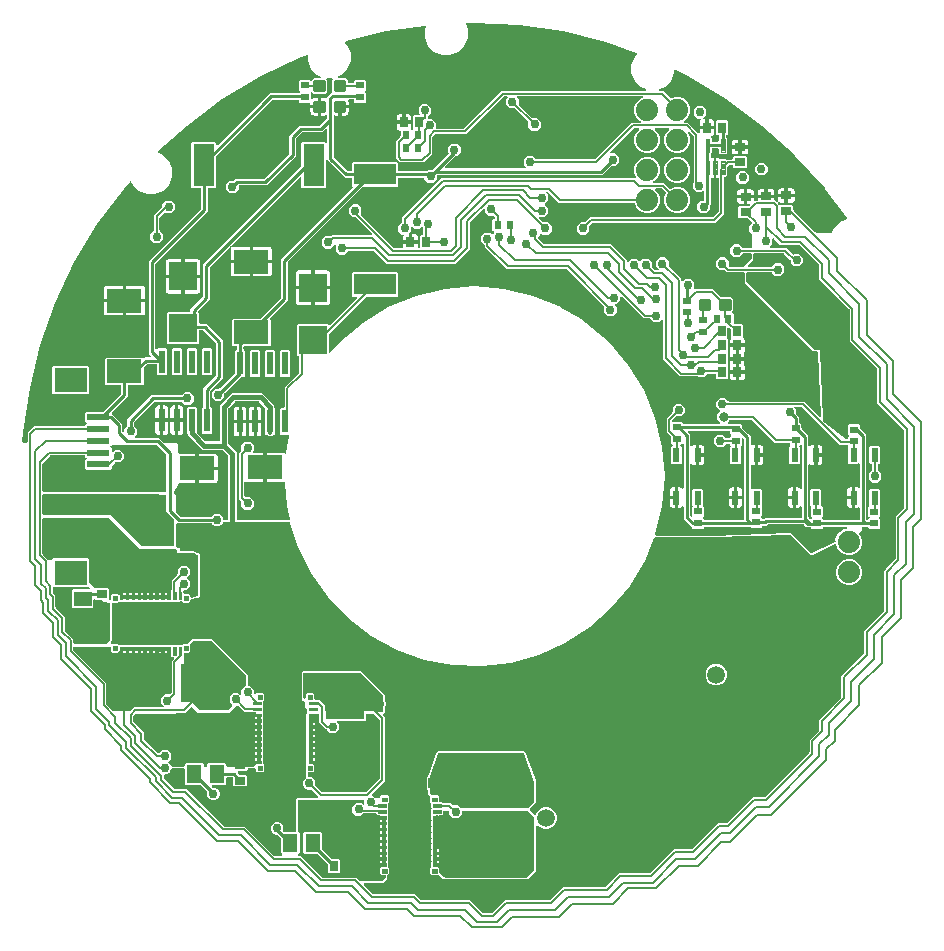
<source format=gbr>
G04 EAGLE Gerber X2 export*
%TF.Part,Single*%
%TF.FileFunction,Copper,L1,Top,Mixed*%
%TF.FilePolarity,Positive*%
%TF.GenerationSoftware,Autodesk,EAGLE,8.6.0*%
%TF.CreationDate,2018-04-20T16:04:25Z*%
G75*
%MOMM*%
%FSLAX34Y34*%
%LPD*%
%AMOC8*
5,1,8,0,0,1.08239X$1,22.5*%
G01*
%ADD10R,0.558800X1.981200*%
%ADD11R,3.000000X2.000000*%
%ADD12R,0.700000X0.900000*%
%ADD13R,0.900000X0.700000*%
%ADD14R,2.400000X2.400000*%
%ADD15C,0.300000*%
%ADD16R,0.600000X1.200000*%
%ADD17R,0.700000X0.600000*%
%ADD18R,3.200000X1.800000*%
%ADD19R,0.600000X0.700000*%
%ADD20R,1.300000X1.500000*%
%ADD21R,1.500000X1.300000*%
%ADD22R,1.800000X3.200000*%
%ADD23R,3.600000X1.800000*%
%ADD24R,1.800000X3.600000*%
%ADD25R,0.375219X3.900500*%
%ADD26R,0.323450X3.906519*%
%ADD27C,0.165000*%
%ADD28C,0.037500*%
%ADD29C,0.056250*%
%ADD30R,3.900500X0.375219*%
%ADD31R,3.906519X0.323450*%
%ADD32C,1.508000*%
%ADD33R,1.900000X0.600000*%
%ADD34R,2.800000X2.100000*%
%ADD35C,0.100000*%
%ADD36C,1.879600*%
%ADD37C,0.152400*%
%ADD38C,0.304800*%
%ADD39C,0.756400*%
%ADD40C,0.406400*%
%ADD41C,0.254000*%
%ADD42C,0.806400*%

G36*
X849276Y354510D02*
X849276Y354510D01*
X866342Y371575D01*
X866342Y371576D01*
X866490Y371724D01*
X866543Y371798D01*
X866603Y371868D01*
X866615Y371898D01*
X866634Y371924D01*
X866661Y372011D01*
X866695Y372096D01*
X866699Y372137D01*
X866706Y372159D01*
X866705Y372191D01*
X866713Y372263D01*
X866713Y390947D01*
X883490Y407724D01*
X883543Y407798D01*
X883603Y407868D01*
X883615Y407898D01*
X883634Y407924D01*
X883661Y408011D01*
X883695Y408096D01*
X883699Y408137D01*
X883706Y408159D01*
X883705Y408191D01*
X883713Y408263D01*
X883713Y441947D01*
X885276Y443510D01*
X893490Y451724D01*
X893543Y451798D01*
X893603Y451868D01*
X893615Y451898D01*
X893634Y451924D01*
X893661Y452011D01*
X893695Y452096D01*
X893699Y452137D01*
X893706Y452159D01*
X893705Y452191D01*
X893713Y452263D01*
X893713Y487947D01*
X895276Y489510D01*
X900490Y494724D01*
X900543Y494798D01*
X900603Y494868D01*
X900615Y494898D01*
X900634Y494924D01*
X900661Y495011D01*
X900695Y495096D01*
X900699Y495137D01*
X900706Y495159D01*
X900705Y495191D01*
X900713Y495262D01*
X900713Y560737D01*
X900699Y560828D01*
X900691Y560918D01*
X900679Y560948D01*
X900674Y560980D01*
X900631Y561061D01*
X900595Y561145D01*
X900569Y561177D01*
X900558Y561198D01*
X900535Y561220D01*
X900490Y561276D01*
X877713Y584053D01*
X877713Y612737D01*
X877699Y612828D01*
X877691Y612918D01*
X877679Y612948D01*
X877674Y612980D01*
X877631Y613061D01*
X877595Y613145D01*
X877569Y613177D01*
X877558Y613198D01*
X877535Y613220D01*
X877490Y613276D01*
X854713Y636053D01*
X854713Y662737D01*
X854699Y662828D01*
X854691Y662918D01*
X854679Y662948D01*
X854674Y662980D01*
X854631Y663061D01*
X854595Y663145D01*
X854569Y663177D01*
X854558Y663198D01*
X854535Y663220D01*
X854490Y663276D01*
X828713Y689053D01*
X828713Y700737D01*
X828699Y700828D01*
X828691Y700918D01*
X828679Y700948D01*
X828674Y700980D01*
X828631Y701061D01*
X828595Y701145D01*
X828569Y701177D01*
X828558Y701198D01*
X828535Y701220D01*
X828490Y701276D01*
X812276Y717490D01*
X812202Y717543D01*
X812132Y717603D01*
X812102Y717615D01*
X812076Y717634D01*
X811989Y717661D01*
X811904Y717695D01*
X811863Y717699D01*
X811841Y717706D01*
X811809Y717705D01*
X811737Y717713D01*
X796053Y717713D01*
X790606Y723160D01*
X790548Y723202D01*
X790496Y723251D01*
X790449Y723273D01*
X790407Y723303D01*
X790338Y723324D01*
X790273Y723355D01*
X790221Y723360D01*
X790171Y723376D01*
X790100Y723374D01*
X790029Y723382D01*
X789978Y723371D01*
X789926Y723369D01*
X789858Y723345D01*
X789788Y723330D01*
X789743Y723303D01*
X789695Y723285D01*
X789639Y723240D01*
X789577Y723203D01*
X789543Y723164D01*
X789503Y723131D01*
X789464Y723071D01*
X789417Y723016D01*
X789398Y722968D01*
X789370Y722924D01*
X789352Y722855D01*
X789325Y722788D01*
X789317Y722717D01*
X789309Y722686D01*
X789311Y722662D01*
X789307Y722622D01*
X789307Y718802D01*
X787091Y716586D01*
X787049Y716528D01*
X787000Y716476D01*
X786978Y716429D01*
X786948Y716387D01*
X786926Y716318D01*
X786896Y716253D01*
X786891Y716201D01*
X786875Y716151D01*
X786877Y716080D01*
X786869Y716009D01*
X786880Y715958D01*
X786882Y715906D01*
X786906Y715838D01*
X786921Y715768D01*
X786948Y715723D01*
X786966Y715675D01*
X787011Y715619D01*
X787048Y715557D01*
X787087Y715523D01*
X787120Y715483D01*
X787180Y715444D01*
X787235Y715397D01*
X787283Y715378D01*
X787327Y715350D01*
X787396Y715332D01*
X787463Y715305D01*
X787534Y715297D01*
X787565Y715289D01*
X787588Y715291D01*
X787629Y715287D01*
X800947Y715287D01*
X806326Y709908D01*
X806342Y709896D01*
X806355Y709880D01*
X806442Y709824D01*
X806526Y709764D01*
X806545Y709758D01*
X806562Y709747D01*
X806662Y709722D01*
X806761Y709692D01*
X806781Y709692D01*
X806800Y709687D01*
X806903Y709695D01*
X807007Y709698D01*
X807026Y709705D01*
X807046Y709707D01*
X807141Y709747D01*
X807238Y709783D01*
X807254Y709795D01*
X807272Y709803D01*
X807403Y709908D01*
X807802Y710307D01*
X812198Y710307D01*
X815307Y707198D01*
X815307Y702802D01*
X812198Y699693D01*
X807802Y699693D01*
X804693Y702802D01*
X804693Y704757D01*
X804691Y704771D01*
X804692Y704782D01*
X804680Y704838D01*
X804679Y704848D01*
X804671Y704938D01*
X804659Y704968D01*
X804654Y705000D01*
X804611Y705081D01*
X804575Y705165D01*
X804549Y705197D01*
X804538Y705218D01*
X804515Y705240D01*
X804470Y705296D01*
X799276Y710490D01*
X799202Y710543D01*
X799132Y710603D01*
X799102Y710615D01*
X799076Y710634D01*
X798989Y710661D01*
X798904Y710695D01*
X798863Y710699D01*
X798841Y710706D01*
X798809Y710705D01*
X798737Y710713D01*
X774000Y710713D01*
X773980Y710710D01*
X773961Y710712D01*
X773859Y710690D01*
X773757Y710674D01*
X773740Y710664D01*
X773720Y710660D01*
X773631Y710607D01*
X773540Y710558D01*
X773526Y710544D01*
X773509Y710534D01*
X773442Y710455D01*
X773371Y710380D01*
X773362Y710362D01*
X773349Y710347D01*
X773310Y710251D01*
X773267Y710157D01*
X773265Y710137D01*
X773257Y710119D01*
X773239Y709952D01*
X773239Y705315D01*
X768510Y700586D01*
X768468Y700528D01*
X768418Y700476D01*
X768396Y700429D01*
X768366Y700387D01*
X768345Y700318D01*
X768315Y700253D01*
X768309Y700201D01*
X768294Y700151D01*
X768296Y700080D01*
X768288Y700009D01*
X768299Y699958D01*
X768300Y699906D01*
X768325Y699838D01*
X768340Y699768D01*
X768367Y699724D01*
X768385Y699675D01*
X768429Y699619D01*
X768466Y699557D01*
X768506Y699523D01*
X768538Y699483D01*
X768599Y699444D01*
X768653Y699397D01*
X768701Y699378D01*
X768745Y699350D01*
X768815Y699332D01*
X768881Y699305D01*
X768953Y699297D01*
X768984Y699289D01*
X769007Y699291D01*
X769048Y699287D01*
X788467Y699287D01*
X788557Y699301D01*
X788648Y699309D01*
X788677Y699321D01*
X788709Y699326D01*
X788790Y699369D01*
X788874Y699405D01*
X788906Y699431D01*
X788927Y699442D01*
X788949Y699465D01*
X789005Y699510D01*
X791802Y702307D01*
X796198Y702307D01*
X799307Y699198D01*
X799307Y694802D01*
X796198Y691693D01*
X791802Y691693D01*
X789005Y694490D01*
X788931Y694543D01*
X788861Y694603D01*
X788831Y694615D01*
X788805Y694634D01*
X788718Y694661D01*
X788633Y694695D01*
X788592Y694699D01*
X788570Y694706D01*
X788538Y694705D01*
X788467Y694713D01*
X768000Y694713D01*
X767980Y694710D01*
X767961Y694712D01*
X767859Y694690D01*
X767757Y694674D01*
X767740Y694664D01*
X767720Y694660D01*
X767631Y694607D01*
X767540Y694558D01*
X767526Y694544D01*
X767509Y694534D01*
X767442Y694455D01*
X767371Y694380D01*
X767362Y694362D01*
X767349Y694347D01*
X767310Y694251D01*
X767267Y694157D01*
X767265Y694137D01*
X767257Y694119D01*
X767239Y693952D01*
X767239Y687000D01*
X767254Y686910D01*
X767261Y686819D01*
X767273Y686789D01*
X767279Y686757D01*
X767321Y686677D01*
X767357Y686593D01*
X767383Y686561D01*
X767394Y686540D01*
X767417Y686518D01*
X767462Y686462D01*
X824462Y629462D01*
X824536Y629409D01*
X824605Y629349D01*
X824635Y629337D01*
X824661Y629318D01*
X824748Y629291D01*
X824833Y629257D01*
X824874Y629253D01*
X824897Y629246D01*
X824929Y629247D01*
X825000Y629239D01*
X829275Y629239D01*
X832224Y569289D01*
X832239Y569218D01*
X832245Y569146D01*
X832265Y569099D01*
X832275Y569049D01*
X832312Y568986D01*
X832341Y568919D01*
X832384Y568865D01*
X832401Y568837D01*
X832419Y568821D01*
X832446Y568788D01*
X833925Y567309D01*
X833950Y567291D01*
X833993Y567249D01*
X851506Y553450D01*
X851547Y553427D01*
X851583Y553397D01*
X851654Y553368D01*
X851722Y553331D01*
X851768Y553323D01*
X851811Y553305D01*
X851944Y553290D01*
X851964Y553287D01*
X851969Y553288D01*
X851978Y553287D01*
X852264Y553287D01*
X852284Y553290D01*
X852303Y553288D01*
X852405Y553310D01*
X852507Y553326D01*
X852524Y553336D01*
X852544Y553340D01*
X852633Y553393D01*
X852724Y553442D01*
X852738Y553456D01*
X852755Y553466D01*
X852822Y553545D01*
X852894Y553620D01*
X852902Y553638D01*
X852915Y553653D01*
X852954Y553749D01*
X852997Y553843D01*
X852999Y553863D01*
X853007Y553881D01*
X853025Y554048D01*
X853025Y555102D01*
X853855Y555932D01*
X853867Y555948D01*
X853883Y555960D01*
X853939Y556048D01*
X853999Y556131D01*
X854005Y556150D01*
X854016Y556167D01*
X854041Y556268D01*
X854071Y556367D01*
X854071Y556386D01*
X854076Y556406D01*
X854068Y556509D01*
X854065Y556612D01*
X854058Y556631D01*
X854057Y556651D01*
X854016Y556746D01*
X853981Y556843D01*
X853968Y556859D01*
X853960Y556877D01*
X853855Y557008D01*
X853025Y557838D01*
X853025Y565102D01*
X853918Y565995D01*
X862182Y565995D01*
X863075Y565102D01*
X863075Y563193D01*
X863089Y563103D01*
X863097Y563012D01*
X863109Y562982D01*
X863114Y562950D01*
X863157Y562870D01*
X863193Y562786D01*
X863219Y562754D01*
X863230Y562733D01*
X863253Y562711D01*
X863298Y562655D01*
X868795Y557158D01*
X868795Y485726D01*
X868798Y485706D01*
X868796Y485687D01*
X868818Y485585D01*
X868834Y485483D01*
X868844Y485466D01*
X868848Y485446D01*
X868901Y485357D01*
X868950Y485266D01*
X868964Y485252D01*
X868974Y485235D01*
X869053Y485168D01*
X869128Y485096D01*
X869146Y485088D01*
X869161Y485075D01*
X869257Y485036D01*
X869351Y484993D01*
X869371Y484991D01*
X869389Y484983D01*
X869556Y484965D01*
X869864Y484965D01*
X869884Y484968D01*
X869903Y484966D01*
X870005Y484988D01*
X870107Y485004D01*
X870124Y485014D01*
X870144Y485018D01*
X870233Y485071D01*
X870324Y485120D01*
X870338Y485134D01*
X870355Y485144D01*
X870422Y485223D01*
X870494Y485298D01*
X870502Y485316D01*
X870515Y485331D01*
X870554Y485427D01*
X870597Y485521D01*
X870599Y485541D01*
X870607Y485559D01*
X870625Y485726D01*
X870625Y485802D01*
X871455Y486632D01*
X871467Y486648D01*
X871483Y486660D01*
X871539Y486748D01*
X871599Y486831D01*
X871605Y486850D01*
X871616Y486867D01*
X871641Y486968D01*
X871671Y487067D01*
X871671Y487086D01*
X871676Y487106D01*
X871668Y487209D01*
X871665Y487312D01*
X871658Y487331D01*
X871657Y487351D01*
X871616Y487446D01*
X871581Y487543D01*
X871568Y487559D01*
X871560Y487577D01*
X871455Y487708D01*
X870625Y488538D01*
X870625Y495802D01*
X871295Y496472D01*
X871307Y496488D01*
X871323Y496500D01*
X871379Y496588D01*
X871439Y496671D01*
X871445Y496690D01*
X871456Y496707D01*
X871481Y496808D01*
X871511Y496907D01*
X871511Y496926D01*
X871516Y496946D01*
X871508Y497049D01*
X871505Y497152D01*
X871498Y497171D01*
X871497Y497191D01*
X871475Y497241D01*
X871475Y510632D01*
X872368Y511525D01*
X879632Y511525D01*
X880525Y510632D01*
X880525Y497368D01*
X880355Y497198D01*
X880343Y497182D01*
X880327Y497170D01*
X880271Y497083D01*
X880211Y496999D01*
X880205Y496980D01*
X880194Y496963D01*
X880169Y496862D01*
X880139Y496763D01*
X880139Y496744D01*
X880134Y496724D01*
X880142Y496621D01*
X880145Y496518D01*
X880152Y496499D01*
X880153Y496479D01*
X880194Y496384D01*
X880229Y496287D01*
X880242Y496271D01*
X880250Y496253D01*
X880355Y496122D01*
X880675Y495802D01*
X880675Y488538D01*
X879845Y487708D01*
X879833Y487692D01*
X879817Y487680D01*
X879761Y487592D01*
X879701Y487509D01*
X879695Y487490D01*
X879684Y487473D01*
X879659Y487372D01*
X879629Y487273D01*
X879629Y487254D01*
X879624Y487234D01*
X879632Y487131D01*
X879635Y487028D01*
X879642Y487009D01*
X879643Y486989D01*
X879684Y486894D01*
X879719Y486797D01*
X879732Y486781D01*
X879740Y486763D01*
X879845Y486632D01*
X880675Y485802D01*
X880675Y478538D01*
X879782Y477645D01*
X871518Y477645D01*
X870625Y478538D01*
X870625Y478614D01*
X870622Y478634D01*
X870624Y478653D01*
X870602Y478755D01*
X870586Y478857D01*
X870576Y478874D01*
X870572Y478894D01*
X870519Y478983D01*
X870470Y479074D01*
X870456Y479088D01*
X870446Y479105D01*
X870367Y479172D01*
X870292Y479244D01*
X870274Y479252D01*
X870259Y479265D01*
X870163Y479304D01*
X870069Y479347D01*
X870049Y479349D01*
X870031Y479357D01*
X869864Y479375D01*
X866000Y479375D01*
X865980Y479372D01*
X865961Y479374D01*
X865859Y479352D01*
X865757Y479336D01*
X865740Y479326D01*
X865720Y479322D01*
X865631Y479269D01*
X865540Y479220D01*
X865526Y479206D01*
X865509Y479196D01*
X865442Y479117D01*
X865371Y479042D01*
X865362Y479024D01*
X865349Y479009D01*
X865310Y478913D01*
X865267Y478819D01*
X865265Y478799D01*
X865257Y478781D01*
X865239Y478614D01*
X865239Y475480D01*
X862907Y474365D01*
X862886Y474350D01*
X862862Y474341D01*
X862786Y474280D01*
X862705Y474224D01*
X862690Y474204D01*
X862670Y474188D01*
X862617Y474105D01*
X862559Y474027D01*
X862551Y474002D01*
X862537Y473981D01*
X862513Y473886D01*
X862483Y473793D01*
X862483Y473767D01*
X862477Y473742D01*
X862485Y473645D01*
X862486Y473547D01*
X862494Y473522D01*
X862496Y473497D01*
X862534Y473407D01*
X862567Y473314D01*
X862583Y473294D01*
X862593Y473271D01*
X862697Y473140D01*
X863530Y472307D01*
X865193Y468293D01*
X865193Y463947D01*
X863530Y459933D01*
X860457Y456860D01*
X856443Y455197D01*
X852097Y455197D01*
X848083Y456860D01*
X845010Y459933D01*
X843308Y464042D01*
X843308Y464045D01*
X843305Y464050D01*
X843289Y464087D01*
X843273Y464114D01*
X843255Y464166D01*
X843219Y464211D01*
X843192Y464262D01*
X843164Y464289D01*
X843160Y464296D01*
X843142Y464311D01*
X843104Y464360D01*
X843056Y464392D01*
X843014Y464432D01*
X842973Y464450D01*
X842970Y464453D01*
X842956Y464459D01*
X842954Y464459D01*
X842899Y464496D01*
X842843Y464511D01*
X842791Y464535D01*
X842743Y464541D01*
X842741Y464541D01*
X842733Y464542D01*
X842725Y464542D01*
X842661Y464560D01*
X842604Y464556D01*
X842547Y464562D01*
X842497Y464552D01*
X842495Y464552D01*
X842486Y464549D01*
X842482Y464548D01*
X842416Y464544D01*
X842339Y464517D01*
X842306Y464510D01*
X842289Y464500D01*
X842258Y464489D01*
X821996Y454799D01*
X804898Y471898D01*
X804804Y471970D01*
X804715Y472049D01*
X804679Y472067D01*
X804646Y472092D01*
X804538Y472139D01*
X804432Y472193D01*
X804392Y472202D01*
X804354Y472219D01*
X804237Y472237D01*
X804122Y472263D01*
X804061Y472265D01*
X804040Y472269D01*
X804020Y472267D01*
X803961Y472269D01*
X738980Y470269D01*
X689996Y470269D01*
X689960Y470265D01*
X689925Y470267D01*
X689803Y470245D01*
X689680Y470229D01*
X689647Y470216D01*
X689612Y470210D01*
X689499Y470158D01*
X689384Y470112D01*
X689356Y470092D01*
X689323Y470077D01*
X689227Y469998D01*
X689127Y469926D01*
X689104Y469898D01*
X689077Y469876D01*
X689003Y469776D01*
X688924Y469681D01*
X688909Y469648D01*
X688888Y469620D01*
X688818Y469474D01*
X681210Y450597D01*
X668620Y429420D01*
X652946Y410414D01*
X634553Y394022D01*
X613874Y380631D01*
X591393Y370553D01*
X567638Y364024D01*
X543164Y361199D01*
X518545Y362143D01*
X494359Y366833D01*
X471173Y375161D01*
X449530Y386930D01*
X429936Y401865D01*
X412853Y419617D01*
X398679Y439767D01*
X387747Y461846D01*
X381248Y482383D01*
X381213Y482459D01*
X381187Y482539D01*
X381146Y482603D01*
X381115Y482672D01*
X381062Y482737D01*
X381017Y482808D01*
X380962Y482860D01*
X380914Y482918D01*
X380846Y482968D01*
X380785Y483026D01*
X380719Y483063D01*
X380658Y483107D01*
X380580Y483139D01*
X380506Y483180D01*
X380433Y483198D01*
X380363Y483227D01*
X380280Y483238D01*
X380198Y483259D01*
X380057Y483268D01*
X380048Y483269D01*
X380045Y483269D01*
X380038Y483269D01*
X324875Y483269D01*
X324846Y483266D01*
X324816Y483268D01*
X324689Y483246D01*
X324560Y483229D01*
X324532Y483219D01*
X324503Y483213D01*
X324385Y483160D01*
X324264Y483112D01*
X324240Y483095D01*
X324213Y483083D01*
X324112Y483002D01*
X324007Y482926D01*
X323988Y482903D01*
X323965Y482884D01*
X323886Y482780D01*
X323804Y482681D01*
X323791Y482654D01*
X323773Y482630D01*
X323702Y482486D01*
X323499Y481994D01*
X322006Y480501D01*
X320056Y479693D01*
X317944Y479693D01*
X315994Y480501D01*
X314662Y481834D01*
X314583Y481894D01*
X314511Y481962D01*
X314458Y481991D01*
X314410Y482028D01*
X314319Y482068D01*
X314233Y482116D01*
X314174Y482131D01*
X314118Y482155D01*
X314021Y482170D01*
X313925Y482195D01*
X313825Y482201D01*
X313804Y482205D01*
X313792Y482203D01*
X313764Y482205D01*
X285556Y482205D01*
X285438Y482190D01*
X285319Y482183D01*
X285281Y482170D01*
X285240Y482165D01*
X285130Y482122D01*
X285017Y482085D01*
X284982Y482063D01*
X284945Y482048D01*
X284849Y481979D01*
X284748Y481915D01*
X284720Y481885D01*
X284687Y481862D01*
X284611Y481770D01*
X284530Y481683D01*
X284510Y481648D01*
X284485Y481617D01*
X284434Y481509D01*
X284376Y481405D01*
X284366Y481365D01*
X284349Y481329D01*
X284327Y481212D01*
X284297Y481097D01*
X284293Y481037D01*
X284289Y481017D01*
X284291Y480996D01*
X284287Y480936D01*
X284287Y462782D01*
X284300Y462679D01*
X284304Y462575D01*
X284320Y462522D01*
X284327Y462466D01*
X284365Y462370D01*
X284395Y462270D01*
X284423Y462222D01*
X284444Y462171D01*
X284505Y462087D01*
X284558Y461997D01*
X284598Y461958D01*
X284630Y461913D01*
X284711Y461847D01*
X284785Y461774D01*
X284833Y461746D01*
X284875Y461710D01*
X284969Y461666D01*
X285059Y461614D01*
X285113Y461599D01*
X285163Y461575D01*
X285265Y461555D01*
X285365Y461527D01*
X285454Y461519D01*
X285475Y461515D01*
X285490Y461516D01*
X285526Y461513D01*
X294535Y461298D01*
X294638Y461309D01*
X294742Y461310D01*
X294830Y461329D01*
X294852Y461331D01*
X294865Y461336D01*
X294899Y461343D01*
X295312Y461455D01*
X295354Y461432D01*
X295423Y461403D01*
X295487Y461365D01*
X295569Y461342D01*
X295648Y461310D01*
X295721Y461299D01*
X295793Y461279D01*
X295953Y461265D01*
X296001Y461264D01*
X296297Y460954D01*
X296377Y460888D01*
X296451Y460816D01*
X296526Y460767D01*
X296543Y460753D01*
X296556Y460747D01*
X296585Y460728D01*
X302315Y457454D01*
X302397Y457420D01*
X302476Y457376D01*
X302544Y457359D01*
X302608Y457332D01*
X302697Y457319D01*
X302784Y457297D01*
X302909Y457289D01*
X302923Y457287D01*
X302930Y457288D01*
X302944Y457287D01*
X302947Y457287D01*
X303280Y456954D01*
X303350Y456899D01*
X303414Y456838D01*
X303521Y456767D01*
X303532Y456759D01*
X303537Y456756D01*
X303548Y456749D01*
X303957Y456515D01*
X303958Y456513D01*
X303992Y456430D01*
X304017Y456344D01*
X304052Y456284D01*
X304079Y456219D01*
X304133Y456147D01*
X304178Y456070D01*
X304261Y455976D01*
X304270Y455964D01*
X304275Y455960D01*
X304285Y455949D01*
X304287Y455947D01*
X304287Y455476D01*
X304298Y455389D01*
X304299Y455300D01*
X304325Y455174D01*
X304327Y455161D01*
X304329Y455155D01*
X304331Y455142D01*
X304455Y454688D01*
X304454Y454685D01*
X304420Y454603D01*
X304376Y454524D01*
X304359Y454457D01*
X304332Y454392D01*
X304319Y454303D01*
X304297Y454216D01*
X304289Y454092D01*
X304287Y454077D01*
X304288Y454070D01*
X304287Y454056D01*
X304287Y421330D01*
X304291Y421294D01*
X304289Y421256D01*
X304308Y421097D01*
X304428Y420461D01*
X304376Y420369D01*
X304372Y420350D01*
X304363Y420334D01*
X304332Y420196D01*
X304298Y420064D01*
X303851Y419617D01*
X303828Y419587D01*
X303800Y419563D01*
X303701Y419436D01*
X303336Y418903D01*
X303234Y418873D01*
X303218Y418864D01*
X303200Y418858D01*
X303081Y418783D01*
X302963Y418713D01*
X302331Y418713D01*
X302294Y418709D01*
X302256Y418711D01*
X302097Y418692D01*
X297417Y417814D01*
X297416Y417814D01*
X297414Y417814D01*
X297268Y417766D01*
X297114Y417717D01*
X297113Y417716D01*
X297112Y417716D01*
X296980Y417632D01*
X296845Y417547D01*
X296844Y417546D01*
X296843Y417545D01*
X296732Y417427D01*
X296627Y417316D01*
X296626Y417315D01*
X296625Y417314D01*
X296549Y417176D01*
X296473Y417038D01*
X296472Y417037D01*
X296471Y417035D01*
X296433Y416887D01*
X296392Y416730D01*
X296392Y416729D01*
X296392Y416727D01*
X296382Y416567D01*
X296382Y416141D01*
X295324Y415083D01*
X290640Y415083D01*
X290012Y415711D01*
X289934Y415772D01*
X289862Y415840D01*
X289808Y415869D01*
X289761Y415906D01*
X289670Y415946D01*
X289583Y415994D01*
X289524Y416009D01*
X289469Y416033D01*
X289371Y416048D01*
X289275Y416073D01*
X289175Y416079D01*
X289155Y416083D01*
X289142Y416081D01*
X289114Y416083D01*
X288304Y416083D01*
X288267Y416079D01*
X288230Y416081D01*
X288070Y416062D01*
X287503Y415955D01*
X287369Y415912D01*
X287234Y415873D01*
X287218Y415864D01*
X287200Y415858D01*
X287081Y415783D01*
X286963Y415713D01*
X286330Y415713D01*
X286294Y415709D01*
X286256Y415711D01*
X286097Y415692D01*
X285461Y415572D01*
X285369Y415624D01*
X285350Y415628D01*
X285334Y415637D01*
X285196Y415668D01*
X285061Y415703D01*
X285035Y415705D01*
X285024Y415707D01*
X285004Y415707D01*
X284900Y415713D01*
X236220Y415713D01*
X236121Y415701D01*
X236022Y415698D01*
X235964Y415681D01*
X235904Y415673D01*
X235812Y415637D01*
X235717Y415609D01*
X235665Y415579D01*
X235608Y415556D01*
X235528Y415498D01*
X235443Y415448D01*
X235368Y415382D01*
X235351Y415370D01*
X235343Y415360D01*
X235322Y415341D01*
X235064Y415083D01*
X231589Y415083D01*
X231436Y415064D01*
X231285Y415046D01*
X231280Y415044D01*
X231274Y415043D01*
X231131Y414987D01*
X230989Y414932D01*
X230984Y414929D01*
X230978Y414926D01*
X230854Y414837D01*
X230729Y414748D01*
X230726Y414743D01*
X230721Y414740D01*
X230623Y414621D01*
X230524Y414505D01*
X230522Y414499D01*
X230518Y414495D01*
X230453Y414357D01*
X230386Y414218D01*
X230384Y414210D01*
X230382Y414207D01*
X230380Y414197D01*
X230345Y414063D01*
X230311Y413897D01*
X230308Y413852D01*
X230297Y413809D01*
X230287Y413648D01*
X230287Y383053D01*
X229533Y382299D01*
X229449Y382190D01*
X229360Y382083D01*
X229351Y382064D01*
X229338Y382048D01*
X229283Y381921D01*
X229224Y381795D01*
X229220Y381775D01*
X229212Y381756D01*
X229190Y381618D01*
X229164Y381482D01*
X229165Y381462D01*
X229162Y381442D01*
X229175Y381303D01*
X229184Y381165D01*
X229190Y381146D01*
X229192Y381126D01*
X229239Y380994D01*
X229282Y380863D01*
X229293Y380845D01*
X229300Y380826D01*
X229378Y380711D01*
X229452Y380594D01*
X229467Y380580D01*
X229478Y380563D01*
X229582Y380471D01*
X229684Y380376D01*
X229702Y380366D01*
X229717Y380353D01*
X229840Y380290D01*
X229962Y380222D01*
X229982Y380217D01*
X230000Y380208D01*
X230136Y380178D01*
X230270Y380143D01*
X230298Y380141D01*
X230310Y380138D01*
X230331Y380139D01*
X230431Y380133D01*
X235064Y380133D01*
X235538Y379659D01*
X235616Y379598D01*
X235688Y379530D01*
X235741Y379501D01*
X235789Y379464D01*
X235880Y379424D01*
X235967Y379376D01*
X236026Y379361D01*
X236081Y379337D01*
X236179Y379322D01*
X236275Y379297D01*
X236375Y379291D01*
X236395Y379287D01*
X236408Y379289D01*
X236436Y379287D01*
X289268Y379287D01*
X289367Y379299D01*
X289466Y379302D01*
X289524Y379319D01*
X289584Y379327D01*
X289676Y379363D01*
X289771Y379391D01*
X289823Y379421D01*
X289880Y379444D01*
X289960Y379502D01*
X290045Y379552D01*
X290120Y379618D01*
X290137Y379630D01*
X290145Y379640D01*
X290166Y379659D01*
X290640Y380133D01*
X293373Y380133D01*
X293471Y380145D01*
X293570Y380148D01*
X293628Y380165D01*
X293689Y380173D01*
X293781Y380209D01*
X293876Y380237D01*
X293928Y380267D01*
X293984Y380290D01*
X294064Y380348D01*
X294150Y380398D01*
X294225Y380464D01*
X294242Y380476D01*
X294249Y380486D01*
X294271Y380504D01*
X298053Y384287D01*
X314947Y384287D01*
X345287Y353947D01*
X345287Y345473D01*
X345290Y345444D01*
X345288Y345415D01*
X345310Y345287D01*
X345327Y345158D01*
X345337Y345130D01*
X345342Y345101D01*
X345396Y344983D01*
X345444Y344862D01*
X345461Y344838D01*
X345473Y344811D01*
X345554Y344710D01*
X345630Y344605D01*
X345653Y344586D01*
X345672Y344563D01*
X345775Y344485D01*
X345875Y344402D01*
X345902Y344389D01*
X345926Y344372D01*
X346070Y344301D01*
X348006Y343499D01*
X349499Y342006D01*
X350307Y340056D01*
X350307Y339114D01*
X350324Y338976D01*
X350337Y338837D01*
X350344Y338818D01*
X350347Y338798D01*
X350398Y338668D01*
X350445Y338538D01*
X350456Y338521D01*
X350464Y338502D01*
X350545Y338390D01*
X350623Y338275D01*
X350639Y338261D01*
X350650Y338245D01*
X350758Y338156D01*
X350862Y338064D01*
X350880Y338055D01*
X350895Y338042D01*
X351021Y337983D01*
X351145Y337920D01*
X351165Y337915D01*
X351183Y337907D01*
X351320Y337881D01*
X351455Y337850D01*
X351476Y337851D01*
X351495Y337847D01*
X351634Y337855D01*
X351773Y337860D01*
X351793Y337865D01*
X351813Y337867D01*
X351945Y337909D01*
X352079Y337948D01*
X352096Y337958D01*
X352115Y337965D01*
X352233Y338039D01*
X352353Y338110D01*
X352374Y338128D01*
X352384Y338135D01*
X352398Y338150D01*
X352473Y338216D01*
X352863Y338606D01*
X358097Y338606D01*
X359155Y337548D01*
X359155Y332864D01*
X358526Y332236D01*
X358466Y332158D01*
X358398Y332086D01*
X358369Y332033D01*
X358332Y331985D01*
X358292Y331894D01*
X358244Y331807D01*
X358229Y331748D01*
X358205Y331693D01*
X358190Y331595D01*
X358165Y331499D01*
X358159Y331399D01*
X358155Y331379D01*
X358157Y331366D01*
X358155Y331338D01*
X358155Y330605D01*
X358167Y330507D01*
X358170Y330408D01*
X358187Y330350D01*
X358195Y330289D01*
X358231Y330197D01*
X358259Y330102D01*
X358287Y330054D01*
X358287Y281940D01*
X358244Y281864D01*
X358229Y281805D01*
X358205Y281749D01*
X358190Y281651D01*
X358165Y281556D01*
X358159Y281456D01*
X358155Y281435D01*
X358157Y281423D01*
X358155Y281395D01*
X358155Y278814D01*
X358167Y278715D01*
X358170Y278616D01*
X358187Y278558D01*
X358195Y278498D01*
X358231Y278406D01*
X358259Y278311D01*
X358289Y278259D01*
X358312Y278202D01*
X358370Y278122D01*
X358420Y278037D01*
X358486Y277962D01*
X358498Y277945D01*
X358508Y277937D01*
X358526Y277916D01*
X359155Y277288D01*
X359155Y272604D01*
X358097Y271546D01*
X352863Y271546D01*
X351805Y272604D01*
X351805Y273444D01*
X351790Y273562D01*
X351783Y273681D01*
X351770Y273719D01*
X351765Y273760D01*
X351722Y273870D01*
X351685Y273983D01*
X351663Y274018D01*
X351648Y274055D01*
X351579Y274151D01*
X351515Y274252D01*
X351485Y274280D01*
X351462Y274313D01*
X351370Y274389D01*
X351283Y274470D01*
X351248Y274490D01*
X351217Y274515D01*
X351109Y274566D01*
X351005Y274624D01*
X350965Y274634D01*
X350929Y274651D01*
X350812Y274673D01*
X350697Y274703D01*
X350637Y274707D01*
X350617Y274711D01*
X350596Y274709D01*
X350536Y274713D01*
X346094Y274713D01*
X345976Y274698D01*
X345857Y274691D01*
X345819Y274678D01*
X345778Y274673D01*
X345668Y274630D01*
X345555Y274593D01*
X345520Y274571D01*
X345483Y274556D01*
X345387Y274487D01*
X345286Y274423D01*
X345258Y274393D01*
X345225Y274370D01*
X345149Y274278D01*
X345068Y274191D01*
X345048Y274156D01*
X345023Y274125D01*
X344972Y274017D01*
X344914Y273913D01*
X344904Y273873D01*
X344887Y273837D01*
X344865Y273720D01*
X344835Y273605D01*
X344831Y273545D01*
X344827Y273525D01*
X344829Y273504D01*
X344825Y273444D01*
X344825Y273268D01*
X343932Y272375D01*
X337841Y272375D01*
X337703Y272358D01*
X337565Y272345D01*
X337546Y272338D01*
X337526Y272335D01*
X337396Y272284D01*
X337266Y272237D01*
X337249Y272226D01*
X337230Y272218D01*
X337118Y272137D01*
X337002Y272059D01*
X336989Y272043D01*
X336973Y272032D01*
X336884Y271925D01*
X336792Y271820D01*
X336783Y271802D01*
X336770Y271787D01*
X336711Y271661D01*
X336647Y271537D01*
X336643Y271517D01*
X336634Y271499D01*
X336608Y271363D01*
X336578Y271227D01*
X336578Y271206D01*
X336575Y271187D01*
X336583Y271048D01*
X336587Y270909D01*
X336593Y270889D01*
X336594Y270869D01*
X336637Y270737D01*
X336676Y270603D01*
X336686Y270586D01*
X336692Y270567D01*
X336767Y270449D01*
X336837Y270329D01*
X336856Y270308D01*
X336863Y270298D01*
X336877Y270284D01*
X336944Y270208D01*
X337356Y269796D01*
X337434Y269736D01*
X337506Y269668D01*
X337559Y269639D01*
X337607Y269602D01*
X337698Y269562D01*
X337785Y269514D01*
X337843Y269499D01*
X337899Y269475D01*
X337997Y269460D01*
X338093Y269435D01*
X338193Y269429D01*
X338213Y269425D01*
X338225Y269427D01*
X338253Y269425D01*
X343932Y269425D01*
X344825Y268532D01*
X344825Y260268D01*
X343932Y259375D01*
X333668Y259375D01*
X332775Y260268D01*
X332775Y265890D01*
X332760Y266008D01*
X332753Y266127D01*
X332740Y266165D01*
X332735Y266206D01*
X332692Y266316D01*
X332655Y266429D01*
X332633Y266464D01*
X332618Y266501D01*
X332549Y266597D01*
X332485Y266698D01*
X332455Y266726D01*
X332432Y266759D01*
X332340Y266835D01*
X332253Y266916D01*
X332218Y266936D01*
X332187Y266961D01*
X332079Y267012D01*
X331975Y267070D01*
X331935Y267080D01*
X331899Y267097D01*
X331782Y267119D01*
X331667Y267149D01*
X331607Y267153D01*
X331587Y267157D01*
X331566Y267155D01*
X331506Y267159D01*
X327984Y267159D01*
X327866Y267144D01*
X327747Y267137D01*
X327709Y267124D01*
X327668Y267119D01*
X327558Y267076D01*
X327445Y267039D01*
X327410Y267017D01*
X327373Y267002D01*
X327277Y266933D01*
X327176Y266869D01*
X327148Y266839D01*
X327115Y266816D01*
X327039Y266724D01*
X326958Y266637D01*
X326938Y266602D01*
X326913Y266571D01*
X326862Y266463D01*
X326804Y266359D01*
X326794Y266319D01*
X326777Y266283D01*
X326755Y266166D01*
X326725Y266051D01*
X326721Y265991D01*
X326717Y265971D01*
X326719Y265950D01*
X326715Y265890D01*
X326715Y261822D01*
X325822Y260929D01*
X315731Y260929D01*
X315593Y260912D01*
X315455Y260899D01*
X315436Y260892D01*
X315416Y260889D01*
X315286Y260838D01*
X315155Y260791D01*
X315139Y260780D01*
X315120Y260772D01*
X315008Y260691D01*
X314892Y260612D01*
X314879Y260597D01*
X314863Y260586D01*
X314774Y260478D01*
X314682Y260374D01*
X314673Y260356D01*
X314660Y260341D01*
X314601Y260215D01*
X314537Y260091D01*
X314533Y260071D01*
X314524Y260053D01*
X314498Y259917D01*
X314468Y259780D01*
X314468Y259760D01*
X314465Y259741D01*
X314473Y259602D01*
X314478Y259463D01*
X314483Y259443D01*
X314484Y259423D01*
X314527Y259291D01*
X314566Y259157D01*
X314576Y259140D01*
X314582Y259121D01*
X314657Y259003D01*
X314728Y258883D01*
X314746Y258862D01*
X314753Y258852D01*
X314767Y258838D01*
X314834Y258762D01*
X314918Y258678D01*
X314996Y258618D01*
X315068Y258550D01*
X315121Y258521D01*
X315169Y258483D01*
X315260Y258444D01*
X315347Y258396D01*
X315405Y258381D01*
X315461Y258357D01*
X315559Y258342D01*
X315655Y258317D01*
X315755Y258311D01*
X315775Y258307D01*
X315787Y258309D01*
X315815Y258307D01*
X317056Y258307D01*
X319006Y257499D01*
X320499Y256006D01*
X321307Y254056D01*
X321307Y251944D01*
X320499Y249994D01*
X319006Y248501D01*
X317056Y247693D01*
X314944Y247693D01*
X312994Y248501D01*
X311501Y249994D01*
X310693Y251944D01*
X310693Y254115D01*
X310695Y254120D01*
X310729Y254245D01*
X310729Y254275D01*
X310736Y254304D01*
X310732Y254434D01*
X310734Y254563D01*
X310727Y254592D01*
X310726Y254622D01*
X310690Y254746D01*
X310660Y254873D01*
X310646Y254899D01*
X310638Y254927D01*
X310572Y255039D01*
X310511Y255154D01*
X310491Y255176D01*
X310476Y255201D01*
X310370Y255322D01*
X305134Y260558D01*
X305056Y260618D01*
X304984Y260686D01*
X304931Y260715D01*
X304883Y260752D01*
X304792Y260792D01*
X304705Y260840D01*
X304647Y260855D01*
X304591Y260879D01*
X304493Y260894D01*
X304397Y260919D01*
X304297Y260925D01*
X304277Y260929D01*
X304265Y260927D01*
X304237Y260929D01*
X292558Y260929D01*
X291665Y261822D01*
X291665Y273444D01*
X291650Y273562D01*
X291643Y273681D01*
X291630Y273719D01*
X291625Y273760D01*
X291582Y273870D01*
X291545Y273983D01*
X291523Y274018D01*
X291508Y274055D01*
X291439Y274151D01*
X291375Y274252D01*
X291345Y274280D01*
X291322Y274313D01*
X291230Y274389D01*
X291143Y274470D01*
X291108Y274490D01*
X291077Y274515D01*
X290969Y274566D01*
X290865Y274624D01*
X290825Y274634D01*
X290789Y274651D01*
X290672Y274673D01*
X290557Y274703D01*
X290497Y274707D01*
X290477Y274711D01*
X290456Y274709D01*
X290396Y274713D01*
X281473Y274713D01*
X281444Y274710D01*
X281415Y274712D01*
X281287Y274690D01*
X281158Y274673D01*
X281130Y274663D01*
X281101Y274658D01*
X280983Y274604D01*
X280862Y274556D01*
X280838Y274539D01*
X280811Y274527D01*
X280710Y274446D01*
X280605Y274370D01*
X280586Y274347D01*
X280563Y274328D01*
X280485Y274225D01*
X280402Y274125D01*
X280389Y274098D01*
X280372Y274074D01*
X280301Y273930D01*
X279499Y271994D01*
X278006Y270501D01*
X276056Y269693D01*
X275556Y269693D01*
X275438Y269678D01*
X275319Y269671D01*
X275281Y269658D01*
X275240Y269653D01*
X275130Y269610D01*
X275017Y269573D01*
X274982Y269551D01*
X274945Y269536D01*
X274849Y269467D01*
X274748Y269403D01*
X274720Y269373D01*
X274687Y269350D01*
X274611Y269258D01*
X274530Y269171D01*
X274510Y269136D01*
X274485Y269105D01*
X274434Y268997D01*
X274376Y268893D01*
X274366Y268853D01*
X274349Y268817D01*
X274327Y268700D01*
X274297Y268585D01*
X274293Y268525D01*
X274289Y268505D01*
X274291Y268484D01*
X274287Y268424D01*
X274287Y266473D01*
X274299Y266375D01*
X274302Y266276D01*
X274319Y266218D01*
X274327Y266157D01*
X274363Y266065D01*
X274391Y265970D01*
X274421Y265918D01*
X274444Y265862D01*
X274502Y265782D01*
X274552Y265696D01*
X274618Y265621D01*
X274630Y265604D01*
X274640Y265597D01*
X274658Y265575D01*
X282575Y257658D01*
X282654Y257598D01*
X282726Y257530D01*
X282779Y257501D01*
X282827Y257464D01*
X282918Y257424D01*
X283004Y257376D01*
X283063Y257361D01*
X283119Y257337D01*
X283217Y257322D01*
X283312Y257297D01*
X283412Y257291D01*
X283433Y257287D01*
X283445Y257289D01*
X283473Y257287D01*
X292947Y257287D01*
X324575Y225658D01*
X324654Y225598D01*
X324726Y225530D01*
X324779Y225501D01*
X324827Y225464D01*
X324918Y225424D01*
X325004Y225376D01*
X325063Y225361D01*
X325119Y225337D01*
X325217Y225322D01*
X325312Y225297D01*
X325412Y225291D01*
X325433Y225287D01*
X325445Y225289D01*
X325473Y225287D01*
X342947Y225287D01*
X367575Y200658D01*
X367654Y200598D01*
X367726Y200530D01*
X367779Y200501D01*
X367827Y200464D01*
X367918Y200424D01*
X368004Y200376D01*
X368063Y200361D01*
X368119Y200337D01*
X368217Y200322D01*
X368312Y200297D01*
X368412Y200291D01*
X368433Y200287D01*
X368445Y200289D01*
X368473Y200287D01*
X373123Y200287D01*
X373261Y200304D01*
X373399Y200317D01*
X373418Y200324D01*
X373438Y200327D01*
X373567Y200378D01*
X373698Y200425D01*
X373715Y200436D01*
X373734Y200444D01*
X373846Y200525D01*
X373962Y200603D01*
X373975Y200619D01*
X373991Y200630D01*
X374080Y200738D01*
X374172Y200842D01*
X374181Y200860D01*
X374194Y200875D01*
X374253Y201001D01*
X374317Y201125D01*
X374321Y201145D01*
X374330Y201163D01*
X374356Y201300D01*
X374386Y201435D01*
X374386Y201456D01*
X374389Y201475D01*
X374381Y201614D01*
X374377Y201753D01*
X374371Y201773D01*
X374370Y201793D01*
X374327Y201925D01*
X374288Y202059D01*
X374278Y202076D01*
X374272Y202095D01*
X374197Y202213D01*
X374127Y202333D01*
X374108Y202354D01*
X374101Y202364D01*
X374086Y202378D01*
X374020Y202453D01*
X372983Y203490D01*
X372983Y215169D01*
X372971Y215267D01*
X372968Y215366D01*
X372951Y215424D01*
X372943Y215484D01*
X372907Y215576D01*
X372879Y215671D01*
X372849Y215724D01*
X372826Y215780D01*
X372768Y215860D01*
X372718Y215945D01*
X372652Y216021D01*
X372640Y216037D01*
X372630Y216045D01*
X372612Y216066D01*
X370356Y218322D01*
X370278Y218382D01*
X370206Y218450D01*
X370153Y218479D01*
X370105Y218516D01*
X370014Y218556D01*
X369927Y218604D01*
X369869Y218619D01*
X369813Y218643D01*
X369715Y218658D01*
X369619Y218683D01*
X369519Y218689D01*
X369499Y218693D01*
X369487Y218691D01*
X369459Y218693D01*
X368944Y218693D01*
X366994Y219501D01*
X365501Y220994D01*
X364693Y222944D01*
X364693Y225056D01*
X365501Y227006D01*
X366994Y228499D01*
X368944Y229307D01*
X371056Y229307D01*
X373006Y228499D01*
X374499Y227006D01*
X375307Y225056D01*
X375307Y222944D01*
X375142Y222548D01*
X375135Y222519D01*
X375121Y222493D01*
X375093Y222366D01*
X375059Y222241D01*
X375058Y222212D01*
X375052Y222183D01*
X375056Y222053D01*
X375053Y221923D01*
X375060Y221894D01*
X375061Y221865D01*
X375097Y221740D01*
X375128Y221614D01*
X375141Y221588D01*
X375150Y221559D01*
X375216Y221447D01*
X375276Y221333D01*
X375296Y221311D01*
X375311Y221285D01*
X375418Y221165D01*
X375564Y221018D01*
X375642Y220958D01*
X375714Y220890D01*
X375767Y220861D01*
X375815Y220823D01*
X375906Y220784D01*
X375993Y220736D01*
X376051Y220721D01*
X376107Y220697D01*
X376205Y220682D01*
X376301Y220657D01*
X376401Y220651D01*
X376421Y220647D01*
X376433Y220649D01*
X376461Y220647D01*
X384444Y220647D01*
X384562Y220662D01*
X384681Y220669D01*
X384719Y220682D01*
X384760Y220687D01*
X384870Y220730D01*
X384983Y220767D01*
X385018Y220789D01*
X385055Y220804D01*
X385151Y220873D01*
X385252Y220937D01*
X385280Y220967D01*
X385313Y220990D01*
X385389Y221082D01*
X385470Y221169D01*
X385490Y221204D01*
X385515Y221235D01*
X385566Y221343D01*
X385624Y221447D01*
X385634Y221487D01*
X385651Y221523D01*
X385673Y221640D01*
X385703Y221755D01*
X385707Y221815D01*
X385711Y221835D01*
X385709Y221856D01*
X385713Y221916D01*
X385713Y247947D01*
X387053Y249287D01*
X403415Y249287D01*
X403553Y249304D01*
X403691Y249317D01*
X403711Y249324D01*
X403731Y249327D01*
X403860Y249378D01*
X403991Y249425D01*
X404008Y249436D01*
X404026Y249444D01*
X404139Y249525D01*
X404254Y249603D01*
X404267Y249619D01*
X404284Y249630D01*
X404373Y249738D01*
X404464Y249842D01*
X404474Y249860D01*
X404486Y249875D01*
X404546Y250001D01*
X404609Y250125D01*
X404613Y250145D01*
X404622Y250163D01*
X404648Y250299D01*
X404679Y250435D01*
X404678Y250456D01*
X404682Y250475D01*
X404673Y250614D01*
X404669Y250753D01*
X404663Y250773D01*
X404662Y250793D01*
X404619Y250925D01*
X404581Y251059D01*
X404570Y251076D01*
X404564Y251095D01*
X404490Y251213D01*
X404419Y251333D01*
X404400Y251354D01*
X404394Y251364D01*
X404379Y251378D01*
X404313Y251453D01*
X399375Y256392D01*
X399351Y256410D01*
X399332Y256432D01*
X399226Y256507D01*
X399123Y256586D01*
X399096Y256598D01*
X399072Y256615D01*
X398951Y256661D01*
X398831Y256713D01*
X398802Y256717D01*
X398774Y256728D01*
X398646Y256742D01*
X398517Y256763D01*
X398488Y256760D01*
X398458Y256763D01*
X398330Y256745D01*
X398201Y256733D01*
X398173Y256723D01*
X398144Y256719D01*
X398069Y256693D01*
X395944Y256693D01*
X393994Y257501D01*
X392501Y258994D01*
X391693Y260944D01*
X391693Y263056D01*
X392501Y265006D01*
X394004Y266509D01*
X394093Y266566D01*
X394206Y266630D01*
X394227Y266650D01*
X394252Y266666D01*
X394341Y266761D01*
X394434Y266851D01*
X394450Y266876D01*
X394470Y266898D01*
X394533Y267011D01*
X394601Y267122D01*
X394609Y267150D01*
X394624Y267176D01*
X394656Y267302D01*
X394694Y267426D01*
X394696Y267456D01*
X394703Y267484D01*
X394713Y267645D01*
X394713Y271470D01*
X394701Y271569D01*
X394698Y271668D01*
X394681Y271726D01*
X394673Y271786D01*
X394637Y271878D01*
X394609Y271973D01*
X394579Y272025D01*
X394556Y272082D01*
X394498Y272162D01*
X394448Y272247D01*
X394382Y272322D01*
X394370Y272339D01*
X394360Y272347D01*
X394342Y272368D01*
X394105Y272604D01*
X394105Y277288D01*
X394342Y277524D01*
X394402Y277602D01*
X394470Y277674D01*
X394499Y277727D01*
X394536Y277775D01*
X394576Y277866D01*
X394624Y277953D01*
X394639Y278012D01*
X394663Y278067D01*
X394678Y278165D01*
X394703Y278261D01*
X394709Y278361D01*
X394713Y278381D01*
X394711Y278394D01*
X394713Y278422D01*
X394713Y320947D01*
X394734Y320967D01*
X394794Y321046D01*
X394862Y321118D01*
X394891Y321171D01*
X394928Y321219D01*
X394968Y321310D01*
X395016Y321396D01*
X395031Y321455D01*
X395055Y321511D01*
X395070Y321609D01*
X395095Y321704D01*
X395101Y321804D01*
X395105Y321825D01*
X395103Y321837D01*
X395105Y321865D01*
X395105Y321896D01*
X395106Y321898D01*
X395131Y321930D01*
X395178Y322039D01*
X395232Y322145D01*
X395241Y322184D01*
X395257Y322222D01*
X395276Y322339D01*
X395302Y322455D01*
X395301Y322496D01*
X395307Y322536D01*
X395296Y322654D01*
X395292Y322773D01*
X395281Y322812D01*
X395277Y322852D01*
X395237Y322964D01*
X395204Y323079D01*
X395183Y323114D01*
X395170Y323152D01*
X395105Y323247D01*
X395105Y324135D01*
X395093Y324233D01*
X395090Y324332D01*
X395073Y324390D01*
X395065Y324451D01*
X395029Y324543D01*
X395001Y324638D01*
X394971Y324690D01*
X394948Y324746D01*
X394890Y324826D01*
X394840Y324912D01*
X394774Y324987D01*
X394762Y325004D01*
X394752Y325011D01*
X394734Y325033D01*
X390713Y329053D01*
X390713Y355947D01*
X392053Y357287D01*
X440947Y357287D01*
X461287Y336947D01*
X461287Y332744D01*
X461299Y332646D01*
X461302Y332547D01*
X461319Y332488D01*
X461327Y332428D01*
X461363Y332336D01*
X461391Y332241D01*
X461421Y332189D01*
X461444Y332133D01*
X461450Y332124D01*
X462307Y330056D01*
X462307Y327944D01*
X461420Y325804D01*
X461376Y325725D01*
X461361Y325666D01*
X461337Y325610D01*
X461322Y325513D01*
X461297Y325417D01*
X461291Y325317D01*
X461287Y325296D01*
X461289Y325284D01*
X461287Y325256D01*
X461287Y324287D01*
X461292Y324246D01*
X461289Y324205D01*
X461312Y324089D01*
X461327Y323972D01*
X461342Y323933D01*
X461350Y323892D01*
X461373Y323844D01*
X461292Y322954D01*
X461293Y322932D01*
X461287Y322839D01*
X461287Y321953D01*
X461274Y321919D01*
X460588Y321347D01*
X460574Y321331D01*
X460503Y321269D01*
X460131Y320897D01*
X460058Y320803D01*
X459980Y320714D01*
X459961Y320678D01*
X459936Y320646D01*
X459889Y320537D01*
X459835Y320431D01*
X459826Y320392D01*
X459810Y320354D01*
X459791Y320237D01*
X459765Y320121D01*
X459767Y320080D01*
X459760Y320040D01*
X459771Y319922D01*
X459775Y319803D01*
X459786Y319764D01*
X459790Y319724D01*
X459830Y319612D01*
X459863Y319497D01*
X459884Y319462D01*
X459898Y319424D01*
X459965Y319326D01*
X460025Y319223D01*
X460065Y319178D01*
X460076Y319161D01*
X460092Y319148D01*
X460131Y319102D01*
X461287Y317947D01*
X461287Y264053D01*
X459575Y262342D01*
X450328Y253094D01*
X450297Y253054D01*
X450260Y253021D01*
X450200Y252929D01*
X450133Y252842D01*
X450113Y252797D01*
X450086Y252755D01*
X450050Y252652D01*
X450006Y252551D01*
X449998Y252501D01*
X449982Y252454D01*
X449974Y252345D01*
X449956Y252236D01*
X449961Y252187D01*
X449957Y252137D01*
X449976Y252029D01*
X449986Y251920D01*
X450003Y251873D01*
X450012Y251824D01*
X450057Y251724D01*
X450094Y251621D01*
X450122Y251579D01*
X450142Y251534D01*
X450211Y251448D01*
X450272Y251357D01*
X450310Y251325D01*
X450341Y251286D01*
X450428Y251220D01*
X450511Y251147D01*
X450555Y251124D01*
X450595Y251094D01*
X450739Y251023D01*
X452006Y250499D01*
X452846Y249659D01*
X452924Y249598D01*
X452997Y249530D01*
X453050Y249501D01*
X453098Y249464D01*
X453188Y249424D01*
X453275Y249376D01*
X453334Y249361D01*
X453389Y249337D01*
X453487Y249322D01*
X453583Y249297D01*
X453683Y249291D01*
X453704Y249287D01*
X453716Y249289D01*
X453744Y249287D01*
X455978Y249287D01*
X456096Y249302D01*
X456215Y249309D01*
X456253Y249322D01*
X456294Y249327D01*
X456404Y249370D01*
X456517Y249407D01*
X456552Y249429D01*
X456589Y249444D01*
X456685Y249513D01*
X456786Y249577D01*
X456814Y249607D01*
X456847Y249630D01*
X456923Y249722D01*
X457004Y249809D01*
X457024Y249844D01*
X457049Y249875D01*
X457100Y249983D01*
X457158Y250087D01*
X457168Y250127D01*
X457185Y250163D01*
X457207Y250280D01*
X457237Y250395D01*
X457241Y250455D01*
X457245Y250475D01*
X457243Y250496D01*
X457247Y250556D01*
X457247Y250704D01*
X458305Y251762D01*
X463539Y251762D01*
X464597Y250704D01*
X464597Y246020D01*
X463968Y245392D01*
X463908Y245314D01*
X463840Y245242D01*
X463811Y245189D01*
X463774Y245141D01*
X463734Y245050D01*
X463686Y244963D01*
X463671Y244904D01*
X463647Y244849D01*
X463632Y244751D01*
X463607Y244655D01*
X463601Y244555D01*
X463597Y244535D01*
X463599Y244522D01*
X463597Y244494D01*
X463597Y241412D01*
X463596Y241410D01*
X463571Y241378D01*
X463524Y241269D01*
X463470Y241163D01*
X463461Y241124D01*
X463445Y241086D01*
X463426Y240969D01*
X463400Y240853D01*
X463401Y240812D01*
X463395Y240772D01*
X463406Y240654D01*
X463410Y240535D01*
X463421Y240496D01*
X463425Y240456D01*
X463465Y240344D01*
X463498Y240229D01*
X463519Y240194D01*
X463532Y240156D01*
X463597Y240061D01*
X463597Y236412D01*
X463596Y236410D01*
X463571Y236378D01*
X463524Y236269D01*
X463470Y236163D01*
X463461Y236124D01*
X463445Y236086D01*
X463426Y235969D01*
X463400Y235853D01*
X463401Y235812D01*
X463395Y235772D01*
X463406Y235654D01*
X463410Y235535D01*
X463421Y235496D01*
X463425Y235456D01*
X463465Y235344D01*
X463498Y235229D01*
X463519Y235194D01*
X463532Y235156D01*
X463597Y235061D01*
X463597Y191970D01*
X463609Y191871D01*
X463612Y191772D01*
X463629Y191714D01*
X463637Y191654D01*
X463673Y191562D01*
X463701Y191467D01*
X463731Y191415D01*
X463754Y191358D01*
X463812Y191278D01*
X463862Y191193D01*
X463928Y191118D01*
X463940Y191101D01*
X463950Y191093D01*
X463968Y191072D01*
X464597Y190444D01*
X464597Y185760D01*
X463658Y184822D01*
X463598Y184744D01*
X463530Y184672D01*
X463501Y184619D01*
X463464Y184571D01*
X463424Y184480D01*
X463376Y184393D01*
X463361Y184334D01*
X463337Y184279D01*
X463322Y184181D01*
X463297Y184085D01*
X463291Y183985D01*
X463287Y183965D01*
X463289Y183952D01*
X463287Y183924D01*
X463287Y181053D01*
X461576Y179342D01*
X461575Y179342D01*
X459947Y177713D01*
X444585Y177713D01*
X444447Y177696D01*
X444309Y177683D01*
X444289Y177676D01*
X444269Y177673D01*
X444140Y177622D01*
X444009Y177575D01*
X443992Y177564D01*
X443974Y177556D01*
X443861Y177475D01*
X443746Y177397D01*
X443733Y177381D01*
X443716Y177370D01*
X443628Y177262D01*
X443536Y177158D01*
X443526Y177140D01*
X443514Y177125D01*
X443454Y176999D01*
X443391Y176875D01*
X443387Y176855D01*
X443378Y176837D01*
X443352Y176701D01*
X443321Y176565D01*
X443322Y176544D01*
X443318Y176525D01*
X443327Y176386D01*
X443331Y176247D01*
X443337Y176227D01*
X443338Y176207D01*
X443381Y176075D01*
X443419Y175941D01*
X443430Y175924D01*
X443436Y175905D01*
X443511Y175787D01*
X443581Y175667D01*
X443600Y175646D01*
X443606Y175636D01*
X443621Y175622D01*
X443687Y175547D01*
X450575Y168658D01*
X450654Y168598D01*
X450726Y168530D01*
X450779Y168501D01*
X450827Y168464D01*
X450918Y168424D01*
X451004Y168376D01*
X451063Y168361D01*
X451119Y168337D01*
X451217Y168322D01*
X451312Y168297D01*
X451412Y168291D01*
X451433Y168287D01*
X451445Y168289D01*
X451473Y168287D01*
X486947Y168287D01*
X488658Y166576D01*
X488658Y166575D01*
X491575Y163658D01*
X491654Y163598D01*
X491726Y163530D01*
X491779Y163501D01*
X491827Y163464D01*
X491918Y163424D01*
X492004Y163376D01*
X492063Y163361D01*
X492119Y163337D01*
X492217Y163322D01*
X492312Y163297D01*
X492412Y163291D01*
X492433Y163287D01*
X492445Y163289D01*
X492473Y163287D01*
X532947Y163287D01*
X543575Y152658D01*
X543654Y152598D01*
X543726Y152530D01*
X543779Y152501D01*
X543827Y152464D01*
X543918Y152424D01*
X544004Y152376D01*
X544063Y152361D01*
X544119Y152337D01*
X544217Y152322D01*
X544312Y152297D01*
X544412Y152291D01*
X544433Y152287D01*
X544445Y152289D01*
X544473Y152287D01*
X551527Y152287D01*
X551625Y152299D01*
X551724Y152302D01*
X551782Y152319D01*
X551843Y152327D01*
X551935Y152363D01*
X552030Y152391D01*
X552082Y152421D01*
X552138Y152444D01*
X552218Y152502D01*
X552304Y152552D01*
X552379Y152618D01*
X552396Y152630D01*
X552403Y152640D01*
X552425Y152658D01*
X563053Y163287D01*
X600527Y163287D01*
X600625Y163299D01*
X600724Y163302D01*
X600782Y163319D01*
X600843Y163327D01*
X600935Y163363D01*
X601030Y163391D01*
X601082Y163421D01*
X601138Y163444D01*
X601218Y163502D01*
X601304Y163552D01*
X601379Y163618D01*
X601396Y163630D01*
X601403Y163640D01*
X601425Y163658D01*
X612053Y174287D01*
X647527Y174287D01*
X647625Y174299D01*
X647724Y174302D01*
X647782Y174319D01*
X647843Y174327D01*
X647935Y174363D01*
X648030Y174391D01*
X648082Y174421D01*
X648138Y174444D01*
X648218Y174502D01*
X648304Y174552D01*
X648379Y174618D01*
X648396Y174630D01*
X648403Y174640D01*
X648425Y174658D01*
X659553Y185787D01*
X685027Y185787D01*
X685125Y185799D01*
X685224Y185802D01*
X685282Y185819D01*
X685343Y185827D01*
X685435Y185863D01*
X685530Y185891D01*
X685582Y185921D01*
X685638Y185944D01*
X685718Y186002D01*
X685804Y186052D01*
X685879Y186118D01*
X685896Y186130D01*
X685903Y186140D01*
X685925Y186158D01*
X706053Y206287D01*
X720527Y206287D01*
X720625Y206299D01*
X720724Y206302D01*
X720782Y206319D01*
X720843Y206327D01*
X720935Y206363D01*
X721030Y206391D01*
X721082Y206421D01*
X721138Y206444D01*
X721218Y206502D01*
X721304Y206552D01*
X721379Y206618D01*
X721396Y206630D01*
X721403Y206640D01*
X721425Y206658D01*
X743053Y228287D01*
X750527Y228287D01*
X750625Y228299D01*
X750724Y228302D01*
X750782Y228319D01*
X750843Y228327D01*
X750935Y228363D01*
X751030Y228391D01*
X751082Y228421D01*
X751138Y228444D01*
X751218Y228502D01*
X751304Y228552D01*
X751379Y228618D01*
X751396Y228630D01*
X751403Y228640D01*
X751425Y228658D01*
X771342Y248575D01*
X771342Y248576D01*
X773053Y250287D01*
X782527Y250287D01*
X782625Y250299D01*
X782724Y250302D01*
X782782Y250319D01*
X782843Y250327D01*
X782935Y250363D01*
X783030Y250391D01*
X783082Y250421D01*
X783138Y250444D01*
X783218Y250502D01*
X783304Y250552D01*
X783379Y250618D01*
X783396Y250630D01*
X783403Y250640D01*
X783425Y250658D01*
X820342Y287575D01*
X820402Y287654D01*
X820470Y287726D01*
X820499Y287779D01*
X820536Y287827D01*
X820576Y287918D01*
X820624Y288004D01*
X820639Y288063D01*
X820663Y288119D01*
X820678Y288217D01*
X820703Y288312D01*
X820709Y288412D01*
X820713Y288433D01*
X820711Y288445D01*
X820713Y288473D01*
X820713Y298947D01*
X828342Y306575D01*
X828402Y306654D01*
X828470Y306726D01*
X828499Y306779D01*
X828536Y306827D01*
X828576Y306918D01*
X828624Y307004D01*
X828639Y307063D01*
X828663Y307119D01*
X828678Y307217D01*
X828703Y307312D01*
X828709Y307412D01*
X828713Y307433D01*
X828711Y307445D01*
X828713Y307473D01*
X828713Y315947D01*
X847342Y334575D01*
X847402Y334654D01*
X847470Y334726D01*
X847499Y334779D01*
X847536Y334827D01*
X847576Y334918D01*
X847624Y335004D01*
X847639Y335063D01*
X847663Y335119D01*
X847678Y335217D01*
X847703Y335312D01*
X847709Y335412D01*
X847713Y335433D01*
X847711Y335445D01*
X847713Y335473D01*
X847713Y352947D01*
X849276Y354510D01*
G37*
G36*
X822502Y456809D02*
X822502Y456809D01*
X822612Y456812D01*
X822625Y456817D01*
X822639Y456818D01*
X822798Y456873D01*
X842290Y466195D01*
X842353Y466239D01*
X842422Y466276D01*
X842454Y466309D01*
X842492Y466336D01*
X842538Y466398D01*
X842591Y466454D01*
X842611Y466496D01*
X842638Y466533D01*
X842662Y466607D01*
X842695Y466677D01*
X842700Y466723D01*
X842714Y466767D01*
X842713Y466845D01*
X842722Y466921D01*
X842712Y466967D01*
X842711Y467013D01*
X842686Y467086D01*
X842669Y467162D01*
X842646Y467202D01*
X842630Y467246D01*
X842583Y467307D01*
X842543Y467373D01*
X842508Y467403D01*
X842479Y467440D01*
X842415Y467482D01*
X842400Y467495D01*
X842625Y468916D01*
X843206Y470703D01*
X844059Y472377D01*
X845164Y473898D01*
X846492Y475226D01*
X848013Y476331D01*
X849687Y477184D01*
X851474Y477765D01*
X852089Y477862D01*
X852150Y477882D01*
X852213Y477893D01*
X852266Y477921D01*
X852323Y477939D01*
X852374Y477978D01*
X852430Y478008D01*
X852472Y478051D01*
X852520Y478087D01*
X852556Y478140D01*
X852600Y478186D01*
X852625Y478240D01*
X852659Y478290D01*
X852676Y478351D01*
X852703Y478409D01*
X852710Y478469D01*
X852726Y478526D01*
X852723Y478590D01*
X852730Y478653D01*
X852718Y478712D01*
X852715Y478772D01*
X852692Y478831D01*
X852678Y478894D01*
X852647Y478945D01*
X852626Y479001D01*
X852585Y479050D01*
X852552Y479105D01*
X852506Y479144D01*
X852468Y479190D01*
X852414Y479223D01*
X852365Y479265D01*
X852309Y479287D01*
X852258Y479319D01*
X852196Y479333D01*
X852137Y479357D01*
X852051Y479366D01*
X852019Y479374D01*
X851994Y479373D01*
X851970Y479375D01*
X832936Y479375D01*
X832916Y479372D01*
X832897Y479374D01*
X832795Y479352D01*
X832693Y479336D01*
X832676Y479326D01*
X832656Y479322D01*
X832567Y479269D01*
X832476Y479220D01*
X832462Y479206D01*
X832445Y479196D01*
X832378Y479117D01*
X832306Y479042D01*
X832298Y479024D01*
X832285Y479009D01*
X832246Y478913D01*
X832203Y478819D01*
X832201Y478799D01*
X832193Y478781D01*
X832175Y478614D01*
X832175Y478538D01*
X831282Y477645D01*
X823018Y477645D01*
X822109Y478555D01*
X822102Y478585D01*
X822086Y478687D01*
X822076Y478704D01*
X822072Y478724D01*
X822019Y478813D01*
X821970Y478904D01*
X821956Y478918D01*
X821946Y478935D01*
X821867Y479002D01*
X821792Y479074D01*
X821774Y479082D01*
X821759Y479095D01*
X821663Y479134D01*
X821569Y479177D01*
X821549Y479179D01*
X821531Y479187D01*
X821364Y479205D01*
X817842Y479205D01*
X816065Y480982D01*
X815991Y481035D01*
X815922Y481095D01*
X815892Y481107D01*
X815866Y481126D01*
X815779Y481153D01*
X815694Y481187D01*
X815653Y481191D01*
X815631Y481198D01*
X815598Y481197D01*
X815527Y481205D01*
X785473Y481205D01*
X785383Y481191D01*
X785292Y481183D01*
X785262Y481171D01*
X785230Y481166D01*
X785150Y481123D01*
X785066Y481087D01*
X785034Y481061D01*
X785013Y481050D01*
X784991Y481027D01*
X784935Y480982D01*
X784068Y480115D01*
X781440Y480115D01*
X781420Y480112D01*
X781401Y480114D01*
X781299Y480092D01*
X781197Y480076D01*
X781180Y480066D01*
X781160Y480062D01*
X781071Y480009D01*
X780980Y479960D01*
X780966Y479946D01*
X780949Y479936D01*
X780882Y479857D01*
X780810Y479782D01*
X780802Y479764D01*
X780789Y479749D01*
X780750Y479653D01*
X780707Y479559D01*
X780705Y479539D01*
X780697Y479521D01*
X780679Y479354D01*
X780679Y479278D01*
X779786Y478385D01*
X771522Y478385D01*
X770739Y479168D01*
X770665Y479221D01*
X770596Y479281D01*
X770566Y479293D01*
X770540Y479312D01*
X770453Y479339D01*
X770368Y479373D01*
X770327Y479377D01*
X770305Y479384D01*
X770272Y479383D01*
X770201Y479391D01*
X732332Y479391D01*
X732312Y479388D01*
X732293Y479390D01*
X732191Y479368D01*
X732089Y479352D01*
X732072Y479342D01*
X732052Y479338D01*
X731963Y479285D01*
X731872Y479236D01*
X731858Y479222D01*
X731841Y479212D01*
X731774Y479133D01*
X731702Y479058D01*
X731694Y479040D01*
X731681Y479025D01*
X731642Y478929D01*
X731599Y478835D01*
X731597Y478815D01*
X731589Y478797D01*
X731571Y478630D01*
X731571Y478554D01*
X730678Y477661D01*
X722414Y477661D01*
X721521Y478554D01*
X721521Y478630D01*
X721518Y478650D01*
X721520Y478669D01*
X721498Y478771D01*
X721482Y478873D01*
X721472Y478890D01*
X721468Y478910D01*
X721415Y478999D01*
X721366Y479090D01*
X721352Y479104D01*
X721342Y479121D01*
X721263Y479188D01*
X721188Y479260D01*
X721170Y479268D01*
X721155Y479281D01*
X721059Y479320D01*
X720965Y479363D01*
X720945Y479365D01*
X720927Y479373D01*
X720760Y479391D01*
X720656Y479391D01*
X714205Y485842D01*
X714205Y495774D01*
X714194Y495845D01*
X714192Y495917D01*
X714174Y495966D01*
X714166Y496017D01*
X714132Y496080D01*
X714107Y496148D01*
X714075Y496188D01*
X714050Y496234D01*
X713999Y496284D01*
X713954Y496340D01*
X713910Y496368D01*
X713872Y496404D01*
X713807Y496434D01*
X713747Y496473D01*
X713696Y496486D01*
X713649Y496507D01*
X713578Y496515D01*
X713508Y496533D01*
X713456Y496529D01*
X713405Y496535D01*
X713334Y496519D01*
X713263Y496514D01*
X713215Y496493D01*
X713164Y496482D01*
X713103Y496445D01*
X713037Y496417D01*
X712981Y496373D01*
X712953Y496356D01*
X712938Y496338D01*
X712906Y496313D01*
X712560Y495967D01*
X711981Y495632D01*
X711334Y495459D01*
X709499Y495459D01*
X709499Y503262D01*
X709498Y503271D01*
X709498Y503274D01*
X709496Y503283D01*
X709498Y503301D01*
X709476Y503403D01*
X709460Y503505D01*
X709450Y503522D01*
X709446Y503542D01*
X709393Y503631D01*
X709344Y503722D01*
X709330Y503736D01*
X709320Y503753D01*
X709241Y503820D01*
X709166Y503891D01*
X709148Y503900D01*
X709133Y503913D01*
X709037Y503951D01*
X708943Y503995D01*
X708923Y503997D01*
X708905Y504004D01*
X708981Y504017D01*
X708998Y504026D01*
X709018Y504030D01*
X709107Y504083D01*
X709198Y504132D01*
X709212Y504146D01*
X709229Y504156D01*
X709296Y504235D01*
X709368Y504310D01*
X709376Y504328D01*
X709389Y504343D01*
X709428Y504440D01*
X709471Y504533D01*
X709473Y504553D01*
X709481Y504571D01*
X709499Y504738D01*
X709499Y512541D01*
X711334Y512541D01*
X711981Y512368D01*
X712560Y512033D01*
X712906Y511687D01*
X712964Y511646D01*
X713016Y511596D01*
X713063Y511574D01*
X713105Y511544D01*
X713174Y511523D01*
X713239Y511493D01*
X713291Y511487D01*
X713341Y511471D01*
X713412Y511473D01*
X713483Y511465D01*
X713534Y511477D01*
X713586Y511478D01*
X713654Y511502D01*
X713724Y511518D01*
X713769Y511544D01*
X713817Y511562D01*
X713873Y511607D01*
X713935Y511644D01*
X713969Y511683D01*
X714009Y511716D01*
X714048Y511776D01*
X714095Y511831D01*
X714114Y511879D01*
X714142Y511923D01*
X714160Y511992D01*
X714187Y512059D01*
X714195Y512130D01*
X714203Y512161D01*
X714201Y512185D01*
X714205Y512226D01*
X714205Y548631D01*
X714194Y548702D01*
X714192Y548774D01*
X714174Y548823D01*
X714166Y548874D01*
X714132Y548937D01*
X714107Y549005D01*
X714075Y549045D01*
X714050Y549091D01*
X713999Y549141D01*
X713954Y549197D01*
X713910Y549225D01*
X713872Y549261D01*
X713807Y549291D01*
X713747Y549330D01*
X713696Y549342D01*
X713649Y549364D01*
X713578Y549372D01*
X713508Y549390D01*
X713456Y549386D01*
X713405Y549391D01*
X713334Y549376D01*
X713263Y549371D01*
X713215Y549350D01*
X713164Y549339D01*
X713103Y549302D01*
X713037Y549274D01*
X712981Y549229D01*
X712953Y549213D01*
X712938Y549195D01*
X712906Y549169D01*
X712682Y548945D01*
X712049Y548945D01*
X711978Y548934D01*
X711906Y548932D01*
X711857Y548914D01*
X711806Y548906D01*
X711743Y548872D01*
X711675Y548847D01*
X711635Y548815D01*
X711589Y548790D01*
X711539Y548738D01*
X711483Y548694D01*
X711455Y548650D01*
X711419Y548612D01*
X711389Y548547D01*
X711350Y548487D01*
X711338Y548436D01*
X711316Y548389D01*
X711308Y548318D01*
X711290Y548248D01*
X711294Y548196D01*
X711289Y548145D01*
X711304Y548074D01*
X711309Y548003D01*
X711330Y547955D01*
X711341Y547904D01*
X711378Y547843D01*
X711406Y547777D01*
X711451Y547721D01*
X711467Y547693D01*
X711485Y547678D01*
X711511Y547646D01*
X712525Y546632D01*
X712525Y533368D01*
X711632Y532475D01*
X704368Y532475D01*
X703475Y533368D01*
X703475Y546632D01*
X704565Y547722D01*
X704577Y547738D01*
X704593Y547750D01*
X704649Y547838D01*
X704709Y547921D01*
X704715Y547940D01*
X704726Y547957D01*
X704751Y548058D01*
X704781Y548157D01*
X704781Y548176D01*
X704786Y548196D01*
X704778Y548299D01*
X704775Y548402D01*
X704768Y548421D01*
X704767Y548441D01*
X704726Y548536D01*
X704691Y548633D01*
X704678Y548649D01*
X704670Y548667D01*
X704565Y548798D01*
X703525Y549838D01*
X703525Y554945D01*
X703511Y555036D01*
X703503Y555126D01*
X703491Y555156D01*
X703486Y555188D01*
X703443Y555269D01*
X703407Y555353D01*
X703381Y555385D01*
X703370Y555406D01*
X703347Y555428D01*
X703302Y555484D01*
X699713Y559073D01*
X699713Y570947D01*
X704470Y575704D01*
X704523Y575778D01*
X704583Y575848D01*
X704595Y575878D01*
X704614Y575904D01*
X704641Y575991D01*
X704675Y576076D01*
X704679Y576117D01*
X704686Y576139D01*
X704685Y576171D01*
X704693Y576243D01*
X704693Y580198D01*
X707802Y583307D01*
X712198Y583307D01*
X715307Y580198D01*
X715307Y575802D01*
X712198Y572693D01*
X708243Y572693D01*
X708152Y572679D01*
X708062Y572671D01*
X708032Y572659D01*
X708000Y572654D01*
X707919Y572611D01*
X707835Y572575D01*
X707803Y572549D01*
X707782Y572538D01*
X707760Y572515D01*
X707704Y572470D01*
X704528Y569294D01*
X704486Y569236D01*
X704437Y569184D01*
X704415Y569137D01*
X704385Y569095D01*
X704364Y569026D01*
X704333Y568961D01*
X704328Y568909D01*
X704312Y568859D01*
X704314Y568788D01*
X704306Y568717D01*
X704317Y568666D01*
X704319Y568614D01*
X704343Y568546D01*
X704358Y568476D01*
X704385Y568431D01*
X704403Y568383D01*
X704448Y568327D01*
X704485Y568265D01*
X704524Y568231D01*
X704557Y568191D01*
X704617Y568152D01*
X704672Y568105D01*
X704720Y568086D01*
X704764Y568058D01*
X704833Y568040D01*
X704900Y568013D01*
X704971Y568005D01*
X705002Y567997D01*
X705026Y567999D01*
X705066Y567995D01*
X712682Y567995D01*
X713575Y567102D01*
X713575Y567026D01*
X713578Y567006D01*
X713576Y566987D01*
X713598Y566885D01*
X713614Y566783D01*
X713624Y566766D01*
X713628Y566746D01*
X713681Y566657D01*
X713730Y566566D01*
X713744Y566552D01*
X713754Y566535D01*
X713833Y566468D01*
X713908Y566396D01*
X713926Y566388D01*
X713941Y566375D01*
X714037Y566336D01*
X714131Y566293D01*
X714151Y566291D01*
X714169Y566283D01*
X714336Y566265D01*
X744039Y566265D01*
X744110Y566276D01*
X744181Y566278D01*
X744230Y566296D01*
X744282Y566304D01*
X744345Y566338D01*
X744412Y566363D01*
X744453Y566395D01*
X744499Y566420D01*
X744549Y566472D01*
X744605Y566516D01*
X744633Y566560D01*
X744669Y566598D01*
X744699Y566663D01*
X744738Y566723D01*
X744750Y566774D01*
X744772Y566821D01*
X744780Y566892D01*
X744798Y566962D01*
X744794Y567014D01*
X744799Y567065D01*
X744784Y567136D01*
X744778Y567207D01*
X744758Y567255D01*
X744747Y567306D01*
X744710Y567367D01*
X744682Y567433D01*
X744637Y567489D01*
X744621Y567517D01*
X744603Y567532D01*
X744577Y567564D01*
X743289Y568852D01*
X742443Y570895D01*
X742443Y573105D01*
X743289Y575148D01*
X744780Y576638D01*
X744792Y576655D01*
X744807Y576667D01*
X744863Y576754D01*
X744924Y576838D01*
X744929Y576857D01*
X744940Y576874D01*
X744966Y576974D01*
X744996Y577073D01*
X744995Y577093D01*
X745000Y577113D01*
X744992Y577216D01*
X744990Y577319D01*
X744983Y577338D01*
X744981Y577358D01*
X744941Y577453D01*
X744905Y577550D01*
X744893Y577566D01*
X744885Y577584D01*
X744780Y577715D01*
X741693Y580802D01*
X741693Y585198D01*
X744802Y588307D01*
X749198Y588307D01*
X751995Y585510D01*
X752069Y585457D01*
X752139Y585397D01*
X752169Y585385D01*
X752195Y585366D01*
X752282Y585339D01*
X752367Y585305D01*
X752408Y585301D01*
X752430Y585294D01*
X752462Y585295D01*
X752533Y585287D01*
X815947Y585287D01*
X829236Y571998D01*
X829309Y571945D01*
X829378Y571886D01*
X829409Y571874D01*
X829436Y571854D01*
X829522Y571828D01*
X829606Y571794D01*
X829639Y571792D01*
X829671Y571782D01*
X829761Y571784D01*
X829851Y571779D01*
X829883Y571787D01*
X829917Y571788D01*
X830002Y571819D01*
X830089Y571843D01*
X830116Y571861D01*
X830148Y571873D01*
X830218Y571929D01*
X830293Y571979D01*
X830314Y572006D01*
X830340Y572026D01*
X830389Y572102D01*
X830444Y572174D01*
X830455Y572205D01*
X830473Y572233D01*
X830495Y572321D01*
X830524Y572406D01*
X830527Y572449D01*
X830533Y572472D01*
X830530Y572504D01*
X830535Y572573D01*
X827859Y626989D01*
X827858Y626991D01*
X827834Y627106D01*
X827807Y627230D01*
X827806Y627231D01*
X827806Y627232D01*
X827744Y627335D01*
X827681Y627441D01*
X827681Y627442D01*
X827680Y627443D01*
X827587Y627523D01*
X827495Y627602D01*
X827494Y627602D01*
X827493Y627603D01*
X827375Y627650D01*
X827267Y627694D01*
X827266Y627694D01*
X827265Y627695D01*
X827098Y627713D01*
X824053Y627713D01*
X765713Y686053D01*
X765713Y693952D01*
X765710Y693972D01*
X765712Y693991D01*
X765690Y694093D01*
X765674Y694195D01*
X765664Y694212D01*
X765660Y694232D01*
X765607Y694321D01*
X765558Y694412D01*
X765544Y694426D01*
X765534Y694443D01*
X765455Y694510D01*
X765380Y694582D01*
X765362Y694590D01*
X765347Y694603D01*
X765251Y694642D01*
X765157Y694685D01*
X765137Y694687D01*
X765119Y694695D01*
X764952Y694713D01*
X751053Y694713D01*
X749490Y696276D01*
X749296Y696470D01*
X749222Y696523D01*
X749152Y696583D01*
X749122Y696595D01*
X749096Y696614D01*
X749009Y696641D01*
X748924Y696675D01*
X748883Y696679D01*
X748861Y696686D01*
X748829Y696685D01*
X748758Y696693D01*
X744802Y696693D01*
X741693Y699802D01*
X741693Y704198D01*
X744802Y707307D01*
X749198Y707307D01*
X752307Y704198D01*
X752307Y700242D01*
X752321Y700152D01*
X752329Y700061D01*
X752341Y700032D01*
X752346Y700000D01*
X752389Y699919D01*
X752425Y699835D01*
X752451Y699803D01*
X752462Y699782D01*
X752485Y699760D01*
X752530Y699704D01*
X752724Y699510D01*
X752798Y699457D01*
X752868Y699397D01*
X752898Y699385D01*
X752924Y699366D01*
X753011Y699339D01*
X753096Y699305D01*
X753137Y699301D01*
X753159Y699294D01*
X753191Y699295D01*
X753262Y699287D01*
X764952Y699287D01*
X764972Y699290D01*
X764991Y699288D01*
X765093Y699310D01*
X765195Y699326D01*
X765212Y699336D01*
X765232Y699340D01*
X765321Y699393D01*
X765412Y699442D01*
X765426Y699456D01*
X765443Y699466D01*
X765510Y699545D01*
X765582Y699620D01*
X765590Y699638D01*
X765603Y699653D01*
X765642Y699749D01*
X765685Y699843D01*
X765687Y699863D01*
X765695Y699881D01*
X765701Y699935D01*
X771490Y705724D01*
X771543Y705798D01*
X771603Y705868D01*
X771615Y705898D01*
X771634Y705924D01*
X771661Y706011D01*
X771695Y706096D01*
X771699Y706137D01*
X771706Y706159D01*
X771705Y706191D01*
X771713Y706263D01*
X771713Y709952D01*
X771710Y709972D01*
X771712Y709991D01*
X771690Y710093D01*
X771674Y710195D01*
X771664Y710212D01*
X771660Y710232D01*
X771607Y710321D01*
X771558Y710412D01*
X771544Y710426D01*
X771534Y710443D01*
X771455Y710510D01*
X771380Y710582D01*
X771362Y710590D01*
X771347Y710603D01*
X771251Y710642D01*
X771157Y710685D01*
X771137Y710687D01*
X771119Y710695D01*
X770952Y710713D01*
X764533Y710713D01*
X764443Y710699D01*
X764352Y710691D01*
X764323Y710679D01*
X764291Y710674D01*
X764210Y710631D01*
X764126Y710595D01*
X764094Y710569D01*
X764073Y710558D01*
X764051Y710535D01*
X763995Y710490D01*
X761198Y707693D01*
X756802Y707693D01*
X753693Y710802D01*
X753693Y715198D01*
X756802Y718307D01*
X761198Y718307D01*
X763995Y715510D01*
X764069Y715457D01*
X764139Y715397D01*
X764169Y715385D01*
X764195Y715366D01*
X764282Y715339D01*
X764367Y715305D01*
X764408Y715301D01*
X764430Y715294D01*
X764462Y715295D01*
X764533Y715287D01*
X770952Y715287D01*
X770972Y715290D01*
X770991Y715288D01*
X771093Y715310D01*
X771195Y715326D01*
X771212Y715336D01*
X771232Y715340D01*
X771321Y715393D01*
X771412Y715442D01*
X771426Y715456D01*
X771443Y715466D01*
X771510Y715545D01*
X771582Y715620D01*
X771590Y715638D01*
X771603Y715653D01*
X771642Y715749D01*
X771685Y715843D01*
X771687Y715863D01*
X771695Y715881D01*
X771713Y716048D01*
X771713Y725947D01*
X772092Y726326D01*
X772104Y726342D01*
X772120Y726355D01*
X772175Y726442D01*
X772236Y726526D01*
X772242Y726545D01*
X772253Y726562D01*
X772278Y726662D01*
X772308Y726761D01*
X772308Y726781D01*
X772313Y726800D01*
X772305Y726903D01*
X772302Y727007D01*
X772295Y727026D01*
X772293Y727046D01*
X772253Y727140D01*
X772217Y727238D01*
X772205Y727254D01*
X772197Y727272D01*
X772092Y727403D01*
X769693Y729802D01*
X769693Y734198D01*
X771802Y736307D01*
X771814Y736323D01*
X771830Y736336D01*
X771886Y736423D01*
X771946Y736507D01*
X771952Y736526D01*
X771963Y736543D01*
X771988Y736643D01*
X772018Y736742D01*
X772018Y736762D01*
X772023Y736781D01*
X772015Y736884D01*
X772012Y736988D01*
X772005Y737007D01*
X772003Y737026D01*
X771963Y737121D01*
X771927Y737219D01*
X771915Y737235D01*
X771907Y737253D01*
X771802Y737384D01*
X768564Y740622D01*
X768490Y740675D01*
X768420Y740735D01*
X768390Y740747D01*
X768364Y740766D01*
X768277Y740793D01*
X768192Y740827D01*
X768151Y740831D01*
X768129Y740838D01*
X768097Y740837D01*
X768025Y740845D01*
X761418Y740845D01*
X760525Y741738D01*
X760525Y750002D01*
X761418Y750895D01*
X769345Y750895D01*
X769435Y750909D01*
X769526Y750917D01*
X769556Y750929D01*
X769588Y750934D01*
X769669Y750977D01*
X769753Y751013D01*
X769785Y751039D01*
X769806Y751050D01*
X769828Y751073D01*
X769884Y751118D01*
X770296Y751530D01*
X770338Y751588D01*
X770387Y751640D01*
X770409Y751687D01*
X770439Y751729D01*
X770460Y751798D01*
X770491Y751863D01*
X770496Y751915D01*
X770512Y751965D01*
X770510Y752036D01*
X770518Y752107D01*
X770507Y752158D01*
X770505Y752210D01*
X770481Y752278D01*
X770466Y752348D01*
X770439Y752393D01*
X770421Y752441D01*
X770376Y752497D01*
X770339Y752559D01*
X770300Y752593D01*
X770267Y752633D01*
X770207Y752672D01*
X770152Y752719D01*
X770104Y752738D01*
X770060Y752766D01*
X769991Y752784D01*
X769924Y752811D01*
X769853Y752819D01*
X769822Y752827D01*
X769798Y752825D01*
X769758Y752829D01*
X768073Y752829D01*
X768073Y757347D01*
X773591Y757347D01*
X773591Y756048D01*
X773594Y756028D01*
X773592Y756009D01*
X773614Y755907D01*
X773630Y755805D01*
X773640Y755788D01*
X773644Y755768D01*
X773697Y755679D01*
X773746Y755588D01*
X773760Y755574D01*
X773770Y755557D01*
X773849Y755490D01*
X773924Y755418D01*
X773942Y755410D01*
X773957Y755397D01*
X774053Y755358D01*
X774147Y755315D01*
X774167Y755313D01*
X774185Y755305D01*
X774352Y755287D01*
X776164Y755287D01*
X776184Y755290D01*
X776203Y755288D01*
X776305Y755310D01*
X776407Y755326D01*
X776424Y755336D01*
X776444Y755340D01*
X776533Y755393D01*
X776624Y755442D01*
X776638Y755456D01*
X776655Y755466D01*
X776722Y755545D01*
X776794Y755620D01*
X776802Y755638D01*
X776815Y755653D01*
X776854Y755749D01*
X776897Y755843D01*
X776899Y755863D01*
X776907Y755881D01*
X776925Y756048D01*
X776925Y757429D01*
X783204Y757429D01*
X783224Y757432D01*
X783243Y757430D01*
X783345Y757452D01*
X783447Y757469D01*
X783464Y757478D01*
X783484Y757482D01*
X783573Y757535D01*
X783664Y757584D01*
X783678Y757598D01*
X783695Y757608D01*
X783762Y757687D01*
X783833Y757762D01*
X783842Y757780D01*
X783855Y757795D01*
X783894Y757891D01*
X783937Y757985D01*
X783939Y758005D01*
X783947Y758023D01*
X783965Y758190D01*
X783965Y758953D01*
X783967Y758953D01*
X783967Y758190D01*
X783970Y758170D01*
X783968Y758151D01*
X783990Y758049D01*
X784007Y757947D01*
X784016Y757930D01*
X784020Y757910D01*
X784073Y757821D01*
X784122Y757730D01*
X784136Y757716D01*
X784146Y757699D01*
X784225Y757632D01*
X784300Y757561D01*
X784318Y757552D01*
X784333Y757539D01*
X784429Y757500D01*
X784523Y757457D01*
X784543Y757455D01*
X784561Y757447D01*
X784728Y757429D01*
X791007Y757429D01*
X791007Y756048D01*
X791010Y756028D01*
X791008Y756009D01*
X791030Y755907D01*
X791046Y755805D01*
X791056Y755788D01*
X791060Y755768D01*
X791113Y755679D01*
X791162Y755588D01*
X791176Y755574D01*
X791186Y755557D01*
X791265Y755490D01*
X791340Y755418D01*
X791358Y755410D01*
X791373Y755397D01*
X791469Y755358D01*
X791563Y755315D01*
X791583Y755313D01*
X791601Y755305D01*
X791768Y755287D01*
X791947Y755287D01*
X793112Y754122D01*
X793132Y754108D01*
X793147Y754089D01*
X793231Y754036D01*
X793312Y753978D01*
X793335Y753971D01*
X793355Y753958D01*
X793452Y753935D01*
X793547Y753906D01*
X793571Y753907D01*
X793594Y753901D01*
X793693Y753910D01*
X793793Y753912D01*
X793815Y753921D01*
X793839Y753923D01*
X793930Y753963D01*
X794024Y753997D01*
X794043Y754012D01*
X794065Y754021D01*
X794138Y754088D01*
X794216Y754150D01*
X794229Y754171D01*
X794247Y754187D01*
X794295Y754274D01*
X794349Y754357D01*
X794355Y754381D01*
X794366Y754402D01*
X794385Y754499D01*
X794409Y754596D01*
X794407Y754620D01*
X794411Y754644D01*
X794398Y754742D01*
X794390Y754841D01*
X794380Y754863D01*
X794377Y754887D01*
X794310Y755041D01*
X794168Y755285D01*
X793995Y755932D01*
X793995Y758243D01*
X799513Y758243D01*
X799513Y753725D01*
X796202Y753725D01*
X795555Y753898D01*
X795311Y754040D01*
X795288Y754048D01*
X795269Y754062D01*
X795174Y754091D01*
X795081Y754127D01*
X795057Y754127D01*
X795034Y754135D01*
X794934Y754132D01*
X794835Y754136D01*
X794812Y754129D01*
X794788Y754128D01*
X794694Y754094D01*
X794599Y754066D01*
X794579Y754052D01*
X794557Y754044D01*
X794479Y753982D01*
X794398Y753925D01*
X794383Y753905D01*
X794365Y753890D01*
X794311Y753806D01*
X794252Y753726D01*
X794245Y753703D01*
X794232Y753683D01*
X794207Y753587D01*
X794177Y753492D01*
X794177Y753468D01*
X794172Y753445D01*
X794179Y753346D01*
X794181Y753246D01*
X794189Y753223D01*
X794191Y753199D01*
X794230Y753108D01*
X794263Y753014D01*
X794278Y752995D01*
X794287Y752973D01*
X794392Y752842D01*
X795220Y752014D01*
X795294Y751961D01*
X795364Y751901D01*
X795394Y751889D01*
X795420Y751870D01*
X795507Y751843D01*
X795592Y751809D01*
X795633Y751805D01*
X795655Y751798D01*
X795687Y751799D01*
X795759Y751791D01*
X806168Y751791D01*
X807061Y750898D01*
X807061Y747489D01*
X807075Y747398D01*
X807083Y747308D01*
X807095Y747278D01*
X807100Y747246D01*
X807143Y747165D01*
X807179Y747081D01*
X807205Y747049D01*
X807216Y747028D01*
X807239Y747006D01*
X807284Y746950D01*
X825724Y728510D01*
X825798Y728457D01*
X825868Y728397D01*
X825898Y728385D01*
X825924Y728366D01*
X826011Y728339D01*
X826096Y728305D01*
X826137Y728301D01*
X826159Y728294D01*
X826191Y728295D01*
X826263Y728287D01*
X839438Y728287D01*
X839553Y728306D01*
X839669Y728323D01*
X839675Y728325D01*
X839681Y728326D01*
X839784Y728381D01*
X839889Y728434D01*
X839893Y728439D01*
X839898Y728442D01*
X839978Y728525D01*
X840061Y728610D01*
X840064Y728616D01*
X840068Y728620D01*
X840076Y728637D01*
X840142Y728757D01*
X841604Y732287D01*
X846713Y737396D01*
X852041Y739603D01*
X852137Y739662D01*
X852234Y739719D01*
X852241Y739727D01*
X852250Y739733D01*
X852322Y739819D01*
X852396Y739904D01*
X852400Y739914D01*
X852407Y739922D01*
X852447Y740027D01*
X852491Y740131D01*
X852491Y740142D01*
X852495Y740152D01*
X852500Y740264D01*
X852508Y740377D01*
X852505Y740387D01*
X852506Y740397D01*
X852474Y740506D01*
X852446Y740615D01*
X852439Y740626D01*
X852437Y740634D01*
X852423Y740654D01*
X852361Y740760D01*
X833919Y765627D01*
X833900Y765645D01*
X833871Y765684D01*
X808609Y793557D01*
X808589Y793573D01*
X808557Y793609D01*
X780684Y818871D01*
X780662Y818886D01*
X780627Y818919D01*
X750412Y841327D01*
X750389Y841339D01*
X750350Y841369D01*
X718085Y860707D01*
X718061Y860717D01*
X718019Y860743D01*
X707247Y865837D01*
X707185Y865855D01*
X707127Y865882D01*
X707068Y865889D01*
X707011Y865905D01*
X706947Y865902D01*
X706883Y865910D01*
X706825Y865897D01*
X706765Y865894D01*
X706705Y865871D01*
X706642Y865857D01*
X706591Y865827D01*
X706536Y865805D01*
X706486Y865764D01*
X706431Y865731D01*
X706393Y865686D01*
X706347Y865648D01*
X706313Y865593D01*
X706271Y865544D01*
X706249Y865489D01*
X706218Y865439D01*
X706203Y865376D01*
X706179Y865316D01*
X706170Y865231D01*
X706162Y865199D01*
X706164Y865180D01*
X706161Y865149D01*
X706161Y863388D01*
X703396Y856713D01*
X698287Y851604D01*
X693814Y849751D01*
X693731Y849700D01*
X693645Y849654D01*
X693627Y849635D01*
X693605Y849622D01*
X693543Y849547D01*
X693476Y849476D01*
X693465Y849452D01*
X693448Y849432D01*
X693413Y849341D01*
X693372Y849253D01*
X693370Y849227D01*
X693360Y849203D01*
X693356Y849105D01*
X693345Y849009D01*
X693351Y848983D01*
X693350Y848957D01*
X693377Y848863D01*
X693398Y848768D01*
X693411Y848746D01*
X693418Y848721D01*
X693474Y848641D01*
X693524Y848557D01*
X693544Y848540D01*
X693559Y848519D01*
X693637Y848460D01*
X693711Y848397D01*
X693735Y848387D01*
X693756Y848372D01*
X693848Y848342D01*
X693939Y848305D01*
X693971Y848302D01*
X693990Y848296D01*
X694023Y848296D01*
X694106Y848287D01*
X696947Y848287D01*
X703116Y842118D01*
X703210Y842050D01*
X703304Y841980D01*
X703310Y841978D01*
X703315Y841975D01*
X703427Y841940D01*
X703538Y841904D01*
X703545Y841904D01*
X703550Y841902D01*
X703667Y841905D01*
X703784Y841906D01*
X703791Y841909D01*
X703796Y841909D01*
X703814Y841915D01*
X703945Y841953D01*
X706527Y843023D01*
X710873Y843023D01*
X714887Y841360D01*
X717960Y838287D01*
X719623Y834273D01*
X719623Y829927D01*
X717960Y825913D01*
X714887Y822840D01*
X714673Y822751D01*
X714590Y822700D01*
X714504Y822654D01*
X714486Y822635D01*
X714464Y822622D01*
X714401Y822547D01*
X714334Y822476D01*
X714323Y822452D01*
X714307Y822432D01*
X714272Y822341D01*
X714231Y822253D01*
X714228Y822227D01*
X714219Y822203D01*
X714214Y822105D01*
X714204Y822009D01*
X714209Y821983D01*
X714208Y821957D01*
X714235Y821863D01*
X714256Y821768D01*
X714269Y821746D01*
X714277Y821721D01*
X714332Y821641D01*
X714382Y821557D01*
X714402Y821540D01*
X714417Y821519D01*
X714495Y821460D01*
X714569Y821397D01*
X714593Y821387D01*
X714614Y821372D01*
X714707Y821342D01*
X714797Y821305D01*
X714830Y821302D01*
X714848Y821296D01*
X714881Y821296D01*
X714964Y821287D01*
X717947Y821287D01*
X725724Y813510D01*
X726460Y812774D01*
X726518Y812732D01*
X726570Y812683D01*
X726617Y812661D01*
X726659Y812631D01*
X726728Y812610D01*
X726793Y812579D01*
X726845Y812574D01*
X726895Y812558D01*
X726966Y812560D01*
X727037Y812552D01*
X727088Y812563D01*
X727140Y812565D01*
X727208Y812589D01*
X727278Y812604D01*
X727323Y812631D01*
X727371Y812649D01*
X727427Y812694D01*
X727489Y812731D01*
X727523Y812770D01*
X727563Y812803D01*
X727602Y812863D01*
X727649Y812918D01*
X727668Y812966D01*
X727696Y813010D01*
X727714Y813079D01*
X727741Y813146D01*
X727749Y813217D01*
X727757Y813248D01*
X727755Y813272D01*
X727759Y813312D01*
X727759Y815677D01*
X733038Y815677D01*
X733058Y815680D01*
X733077Y815678D01*
X733179Y815700D01*
X733281Y815717D01*
X733298Y815726D01*
X733318Y815730D01*
X733407Y815783D01*
X733498Y815832D01*
X733512Y815846D01*
X733529Y815856D01*
X733596Y815935D01*
X733667Y816010D01*
X733676Y816028D01*
X733689Y816043D01*
X733728Y816139D01*
X733771Y816233D01*
X733773Y816253D01*
X733781Y816271D01*
X733799Y816438D01*
X733799Y817201D01*
X733801Y817201D01*
X733801Y816438D01*
X733804Y816418D01*
X733802Y816399D01*
X733824Y816297D01*
X733841Y816195D01*
X733850Y816178D01*
X733854Y816158D01*
X733907Y816069D01*
X733956Y815978D01*
X733970Y815964D01*
X733980Y815947D01*
X734059Y815880D01*
X734134Y815809D01*
X734152Y815800D01*
X734167Y815787D01*
X734263Y815748D01*
X734357Y815705D01*
X734377Y815703D01*
X734395Y815695D01*
X734562Y815677D01*
X739841Y815677D01*
X739841Y812366D01*
X739668Y811719D01*
X739333Y811140D01*
X738860Y810667D01*
X738281Y810332D01*
X737826Y810211D01*
X737739Y810171D01*
X737649Y810139D01*
X737627Y810121D01*
X737602Y810109D01*
X737532Y810044D01*
X737457Y809985D01*
X737442Y809961D01*
X737421Y809942D01*
X737376Y809858D01*
X737324Y809778D01*
X737317Y809751D01*
X737304Y809726D01*
X737287Y809632D01*
X737264Y809539D01*
X737266Y809511D01*
X737262Y809483D01*
X737276Y809389D01*
X737283Y809294D01*
X737294Y809268D01*
X737299Y809240D01*
X737342Y809156D01*
X737380Y809068D01*
X737402Y809040D01*
X737411Y809022D01*
X737435Y808999D01*
X737484Y808937D01*
X737763Y808659D01*
X737763Y805926D01*
X737766Y805906D01*
X737764Y805887D01*
X737786Y805785D01*
X737802Y805683D01*
X737812Y805666D01*
X737816Y805646D01*
X737869Y805557D01*
X737918Y805466D01*
X737932Y805452D01*
X737942Y805435D01*
X738021Y805368D01*
X738096Y805296D01*
X738114Y805288D01*
X738129Y805275D01*
X738225Y805236D01*
X738319Y805193D01*
X738339Y805191D01*
X738357Y805183D01*
X738524Y805165D01*
X742952Y805165D01*
X742972Y805168D01*
X742991Y805166D01*
X743093Y805188D01*
X743195Y805204D01*
X743212Y805214D01*
X743232Y805218D01*
X743321Y805271D01*
X743412Y805320D01*
X743426Y805334D01*
X743443Y805344D01*
X743510Y805423D01*
X743582Y805498D01*
X743590Y805516D01*
X743603Y805531D01*
X743642Y805627D01*
X743685Y805721D01*
X743687Y805741D01*
X743695Y805759D01*
X743713Y805926D01*
X743713Y808659D01*
X744220Y809166D01*
X744273Y809240D01*
X744333Y809309D01*
X744345Y809339D01*
X744364Y809365D01*
X744391Y809452D01*
X744425Y809537D01*
X744429Y809578D01*
X744436Y809601D01*
X744435Y809633D01*
X744443Y809704D01*
X744443Y810414D01*
X744440Y810434D01*
X744442Y810453D01*
X744420Y810555D01*
X744404Y810657D01*
X744394Y810674D01*
X744390Y810694D01*
X744337Y810783D01*
X744288Y810874D01*
X744274Y810888D01*
X744264Y810905D01*
X744185Y810972D01*
X744110Y811044D01*
X744092Y811052D01*
X744077Y811065D01*
X743981Y811104D01*
X743887Y811147D01*
X743867Y811149D01*
X743849Y811157D01*
X743682Y811175D01*
X742668Y811175D01*
X741775Y812068D01*
X741775Y822332D01*
X742668Y823225D01*
X750932Y823225D01*
X751825Y822332D01*
X751825Y812068D01*
X750932Y811175D01*
X750794Y811175D01*
X750774Y811172D01*
X750755Y811174D01*
X750653Y811152D01*
X750551Y811136D01*
X750534Y811126D01*
X750514Y811122D01*
X750425Y811069D01*
X750334Y811020D01*
X750320Y811006D01*
X750303Y810996D01*
X750236Y810917D01*
X750164Y810842D01*
X750156Y810824D01*
X750143Y810809D01*
X750104Y810713D01*
X750061Y810619D01*
X750059Y810599D01*
X750051Y810581D01*
X750033Y810414D01*
X750033Y809704D01*
X750047Y809614D01*
X750055Y809523D01*
X750067Y809493D01*
X750072Y809461D01*
X750115Y809381D01*
X750151Y809297D01*
X750177Y809265D01*
X750188Y809244D01*
X750211Y809222D01*
X750256Y809166D01*
X750763Y808659D01*
X750763Y796081D01*
X749577Y794895D01*
X744899Y794895D01*
X743713Y796081D01*
X743713Y798814D01*
X743710Y798834D01*
X743712Y798853D01*
X743690Y798955D01*
X743674Y799057D01*
X743664Y799074D01*
X743660Y799094D01*
X743607Y799183D01*
X743558Y799274D01*
X743544Y799288D01*
X743534Y799305D01*
X743455Y799372D01*
X743380Y799444D01*
X743362Y799452D01*
X743347Y799465D01*
X743251Y799504D01*
X743157Y799547D01*
X743137Y799549D01*
X743119Y799557D01*
X742952Y799575D01*
X738524Y799575D01*
X738504Y799572D01*
X738485Y799574D01*
X738383Y799552D01*
X738281Y799536D01*
X738264Y799526D01*
X738244Y799522D01*
X738155Y799469D01*
X738064Y799420D01*
X738050Y799406D01*
X738033Y799396D01*
X737966Y799317D01*
X737894Y799242D01*
X737886Y799224D01*
X737873Y799209D01*
X737834Y799113D01*
X737791Y799019D01*
X737789Y798999D01*
X737781Y798981D01*
X737763Y798814D01*
X737763Y796081D01*
X737256Y795574D01*
X737203Y795500D01*
X737143Y795431D01*
X737131Y795401D01*
X737112Y795375D01*
X737085Y795288D01*
X737051Y795203D01*
X737047Y795162D01*
X737040Y795139D01*
X737041Y795107D01*
X737033Y795036D01*
X737033Y792169D01*
X737052Y792052D01*
X737070Y791934D01*
X737072Y791931D01*
X737072Y791926D01*
X737128Y791822D01*
X737183Y791716D01*
X737186Y791713D01*
X737188Y791709D01*
X737273Y791628D01*
X737359Y791544D01*
X737363Y791543D01*
X737366Y791540D01*
X737474Y791489D01*
X737581Y791438D01*
X737585Y791438D01*
X737589Y791436D01*
X737707Y791423D01*
X737825Y791409D01*
X737830Y791409D01*
X737833Y791409D01*
X737847Y791412D01*
X737991Y791434D01*
X738838Y791661D01*
X739739Y791661D01*
X739739Y783408D01*
X739742Y783389D01*
X739740Y783369D01*
X739762Y783267D01*
X739778Y783165D01*
X739779Y783164D01*
X739767Y783137D01*
X739765Y783117D01*
X739757Y783099D01*
X739739Y782932D01*
X739739Y774679D01*
X738838Y774679D01*
X737991Y774906D01*
X737872Y774918D01*
X737755Y774931D01*
X737750Y774930D01*
X737746Y774931D01*
X737631Y774904D01*
X737514Y774879D01*
X737511Y774877D01*
X737507Y774876D01*
X737406Y774814D01*
X737303Y774753D01*
X737300Y774749D01*
X737297Y774747D01*
X737220Y774656D01*
X737143Y774566D01*
X737142Y774562D01*
X737139Y774559D01*
X737096Y774448D01*
X737051Y774338D01*
X737051Y774333D01*
X737049Y774329D01*
X737049Y774316D01*
X737033Y774171D01*
X737033Y752080D01*
X736530Y751577D01*
X736477Y751503D01*
X736417Y751434D01*
X736405Y751404D01*
X736386Y751378D01*
X736359Y751291D01*
X736325Y751206D01*
X736321Y751165D01*
X736314Y751143D01*
X736315Y751110D01*
X736307Y751039D01*
X736307Y747802D01*
X733198Y744693D01*
X728802Y744693D01*
X725693Y747802D01*
X725693Y752198D01*
X728802Y755307D01*
X730682Y755307D01*
X730702Y755310D01*
X730721Y755308D01*
X730823Y755330D01*
X730925Y755346D01*
X730942Y755356D01*
X730962Y755360D01*
X731051Y755413D01*
X731142Y755462D01*
X731156Y755476D01*
X731173Y755486D01*
X731240Y755565D01*
X731312Y755640D01*
X731320Y755658D01*
X731333Y755673D01*
X731372Y755769D01*
X731415Y755863D01*
X731417Y755883D01*
X731425Y755901D01*
X731443Y756068D01*
X731443Y763101D01*
X731432Y763171D01*
X731430Y763243D01*
X731412Y763292D01*
X731404Y763343D01*
X731370Y763407D01*
X731345Y763474D01*
X731313Y763515D01*
X731288Y763561D01*
X731236Y763610D01*
X731192Y763666D01*
X731148Y763694D01*
X731110Y763730D01*
X731045Y763760D01*
X730985Y763799D01*
X730934Y763812D01*
X730887Y763834D01*
X730816Y763842D01*
X730746Y763859D01*
X730694Y763855D01*
X730643Y763861D01*
X730572Y763846D01*
X730501Y763840D01*
X730453Y763820D01*
X730402Y763809D01*
X730341Y763772D01*
X730275Y763744D01*
X730219Y763699D01*
X730191Y763682D01*
X730176Y763665D01*
X730144Y763639D01*
X729198Y762693D01*
X724802Y762693D01*
X721693Y765802D01*
X721693Y770198D01*
X722490Y770995D01*
X722543Y771069D01*
X722603Y771139D01*
X722615Y771169D01*
X722634Y771195D01*
X722661Y771282D01*
X722695Y771367D01*
X722699Y771408D01*
X722706Y771430D01*
X722705Y771462D01*
X722713Y771533D01*
X722713Y809737D01*
X722699Y809828D01*
X722691Y809918D01*
X722679Y809948D01*
X722674Y809980D01*
X722631Y810061D01*
X722595Y810145D01*
X722569Y810177D01*
X722558Y810198D01*
X722535Y810220D01*
X722490Y810276D01*
X719309Y813457D01*
X719230Y813514D01*
X719155Y813576D01*
X719130Y813585D01*
X719109Y813601D01*
X719016Y813629D01*
X718925Y813664D01*
X718899Y813665D01*
X718874Y813673D01*
X718777Y813670D01*
X718680Y813675D01*
X718654Y813667D01*
X718628Y813667D01*
X718537Y813633D01*
X718443Y813606D01*
X718422Y813591D01*
X718397Y813582D01*
X718321Y813521D01*
X718241Y813466D01*
X718226Y813445D01*
X718205Y813428D01*
X718153Y813347D01*
X718095Y813268D01*
X718086Y813244D01*
X718072Y813222D01*
X718049Y813127D01*
X718018Y813035D01*
X718019Y813008D01*
X718012Y812983D01*
X718020Y812886D01*
X718021Y812789D01*
X718030Y812757D01*
X718031Y812738D01*
X718044Y812708D01*
X718067Y812627D01*
X719623Y808873D01*
X719623Y804527D01*
X717960Y800513D01*
X714887Y797440D01*
X710873Y795777D01*
X706527Y795777D01*
X702513Y797440D01*
X699440Y800513D01*
X697777Y804527D01*
X697777Y808873D01*
X699440Y812887D01*
X701967Y815414D01*
X702009Y815472D01*
X702058Y815524D01*
X702080Y815571D01*
X702110Y815613D01*
X702131Y815682D01*
X702162Y815747D01*
X702167Y815799D01*
X702183Y815849D01*
X702181Y815920D01*
X702189Y815991D01*
X702178Y816042D01*
X702176Y816094D01*
X702152Y816162D01*
X702136Y816232D01*
X702110Y816277D01*
X702092Y816325D01*
X702047Y816381D01*
X702010Y816443D01*
X701971Y816477D01*
X701938Y816517D01*
X701878Y816556D01*
X701823Y816603D01*
X701775Y816622D01*
X701731Y816650D01*
X701662Y816668D01*
X701595Y816695D01*
X701524Y816703D01*
X701493Y816711D01*
X701469Y816709D01*
X701428Y816713D01*
X690572Y816713D01*
X690501Y816702D01*
X690429Y816700D01*
X690380Y816682D01*
X690329Y816674D01*
X690266Y816640D01*
X690198Y816615D01*
X690158Y816583D01*
X690111Y816558D01*
X690062Y816506D01*
X690006Y816462D01*
X689978Y816418D01*
X689942Y816380D01*
X689912Y816315D01*
X689873Y816255D01*
X689860Y816204D01*
X689838Y816157D01*
X689831Y816086D01*
X689813Y816016D01*
X689817Y815964D01*
X689811Y815913D01*
X689827Y815842D01*
X689832Y815771D01*
X689853Y815723D01*
X689864Y815672D01*
X689900Y815611D01*
X689929Y815545D01*
X689973Y815489D01*
X689990Y815461D01*
X690008Y815446D01*
X690033Y815414D01*
X692560Y812887D01*
X694223Y808873D01*
X694223Y804527D01*
X692560Y800513D01*
X689487Y797440D01*
X685473Y795777D01*
X681127Y795777D01*
X677113Y797440D01*
X674040Y800513D01*
X672377Y804527D01*
X672377Y808873D01*
X674040Y812887D01*
X676567Y815414D01*
X676609Y815472D01*
X676658Y815524D01*
X676680Y815571D01*
X676710Y815613D01*
X676731Y815682D01*
X676762Y815747D01*
X676767Y815799D01*
X676783Y815849D01*
X676781Y815920D01*
X676789Y815991D01*
X676778Y816042D01*
X676776Y816094D01*
X676752Y816162D01*
X676736Y816232D01*
X676710Y816277D01*
X676692Y816325D01*
X676647Y816381D01*
X676610Y816443D01*
X676571Y816477D01*
X676538Y816517D01*
X676478Y816556D01*
X676423Y816603D01*
X676375Y816622D01*
X676331Y816650D01*
X676262Y816668D01*
X676195Y816695D01*
X676124Y816703D01*
X676093Y816711D01*
X676069Y816709D01*
X676028Y816713D01*
X672263Y816713D01*
X672172Y816699D01*
X672082Y816691D01*
X672052Y816679D01*
X672020Y816674D01*
X671939Y816631D01*
X671855Y816595D01*
X671823Y816569D01*
X671802Y816558D01*
X671780Y816535D01*
X671724Y816490D01*
X651840Y796606D01*
X651798Y796548D01*
X651749Y796496D01*
X651727Y796449D01*
X651697Y796407D01*
X651676Y796338D01*
X651645Y796273D01*
X651640Y796221D01*
X651624Y796171D01*
X651626Y796100D01*
X651618Y796029D01*
X651629Y795978D01*
X651631Y795926D01*
X651655Y795858D01*
X651670Y795788D01*
X651697Y795743D01*
X651715Y795695D01*
X651760Y795638D01*
X651797Y795577D01*
X651836Y795543D01*
X651869Y795503D01*
X651929Y795464D01*
X651984Y795417D01*
X652032Y795398D01*
X652076Y795370D01*
X652145Y795352D01*
X652212Y795325D01*
X652283Y795317D01*
X652314Y795309D01*
X652338Y795311D01*
X652378Y795307D01*
X656198Y795307D01*
X659307Y792198D01*
X659307Y787802D01*
X656198Y784693D01*
X652961Y784693D01*
X652871Y784679D01*
X652780Y784671D01*
X652750Y784659D01*
X652718Y784654D01*
X652638Y784611D01*
X652554Y784575D01*
X652522Y784549D01*
X652501Y784538D01*
X652479Y784515D01*
X652423Y784470D01*
X645158Y777205D01*
X506068Y777205D01*
X506048Y777202D01*
X506029Y777204D01*
X505927Y777182D01*
X505825Y777166D01*
X505808Y777156D01*
X505788Y777152D01*
X505699Y777099D01*
X505608Y777050D01*
X505594Y777036D01*
X505577Y777026D01*
X505510Y776947D01*
X505438Y776872D01*
X505430Y776854D01*
X505417Y776839D01*
X505378Y776743D01*
X505335Y776649D01*
X505333Y776629D01*
X505325Y776611D01*
X505307Y776444D01*
X505307Y773802D01*
X502198Y770693D01*
X497802Y770693D01*
X494693Y773802D01*
X494693Y774056D01*
X494690Y774076D01*
X494692Y774095D01*
X494670Y774197D01*
X494654Y774299D01*
X494644Y774316D01*
X494640Y774336D01*
X494587Y774425D01*
X494538Y774516D01*
X494524Y774530D01*
X494514Y774547D01*
X494435Y774614D01*
X494360Y774686D01*
X494342Y774694D01*
X494327Y774707D01*
X494231Y774746D01*
X494137Y774789D01*
X494117Y774791D01*
X494099Y774799D01*
X493932Y774817D01*
X472868Y774817D01*
X472848Y774814D01*
X472829Y774816D01*
X472727Y774794D01*
X472625Y774778D01*
X472608Y774768D01*
X472588Y774764D01*
X472499Y774711D01*
X472408Y774662D01*
X472394Y774648D01*
X472377Y774638D01*
X472310Y774559D01*
X472238Y774484D01*
X472230Y774466D01*
X472217Y774451D01*
X472178Y774355D01*
X472135Y774261D01*
X472133Y774241D01*
X472125Y774223D01*
X472107Y774056D01*
X472107Y767980D01*
X471214Y767087D01*
X442743Y767087D01*
X442653Y767073D01*
X442562Y767065D01*
X442532Y767053D01*
X442500Y767048D01*
X442419Y767005D01*
X442336Y766969D01*
X442303Y766943D01*
X442283Y766932D01*
X442261Y766909D01*
X442205Y766864D01*
X379018Y703677D01*
X378965Y703603D01*
X378905Y703534D01*
X378893Y703504D01*
X378874Y703478D01*
X378847Y703391D01*
X378813Y703306D01*
X378809Y703265D01*
X378802Y703243D01*
X378803Y703210D01*
X378795Y703139D01*
X378795Y670570D01*
X376935Y668710D01*
X364173Y655948D01*
X364161Y655932D01*
X364145Y655920D01*
X364089Y655832D01*
X364029Y655749D01*
X364023Y655730D01*
X364012Y655713D01*
X363987Y655612D01*
X363957Y655513D01*
X363957Y655494D01*
X363952Y655474D01*
X363960Y655371D01*
X363963Y655268D01*
X363970Y655249D01*
X363971Y655229D01*
X364012Y655134D01*
X364048Y655037D01*
X364060Y655021D01*
X364068Y655003D01*
X364173Y654872D01*
X364605Y654440D01*
X364605Y633176D01*
X363712Y632283D01*
X342194Y632283D01*
X342174Y632280D01*
X342155Y632282D01*
X342053Y632260D01*
X341951Y632244D01*
X341934Y632234D01*
X341914Y632230D01*
X341825Y632177D01*
X341734Y632128D01*
X341720Y632114D01*
X341703Y632104D01*
X341636Y632025D01*
X341564Y631950D01*
X341556Y631932D01*
X341543Y631917D01*
X341504Y631821D01*
X341461Y631727D01*
X341459Y631707D01*
X341451Y631689D01*
X341433Y631522D01*
X341433Y629860D01*
X341436Y629840D01*
X341434Y629821D01*
X341456Y629719D01*
X341472Y629617D01*
X341482Y629600D01*
X341486Y629580D01*
X341539Y629491D01*
X341588Y629400D01*
X341602Y629386D01*
X341612Y629369D01*
X341691Y629302D01*
X341766Y629230D01*
X341784Y629222D01*
X341799Y629209D01*
X341895Y629170D01*
X341989Y629127D01*
X342009Y629125D01*
X342027Y629117D01*
X342047Y629115D01*
X342957Y628206D01*
X342957Y607130D01*
X342064Y606237D01*
X339505Y606237D01*
X339415Y606223D01*
X339324Y606215D01*
X339294Y606203D01*
X339262Y606198D01*
X339182Y606155D01*
X339098Y606119D01*
X339066Y606093D01*
X339045Y606082D01*
X339023Y606059D01*
X338967Y606014D01*
X325530Y592577D01*
X325477Y592503D01*
X325417Y592434D01*
X325405Y592404D01*
X325386Y592378D01*
X325359Y592291D01*
X325325Y592206D01*
X325321Y592165D01*
X325314Y592143D01*
X325315Y592110D01*
X325307Y592039D01*
X325307Y588802D01*
X322198Y585693D01*
X317802Y585693D01*
X314693Y588802D01*
X314693Y593198D01*
X317802Y596307D01*
X321039Y596307D01*
X321129Y596321D01*
X321220Y596329D01*
X321250Y596341D01*
X321282Y596346D01*
X321362Y596389D01*
X321446Y596425D01*
X321478Y596451D01*
X321499Y596462D01*
X321521Y596485D01*
X321577Y596530D01*
X334096Y609049D01*
X334149Y609123D01*
X334209Y609192D01*
X334221Y609222D01*
X334240Y609248D01*
X334267Y609335D01*
X334301Y609420D01*
X334305Y609461D01*
X334312Y609483D01*
X334311Y609516D01*
X334319Y609587D01*
X334319Y628206D01*
X335238Y629124D01*
X335325Y629138D01*
X335342Y629148D01*
X335362Y629152D01*
X335451Y629205D01*
X335542Y629254D01*
X335556Y629268D01*
X335573Y629278D01*
X335640Y629357D01*
X335712Y629432D01*
X335720Y629450D01*
X335733Y629465D01*
X335772Y629561D01*
X335815Y629655D01*
X335817Y629675D01*
X335825Y629693D01*
X335843Y629860D01*
X335843Y631522D01*
X335840Y631542D01*
X335842Y631561D01*
X335820Y631663D01*
X335804Y631765D01*
X335794Y631782D01*
X335790Y631802D01*
X335737Y631891D01*
X335688Y631982D01*
X335674Y631996D01*
X335664Y632013D01*
X335585Y632080D01*
X335510Y632152D01*
X335492Y632160D01*
X335477Y632173D01*
X335381Y632212D01*
X335287Y632255D01*
X335267Y632257D01*
X335249Y632265D01*
X335082Y632283D01*
X332448Y632283D01*
X331555Y633176D01*
X331555Y654440D01*
X332448Y655333D01*
X355337Y655333D01*
X355427Y655347D01*
X355518Y655355D01*
X355548Y655367D01*
X355580Y655372D01*
X355661Y655415D01*
X355744Y655451D01*
X355777Y655477D01*
X355797Y655488D01*
X355819Y655511D01*
X355875Y655556D01*
X372982Y672663D01*
X373035Y672737D01*
X373095Y672806D01*
X373107Y672836D01*
X373126Y672862D01*
X373153Y672949D01*
X373187Y673034D01*
X373191Y673075D01*
X373198Y673097D01*
X373197Y673130D01*
X373205Y673201D01*
X373205Y705770D01*
X375065Y707630D01*
X433698Y766263D01*
X433710Y766279D01*
X433726Y766291D01*
X433782Y766379D01*
X433842Y766462D01*
X433848Y766481D01*
X433859Y766498D01*
X433884Y766599D01*
X433914Y766698D01*
X433914Y766717D01*
X433919Y766737D01*
X433911Y766840D01*
X433908Y766943D01*
X433901Y766962D01*
X433900Y766982D01*
X433859Y767077D01*
X433823Y767174D01*
X433811Y767190D01*
X433803Y767208D01*
X433698Y767339D01*
X433057Y767980D01*
X433057Y774056D01*
X433054Y774076D01*
X433056Y774095D01*
X433034Y774197D01*
X433018Y774299D01*
X433008Y774316D01*
X433004Y774336D01*
X432951Y774425D01*
X432902Y774516D01*
X432888Y774530D01*
X432878Y774547D01*
X432799Y774614D01*
X432724Y774686D01*
X432706Y774694D01*
X432691Y774707D01*
X432595Y774746D01*
X432501Y774789D01*
X432481Y774791D01*
X432463Y774799D01*
X432296Y774817D01*
X427230Y774817D01*
X412638Y789409D01*
X412580Y789451D01*
X412528Y789501D01*
X412481Y789523D01*
X412439Y789553D01*
X412370Y789574D01*
X412305Y789604D01*
X412253Y789610D01*
X412203Y789625D01*
X412132Y789623D01*
X412061Y789631D01*
X412010Y789620D01*
X411958Y789619D01*
X411890Y789594D01*
X411820Y789579D01*
X411775Y789552D01*
X411727Y789534D01*
X411671Y789490D01*
X411609Y789453D01*
X411575Y789413D01*
X411535Y789381D01*
X411496Y789320D01*
X411449Y789266D01*
X411430Y789218D01*
X411402Y789174D01*
X411384Y789104D01*
X411357Y789038D01*
X411349Y788966D01*
X411341Y788935D01*
X411343Y788912D01*
X411339Y788871D01*
X411339Y766876D01*
X410446Y765983D01*
X391182Y765983D01*
X390289Y766876D01*
X390289Y774883D01*
X390278Y774954D01*
X390276Y775026D01*
X390258Y775075D01*
X390250Y775126D01*
X390216Y775189D01*
X390191Y775257D01*
X390159Y775297D01*
X390134Y775343D01*
X390083Y775393D01*
X390038Y775449D01*
X389994Y775477D01*
X389956Y775513D01*
X389891Y775543D01*
X389831Y775582D01*
X389780Y775594D01*
X389733Y775616D01*
X389662Y775624D01*
X389592Y775642D01*
X389540Y775638D01*
X389489Y775643D01*
X389418Y775628D01*
X389347Y775623D01*
X389299Y775602D01*
X389248Y775591D01*
X389187Y775554D01*
X389121Y775526D01*
X389065Y775481D01*
X389037Y775465D01*
X389022Y775447D01*
X388990Y775421D01*
X330615Y717047D01*
X330601Y717027D01*
X330582Y717012D01*
X330529Y716928D01*
X330472Y716847D01*
X330464Y716824D01*
X330452Y716804D01*
X330428Y716707D01*
X330399Y716612D01*
X330400Y716588D01*
X330394Y716564D01*
X330401Y716490D01*
X330345Y716485D01*
X330245Y716484D01*
X330223Y716476D01*
X330199Y716474D01*
X330107Y716435D01*
X330013Y716402D01*
X329994Y716387D01*
X329972Y716378D01*
X329841Y716273D01*
X312942Y699373D01*
X312894Y699306D01*
X312891Y699304D01*
X312890Y699302D01*
X312889Y699299D01*
X312829Y699230D01*
X312817Y699200D01*
X312798Y699174D01*
X312771Y699087D01*
X312737Y699002D01*
X312733Y698961D01*
X312726Y698939D01*
X312727Y698906D01*
X312719Y698835D01*
X312719Y671718D01*
X302881Y661880D01*
X302869Y661864D01*
X302853Y661852D01*
X302797Y661764D01*
X302737Y661681D01*
X302731Y661662D01*
X302720Y661645D01*
X302695Y661544D01*
X302665Y661445D01*
X302665Y661426D01*
X302660Y661406D01*
X302668Y661303D01*
X302671Y661200D01*
X302678Y661181D01*
X302679Y661161D01*
X302720Y661066D01*
X302756Y660969D01*
X302768Y660953D01*
X302776Y660935D01*
X302881Y660804D01*
X303795Y659890D01*
X303795Y652048D01*
X303798Y652028D01*
X303796Y652009D01*
X303818Y651907D01*
X303834Y651805D01*
X303844Y651788D01*
X303848Y651768D01*
X303901Y651679D01*
X303950Y651588D01*
X303964Y651574D01*
X303974Y651557D01*
X304053Y651490D01*
X304128Y651418D01*
X304146Y651410D01*
X304161Y651397D01*
X304257Y651358D01*
X304351Y651315D01*
X304371Y651313D01*
X304389Y651305D01*
X304556Y651287D01*
X309666Y651287D01*
X323795Y637158D01*
X323795Y604842D01*
X313374Y594421D01*
X313321Y594347D01*
X313261Y594278D01*
X313249Y594248D01*
X313230Y594222D01*
X313203Y594135D01*
X313169Y594050D01*
X313165Y594009D01*
X313158Y593987D01*
X313159Y593954D01*
X313151Y593883D01*
X313151Y581760D01*
X313154Y581740D01*
X313152Y581721D01*
X313174Y581619D01*
X313190Y581517D01*
X313200Y581500D01*
X313204Y581480D01*
X313257Y581391D01*
X313306Y581300D01*
X313320Y581286D01*
X313330Y581269D01*
X313409Y581202D01*
X313484Y581130D01*
X313502Y581122D01*
X313517Y581109D01*
X313613Y581070D01*
X313707Y581027D01*
X313727Y581025D01*
X313745Y581017D01*
X313765Y581015D01*
X314675Y580106D01*
X314675Y559030D01*
X313782Y558137D01*
X306930Y558137D01*
X306037Y559030D01*
X306037Y580106D01*
X306956Y581024D01*
X307043Y581038D01*
X307060Y581048D01*
X307080Y581052D01*
X307169Y581105D01*
X307260Y581154D01*
X307274Y581168D01*
X307291Y581178D01*
X307358Y581257D01*
X307430Y581332D01*
X307438Y581350D01*
X307451Y581365D01*
X307490Y581461D01*
X307533Y581555D01*
X307535Y581575D01*
X307543Y581593D01*
X307561Y581760D01*
X307561Y596514D01*
X317982Y606935D01*
X318035Y607009D01*
X318095Y607078D01*
X318107Y607108D01*
X318126Y607134D01*
X318153Y607221D01*
X318187Y607306D01*
X318191Y607347D01*
X318198Y607369D01*
X318197Y607402D01*
X318205Y607473D01*
X318205Y634527D01*
X318191Y634617D01*
X318183Y634708D01*
X318171Y634738D01*
X318166Y634770D01*
X318123Y634850D01*
X318087Y634934D01*
X318061Y634966D01*
X318050Y634987D01*
X318027Y635009D01*
X317982Y635065D01*
X307573Y645474D01*
X307499Y645527D01*
X307430Y645587D01*
X307400Y645599D01*
X307374Y645618D01*
X307287Y645645D01*
X307202Y645679D01*
X307161Y645683D01*
X307139Y645690D01*
X307106Y645689D01*
X307035Y645697D01*
X304556Y645697D01*
X304536Y645694D01*
X304517Y645696D01*
X304415Y645674D01*
X304313Y645658D01*
X304296Y645648D01*
X304276Y645644D01*
X304187Y645591D01*
X304096Y645542D01*
X304082Y645528D01*
X304065Y645518D01*
X303998Y645439D01*
X303926Y645364D01*
X303918Y645346D01*
X303905Y645331D01*
X303866Y645235D01*
X303823Y645141D01*
X303821Y645121D01*
X303813Y645103D01*
X303795Y644936D01*
X303795Y634626D01*
X302902Y633733D01*
X277638Y633733D01*
X276745Y634626D01*
X276745Y659890D01*
X277638Y660783D01*
X295700Y660783D01*
X295720Y660786D01*
X295739Y660784D01*
X295841Y660806D01*
X295943Y660822D01*
X295960Y660832D01*
X295980Y660836D01*
X296069Y660889D01*
X296160Y660938D01*
X296174Y660952D01*
X296191Y660962D01*
X296258Y661041D01*
X296330Y661116D01*
X296338Y661134D01*
X296351Y661149D01*
X296390Y661245D01*
X296433Y661339D01*
X296435Y661359D01*
X296443Y661377D01*
X296461Y661544D01*
X296461Y663366D01*
X306906Y673811D01*
X306959Y673885D01*
X307019Y673954D01*
X307031Y673984D01*
X307050Y674010D01*
X307077Y674097D01*
X307111Y674182D01*
X307115Y674223D01*
X307122Y674245D01*
X307121Y674278D01*
X307129Y674349D01*
X307129Y701466D01*
X390066Y784403D01*
X390119Y784477D01*
X390179Y784546D01*
X390191Y784576D01*
X390210Y784602D01*
X390237Y784689D01*
X390271Y784774D01*
X390275Y784815D01*
X390282Y784837D01*
X390281Y784870D01*
X390289Y784941D01*
X390289Y804140D01*
X391182Y805033D01*
X410446Y805033D01*
X410906Y804573D01*
X410964Y804531D01*
X411016Y804481D01*
X411063Y804459D01*
X411105Y804429D01*
X411174Y804408D01*
X411239Y804378D01*
X411291Y804372D01*
X411341Y804357D01*
X411412Y804359D01*
X411483Y804351D01*
X411534Y804362D01*
X411586Y804363D01*
X411654Y804388D01*
X411724Y804403D01*
X411769Y804430D01*
X411817Y804447D01*
X411873Y804492D01*
X411935Y804529D01*
X411969Y804569D01*
X412009Y804601D01*
X412048Y804661D01*
X412095Y804716D01*
X412114Y804764D01*
X412142Y804808D01*
X412160Y804878D01*
X412187Y804944D01*
X412195Y805015D01*
X412203Y805047D01*
X412201Y805070D01*
X412205Y805111D01*
X412205Y815415D01*
X412194Y815486D01*
X412192Y815558D01*
X412174Y815607D01*
X412166Y815658D01*
X412132Y815721D01*
X412107Y815789D01*
X412075Y815829D01*
X412050Y815875D01*
X411998Y815925D01*
X411954Y815981D01*
X411910Y816009D01*
X411872Y816045D01*
X411807Y816075D01*
X411747Y816114D01*
X411696Y816126D01*
X411649Y816148D01*
X411578Y816156D01*
X411508Y816174D01*
X411456Y816170D01*
X411405Y816175D01*
X411334Y816160D01*
X411263Y816155D01*
X411215Y816134D01*
X411164Y816123D01*
X411103Y816086D01*
X411037Y816058D01*
X410981Y816013D01*
X410953Y815997D01*
X410938Y815979D01*
X410906Y815953D01*
X408158Y813205D01*
X391473Y813205D01*
X391383Y813191D01*
X391292Y813183D01*
X391262Y813171D01*
X391230Y813166D01*
X391150Y813123D01*
X391066Y813087D01*
X391034Y813061D01*
X391013Y813050D01*
X390991Y813027D01*
X390935Y812982D01*
X386018Y808065D01*
X385965Y807991D01*
X385905Y807922D01*
X385893Y807892D01*
X385874Y807866D01*
X385847Y807779D01*
X385813Y807694D01*
X385809Y807653D01*
X385802Y807631D01*
X385803Y807598D01*
X385795Y807527D01*
X385795Y792842D01*
X361158Y768205D01*
X338068Y768205D01*
X338048Y768202D01*
X338029Y768204D01*
X337927Y768182D01*
X337825Y768166D01*
X337808Y768156D01*
X337788Y768152D01*
X337699Y768099D01*
X337608Y768050D01*
X337594Y768036D01*
X337577Y768026D01*
X337510Y767947D01*
X337438Y767872D01*
X337430Y767854D01*
X337417Y767839D01*
X337378Y767743D01*
X337335Y767649D01*
X337333Y767629D01*
X337325Y767611D01*
X337307Y767444D01*
X337307Y764802D01*
X334198Y761693D01*
X329802Y761693D01*
X326693Y764802D01*
X326693Y769198D01*
X329802Y772307D01*
X333039Y772307D01*
X333129Y772321D01*
X333220Y772329D01*
X333250Y772341D01*
X333282Y772346D01*
X333362Y772389D01*
X333446Y772425D01*
X333478Y772451D01*
X333499Y772462D01*
X333521Y772485D01*
X333577Y772530D01*
X334842Y773795D01*
X358527Y773795D01*
X358617Y773809D01*
X358708Y773817D01*
X358738Y773829D01*
X358770Y773834D01*
X358850Y773877D01*
X358934Y773913D01*
X358966Y773939D01*
X358987Y773950D01*
X359009Y773973D01*
X359065Y774018D01*
X379982Y794935D01*
X380035Y795009D01*
X380095Y795078D01*
X380107Y795108D01*
X380126Y795134D01*
X380153Y795221D01*
X380187Y795306D01*
X380191Y795347D01*
X380198Y795369D01*
X380197Y795402D01*
X380205Y795473D01*
X380205Y810158D01*
X388842Y818795D01*
X405527Y818795D01*
X405617Y818809D01*
X405708Y818817D01*
X405738Y818829D01*
X405770Y818834D01*
X405850Y818877D01*
X405934Y818913D01*
X405966Y818939D01*
X405987Y818950D01*
X406009Y818973D01*
X406065Y819018D01*
X411982Y824935D01*
X412035Y825009D01*
X412095Y825078D01*
X412107Y825108D01*
X412126Y825134D01*
X412153Y825221D01*
X412187Y825306D01*
X412191Y825347D01*
X412198Y825369D01*
X412197Y825402D01*
X412205Y825473D01*
X412205Y827193D01*
X412190Y827287D01*
X412181Y827382D01*
X412170Y827408D01*
X412166Y827436D01*
X412121Y827520D01*
X412083Y827607D01*
X412064Y827628D01*
X412050Y827653D01*
X411981Y827719D01*
X411917Y827789D01*
X411893Y827803D01*
X411872Y827822D01*
X411786Y827863D01*
X411702Y827909D01*
X411675Y827914D01*
X411649Y827926D01*
X411554Y827937D01*
X411461Y827954D01*
X411433Y827950D01*
X411405Y827953D01*
X411311Y827933D01*
X411217Y827920D01*
X411185Y827905D01*
X411164Y827901D01*
X411136Y827884D01*
X411063Y827852D01*
X410770Y827683D01*
X409742Y827407D01*
X407233Y827407D01*
X407233Y834186D01*
X407230Y834206D01*
X407232Y834225D01*
X407210Y834327D01*
X407193Y834429D01*
X407184Y834446D01*
X407180Y834466D01*
X407127Y834555D01*
X407078Y834646D01*
X407064Y834660D01*
X407054Y834677D01*
X406975Y834744D01*
X406900Y834815D01*
X406882Y834824D01*
X406867Y834837D01*
X406771Y834876D01*
X406677Y834919D01*
X406657Y834921D01*
X406639Y834929D01*
X406472Y834947D01*
X405709Y834947D01*
X405709Y834949D01*
X406472Y834949D01*
X406492Y834952D01*
X406511Y834950D01*
X406613Y834972D01*
X406715Y834989D01*
X406732Y834998D01*
X406752Y835002D01*
X406841Y835055D01*
X406932Y835104D01*
X406946Y835118D01*
X406963Y835128D01*
X407030Y835207D01*
X407101Y835282D01*
X407110Y835300D01*
X407123Y835315D01*
X407162Y835411D01*
X407205Y835505D01*
X407207Y835525D01*
X407215Y835543D01*
X407233Y835710D01*
X407233Y842489D01*
X409742Y842489D01*
X410770Y842213D01*
X411063Y842044D01*
X411153Y842010D01*
X411239Y841970D01*
X411267Y841967D01*
X411293Y841957D01*
X411389Y841953D01*
X411483Y841943D01*
X411511Y841949D01*
X411539Y841948D01*
X411631Y841975D01*
X411724Y841995D01*
X411748Y842010D01*
X411775Y842018D01*
X411853Y842072D01*
X411935Y842121D01*
X411953Y842143D01*
X411976Y842159D01*
X412033Y842236D01*
X412095Y842308D01*
X412105Y842334D01*
X412122Y842357D01*
X412151Y842448D01*
X412187Y842536D01*
X412191Y842572D01*
X412197Y842591D01*
X412197Y842624D01*
X412205Y842703D01*
X412205Y843158D01*
X415866Y846819D01*
X415963Y846834D01*
X415980Y846844D01*
X416000Y846848D01*
X416089Y846901D01*
X416180Y846950D01*
X416194Y846964D01*
X416211Y846974D01*
X416278Y847053D01*
X416350Y847128D01*
X416358Y847146D01*
X416371Y847161D01*
X416410Y847257D01*
X416453Y847351D01*
X416455Y847371D01*
X416463Y847389D01*
X416481Y847556D01*
X416481Y857241D01*
X416780Y857540D01*
X416822Y857598D01*
X416871Y857650D01*
X416893Y857697D01*
X416924Y857739D01*
X416945Y857808D01*
X416975Y857873D01*
X416981Y857925D01*
X416996Y857975D01*
X416994Y858046D01*
X417002Y858117D01*
X416991Y858168D01*
X416990Y858220D01*
X416965Y858288D01*
X416950Y858358D01*
X416923Y858403D01*
X416905Y858451D01*
X416860Y858507D01*
X416824Y858569D01*
X416784Y858603D01*
X416752Y858643D01*
X416691Y858682D01*
X416637Y858729D01*
X416588Y858748D01*
X416545Y858776D01*
X416475Y858794D01*
X416409Y858821D01*
X416337Y858829D01*
X416306Y858837D01*
X416283Y858835D01*
X416242Y858839D01*
X412474Y858839D01*
X412403Y858828D01*
X412332Y858826D01*
X412283Y858808D01*
X412231Y858800D01*
X412168Y858766D01*
X412101Y858741D01*
X412060Y858709D01*
X412014Y858684D01*
X411965Y858632D01*
X411909Y858588D01*
X411881Y858544D01*
X411845Y858506D01*
X411814Y858441D01*
X411776Y858381D01*
X411763Y858330D01*
X411741Y858283D01*
X411733Y858212D01*
X411716Y858142D01*
X411720Y858090D01*
X411714Y858039D01*
X411729Y857968D01*
X411735Y857897D01*
X411755Y857849D01*
X411766Y857798D01*
X411803Y857737D01*
X411831Y857671D01*
X411876Y857615D01*
X411892Y857587D01*
X411910Y857572D01*
X411936Y857540D01*
X412235Y857241D01*
X412235Y847735D01*
X410463Y845963D01*
X400957Y845963D01*
X399720Y847200D01*
X399662Y847242D01*
X399610Y847291D01*
X399563Y847313D01*
X399521Y847344D01*
X399452Y847365D01*
X399387Y847395D01*
X399335Y847401D01*
X399285Y847416D01*
X399214Y847414D01*
X399143Y847422D01*
X399092Y847411D01*
X399040Y847410D01*
X398972Y847385D01*
X398902Y847370D01*
X398857Y847343D01*
X398809Y847325D01*
X398753Y847280D01*
X398691Y847244D01*
X398657Y847204D01*
X398617Y847172D01*
X398578Y847111D01*
X398531Y847057D01*
X398512Y847008D01*
X398484Y846965D01*
X398466Y846895D01*
X398439Y846829D01*
X398431Y846757D01*
X398423Y846726D01*
X398425Y846703D01*
X398421Y846662D01*
X398421Y842211D01*
X398432Y842140D01*
X398434Y842068D01*
X398452Y842020D01*
X398460Y841968D01*
X398494Y841905D01*
X398519Y841837D01*
X398551Y841797D01*
X398576Y841751D01*
X398628Y841701D01*
X398672Y841645D01*
X398716Y841617D01*
X398754Y841581D01*
X398819Y841551D01*
X398879Y841512D01*
X398930Y841500D01*
X398977Y841478D01*
X399048Y841470D01*
X399118Y841452D01*
X399170Y841456D01*
X399221Y841451D01*
X399292Y841466D01*
X399363Y841472D01*
X399411Y841492D01*
X399462Y841503D01*
X399523Y841540D01*
X399589Y841568D01*
X399645Y841613D01*
X399673Y841629D01*
X399688Y841647D01*
X399720Y841673D01*
X399729Y841681D01*
X400650Y842213D01*
X401678Y842489D01*
X404187Y842489D01*
X404187Y836471D01*
X398169Y836471D01*
X398169Y837646D01*
X398166Y837666D01*
X398168Y837685D01*
X398146Y837787D01*
X398130Y837889D01*
X398120Y837906D01*
X398116Y837926D01*
X398063Y838015D01*
X398014Y838106D01*
X398000Y838120D01*
X397990Y838137D01*
X397911Y838204D01*
X397836Y838276D01*
X397818Y838284D01*
X397803Y838297D01*
X397707Y838336D01*
X397613Y838379D01*
X397593Y838381D01*
X397575Y838389D01*
X397408Y838407D01*
X389264Y838407D01*
X388371Y839300D01*
X388371Y840008D01*
X388368Y840028D01*
X388370Y840047D01*
X388348Y840149D01*
X388332Y840251D01*
X388322Y840268D01*
X388318Y840288D01*
X388265Y840377D01*
X388216Y840468D01*
X388202Y840482D01*
X388192Y840499D01*
X388113Y840566D01*
X388038Y840638D01*
X388020Y840646D01*
X388005Y840659D01*
X387909Y840698D01*
X387815Y840741D01*
X387795Y840743D01*
X387777Y840751D01*
X387610Y840769D01*
X366261Y840769D01*
X366171Y840755D01*
X366080Y840747D01*
X366050Y840735D01*
X366018Y840730D01*
X365938Y840687D01*
X365854Y840651D01*
X365822Y840625D01*
X365801Y840614D01*
X365779Y840591D01*
X365723Y840546D01*
X318562Y793385D01*
X318509Y793311D01*
X318449Y793242D01*
X318437Y793212D01*
X318418Y793186D01*
X318391Y793099D01*
X318357Y793014D01*
X318353Y792973D01*
X318346Y792951D01*
X318347Y792918D01*
X318339Y792847D01*
X318339Y766876D01*
X317446Y765983D01*
X311956Y765983D01*
X311936Y765980D01*
X311917Y765982D01*
X311815Y765960D01*
X311713Y765944D01*
X311696Y765934D01*
X311676Y765930D01*
X311587Y765877D01*
X311496Y765828D01*
X311482Y765814D01*
X311465Y765804D01*
X311398Y765725D01*
X311326Y765650D01*
X311318Y765632D01*
X311305Y765617D01*
X311266Y765521D01*
X311223Y765427D01*
X311221Y765407D01*
X311213Y765389D01*
X311195Y765222D01*
X311195Y746242D01*
X267018Y702065D01*
X266965Y701991D01*
X266905Y701922D01*
X266893Y701892D01*
X266874Y701866D01*
X266847Y701779D01*
X266813Y701694D01*
X266809Y701653D01*
X266802Y701631D01*
X266803Y701598D01*
X266795Y701527D01*
X266795Y630077D01*
X266806Y630006D01*
X266808Y629934D01*
X266826Y629885D01*
X266834Y629834D01*
X266868Y629771D01*
X266893Y629703D01*
X266925Y629663D01*
X266950Y629617D01*
X267002Y629567D01*
X267046Y629511D01*
X267090Y629483D01*
X267128Y629447D01*
X267193Y629417D01*
X267253Y629378D01*
X267304Y629366D01*
X267351Y629344D01*
X267422Y629336D01*
X267492Y629318D01*
X267544Y629322D01*
X267595Y629317D01*
X267666Y629332D01*
X267737Y629337D01*
X267785Y629358D01*
X267836Y629369D01*
X267897Y629406D01*
X267963Y629434D01*
X268019Y629479D01*
X268047Y629495D01*
X268062Y629513D01*
X268094Y629539D01*
X268830Y630275D01*
X275682Y630275D01*
X276575Y629382D01*
X276575Y608306D01*
X275682Y607413D01*
X268830Y607413D01*
X267937Y608306D01*
X267937Y616444D01*
X267934Y616464D01*
X267936Y616483D01*
X267914Y616585D01*
X267898Y616687D01*
X267888Y616704D01*
X267884Y616724D01*
X267831Y616813D01*
X267782Y616904D01*
X267768Y616918D01*
X267758Y616935D01*
X267679Y617002D01*
X267604Y617074D01*
X267586Y617082D01*
X267571Y617095D01*
X267475Y617134D01*
X267381Y617177D01*
X267361Y617179D01*
X267343Y617187D01*
X267176Y617205D01*
X260473Y617205D01*
X260383Y617191D01*
X260292Y617183D01*
X260262Y617171D01*
X260230Y617166D01*
X260150Y617123D01*
X260066Y617087D01*
X260034Y617061D01*
X260013Y617050D01*
X259991Y617027D01*
X259935Y616982D01*
X257426Y614473D01*
X257373Y614399D01*
X257313Y614330D01*
X257301Y614300D01*
X257282Y614274D01*
X257255Y614187D01*
X257221Y614102D01*
X257217Y614061D01*
X257210Y614039D01*
X257211Y614006D01*
X257203Y613935D01*
X257203Y600170D01*
X256310Y599277D01*
X244234Y599277D01*
X244214Y599274D01*
X244195Y599276D01*
X244093Y599254D01*
X243991Y599238D01*
X243974Y599228D01*
X243954Y599224D01*
X243865Y599171D01*
X243774Y599122D01*
X243760Y599108D01*
X243743Y599098D01*
X243676Y599019D01*
X243604Y598944D01*
X243596Y598926D01*
X243583Y598911D01*
X243544Y598815D01*
X243501Y598721D01*
X243499Y598701D01*
X243491Y598683D01*
X243473Y598516D01*
X243473Y589520D01*
X229991Y576038D01*
X229979Y576022D01*
X229963Y576010D01*
X229907Y575922D01*
X229847Y575839D01*
X229841Y575820D01*
X229830Y575803D01*
X229805Y575702D01*
X229775Y575603D01*
X229775Y575584D01*
X229770Y575564D01*
X229778Y575461D01*
X229781Y575358D01*
X229788Y575339D01*
X229790Y575319D01*
X229830Y575224D01*
X229866Y575127D01*
X229878Y575111D01*
X229886Y575093D01*
X229991Y574962D01*
X238795Y566158D01*
X238795Y560473D01*
X238809Y560383D01*
X238817Y560292D01*
X238829Y560262D01*
X238834Y560230D01*
X238877Y560149D01*
X238913Y560066D01*
X238939Y560033D01*
X238950Y560013D01*
X238973Y559991D01*
X239018Y559935D01*
X239394Y559559D01*
X239452Y559517D01*
X239504Y559467D01*
X239551Y559445D01*
X239593Y559415D01*
X239662Y559394D01*
X239727Y559364D01*
X239779Y559358D01*
X239829Y559343D01*
X239900Y559345D01*
X239971Y559337D01*
X240022Y559348D01*
X240074Y559349D01*
X240142Y559374D01*
X240212Y559389D01*
X240256Y559416D01*
X240305Y559434D01*
X240361Y559478D01*
X240423Y559515D01*
X240457Y559555D01*
X240497Y559587D01*
X240536Y559648D01*
X240583Y559702D01*
X240602Y559750D01*
X240630Y559794D01*
X240648Y559864D01*
X240675Y559930D01*
X240683Y560002D01*
X240691Y560033D01*
X240689Y560056D01*
X240693Y560097D01*
X240693Y562198D01*
X242982Y564487D01*
X243035Y564561D01*
X243095Y564631D01*
X243107Y564661D01*
X243126Y564687D01*
X243153Y564774D01*
X243187Y564859D01*
X243191Y564900D01*
X243198Y564922D01*
X243197Y564954D01*
X243205Y565025D01*
X243205Y570158D01*
X263842Y590795D01*
X288975Y590795D01*
X289065Y590809D01*
X289156Y590817D01*
X289185Y590829D01*
X289217Y590834D01*
X289298Y590877D01*
X289382Y590913D01*
X289414Y590939D01*
X289435Y590950D01*
X289457Y590973D01*
X289513Y591018D01*
X291802Y593307D01*
X296198Y593307D01*
X299307Y590198D01*
X299307Y585802D01*
X296198Y582693D01*
X291802Y582693D01*
X289513Y584982D01*
X289439Y585035D01*
X289369Y585095D01*
X289339Y585107D01*
X289313Y585126D01*
X289226Y585153D01*
X289141Y585187D01*
X289100Y585191D01*
X289078Y585198D01*
X289046Y585197D01*
X288975Y585205D01*
X266473Y585205D01*
X266383Y585191D01*
X266292Y585183D01*
X266262Y585171D01*
X266230Y585166D01*
X266150Y585123D01*
X266066Y585087D01*
X266034Y585061D01*
X266013Y585050D01*
X265991Y585027D01*
X265935Y584982D01*
X249018Y568065D01*
X248965Y567991D01*
X248905Y567922D01*
X248893Y567892D01*
X248874Y567866D01*
X248847Y567779D01*
X248813Y567694D01*
X248809Y567653D01*
X248802Y567631D01*
X248803Y567598D01*
X248795Y567527D01*
X248795Y565025D01*
X248809Y564935D01*
X248817Y564844D01*
X248829Y564815D01*
X248834Y564783D01*
X248877Y564702D01*
X248913Y564618D01*
X248939Y564586D01*
X248950Y564565D01*
X248973Y564543D01*
X249018Y564487D01*
X251307Y562198D01*
X251307Y557802D01*
X249599Y556094D01*
X249557Y556036D01*
X249508Y555984D01*
X249486Y555937D01*
X249456Y555895D01*
X249434Y555826D01*
X249404Y555761D01*
X249399Y555709D01*
X249383Y555659D01*
X249385Y555588D01*
X249377Y555517D01*
X249388Y555466D01*
X249390Y555414D01*
X249414Y555346D01*
X249429Y555276D01*
X249456Y555231D01*
X249474Y555183D01*
X249519Y555126D01*
X249556Y555065D01*
X249595Y555031D01*
X249628Y554991D01*
X249688Y554952D01*
X249743Y554905D01*
X249791Y554886D01*
X249835Y554858D01*
X249904Y554840D01*
X249971Y554813D01*
X250042Y554805D01*
X250073Y554797D01*
X250096Y554799D01*
X250137Y554795D01*
X270158Y554795D01*
X274443Y550510D01*
X274517Y550457D01*
X274586Y550397D01*
X274616Y550385D01*
X274642Y550366D01*
X274729Y550339D01*
X274814Y550305D01*
X274855Y550301D01*
X274877Y550294D01*
X274910Y550295D01*
X274981Y550287D01*
X284947Y550287D01*
X286287Y548947D01*
X286287Y541912D01*
X286290Y541892D01*
X286288Y541873D01*
X286310Y541771D01*
X286326Y541669D01*
X286336Y541652D01*
X286340Y541632D01*
X286393Y541543D01*
X286442Y541452D01*
X286456Y541438D01*
X286466Y541421D01*
X286545Y541354D01*
X286620Y541282D01*
X286638Y541274D01*
X286653Y541261D01*
X286749Y541222D01*
X286843Y541179D01*
X286863Y541177D01*
X286881Y541169D01*
X287048Y541151D01*
X300441Y541151D01*
X300441Y529372D01*
X300444Y529352D01*
X300442Y529333D01*
X300464Y529231D01*
X300481Y529129D01*
X300490Y529112D01*
X300494Y529092D01*
X300547Y529003D01*
X300596Y528912D01*
X300610Y528898D01*
X300620Y528881D01*
X300699Y528814D01*
X300774Y528743D01*
X300792Y528734D01*
X300807Y528721D01*
X300903Y528682D01*
X300997Y528639D01*
X301017Y528637D01*
X301035Y528629D01*
X301202Y528611D01*
X301965Y528611D01*
X301965Y528609D01*
X301202Y528609D01*
X301182Y528606D01*
X301163Y528608D01*
X301061Y528586D01*
X300959Y528569D01*
X300942Y528560D01*
X300922Y528556D01*
X300833Y528503D01*
X300742Y528454D01*
X300728Y528440D01*
X300711Y528430D01*
X300644Y528351D01*
X300573Y528276D01*
X300564Y528258D01*
X300551Y528243D01*
X300512Y528147D01*
X300469Y528053D01*
X300467Y528033D01*
X300459Y528015D01*
X300441Y527848D01*
X300441Y516069D01*
X287115Y516069D01*
X287047Y516058D01*
X286978Y516057D01*
X286926Y516038D01*
X286872Y516030D01*
X286811Y515997D01*
X286746Y515974D01*
X286703Y515940D01*
X286655Y515914D01*
X286607Y515864D01*
X286553Y515821D01*
X286508Y515760D01*
X286486Y515736D01*
X286476Y515716D01*
X286454Y515686D01*
X286387Y515568D01*
X286348Y515463D01*
X286305Y515357D01*
X286304Y515345D01*
X286301Y515338D01*
X286300Y515313D01*
X286287Y515191D01*
X286287Y515053D01*
X285906Y514672D01*
X285895Y514658D01*
X285882Y514647D01*
X285783Y514511D01*
X282381Y508557D01*
X282342Y508454D01*
X282300Y508352D01*
X282298Y508336D01*
X282295Y508327D01*
X282294Y508299D01*
X282280Y508185D01*
X282279Y508054D01*
X282283Y508031D01*
X282280Y508009D01*
X282302Y507910D01*
X282317Y507811D01*
X282328Y507790D01*
X282333Y507768D01*
X282384Y507682D01*
X282431Y507592D01*
X282447Y507577D01*
X282459Y507557D01*
X282535Y507492D01*
X282608Y507422D01*
X282628Y507412D01*
X282646Y507397D01*
X282739Y507359D01*
X282830Y507316D01*
X282853Y507314D01*
X282874Y507305D01*
X283004Y507291D01*
X283031Y507283D01*
X283650Y506586D01*
X283663Y506575D01*
X283680Y506554D01*
X284336Y505898D01*
X284343Y505885D01*
X284288Y504955D01*
X284290Y504938D01*
X284287Y504911D01*
X284287Y491981D01*
X284301Y491891D01*
X284309Y491800D01*
X284321Y491770D01*
X284326Y491738D01*
X284369Y491657D01*
X284405Y491574D01*
X284431Y491541D01*
X284442Y491521D01*
X284465Y491499D01*
X284510Y491443D01*
X287935Y488018D01*
X288009Y487965D01*
X288078Y487905D01*
X288108Y487893D01*
X288134Y487874D01*
X288221Y487847D01*
X288306Y487813D01*
X288347Y487809D01*
X288369Y487802D01*
X288402Y487803D01*
X288473Y487795D01*
X313975Y487795D01*
X314065Y487809D01*
X314156Y487817D01*
X314185Y487829D01*
X314217Y487834D01*
X314298Y487877D01*
X314382Y487913D01*
X314414Y487939D01*
X314435Y487950D01*
X314457Y487973D01*
X314513Y488018D01*
X316802Y490307D01*
X321198Y490307D01*
X324307Y487198D01*
X324307Y485556D01*
X324310Y485536D01*
X324308Y485517D01*
X324330Y485415D01*
X324346Y485313D01*
X324356Y485296D01*
X324360Y485276D01*
X324413Y485187D01*
X324462Y485096D01*
X324476Y485082D01*
X324486Y485065D01*
X324565Y484998D01*
X324640Y484926D01*
X324658Y484918D01*
X324673Y484905D01*
X324769Y484866D01*
X324863Y484823D01*
X324883Y484821D01*
X324901Y484813D01*
X325068Y484795D01*
X327682Y484795D01*
X327702Y484798D01*
X327721Y484796D01*
X327823Y484818D01*
X327925Y484834D01*
X327942Y484844D01*
X327962Y484848D01*
X328051Y484901D01*
X328142Y484950D01*
X328156Y484964D01*
X328173Y484974D01*
X328240Y485053D01*
X328312Y485128D01*
X328320Y485146D01*
X328333Y485161D01*
X328372Y485257D01*
X328415Y485351D01*
X328417Y485371D01*
X328425Y485389D01*
X328443Y485556D01*
X328443Y539211D01*
X328429Y539301D01*
X328421Y539392D01*
X328409Y539422D01*
X328404Y539454D01*
X328361Y539535D01*
X328325Y539619D01*
X328299Y539651D01*
X328288Y539672D01*
X328265Y539694D01*
X328220Y539750D01*
X323750Y544220D01*
X323676Y544273D01*
X323606Y544333D01*
X323576Y544345D01*
X323550Y544364D01*
X323463Y544391D01*
X323378Y544425D01*
X323337Y544429D01*
X323315Y544436D01*
X323283Y544435D01*
X323211Y544443D01*
X306527Y544443D01*
X294099Y556871D01*
X294099Y557953D01*
X294085Y558043D01*
X294077Y558134D01*
X294065Y558164D01*
X294060Y558196D01*
X294017Y558277D01*
X293981Y558360D01*
X293955Y558393D01*
X293944Y558413D01*
X293921Y558435D01*
X293876Y558491D01*
X293337Y559030D01*
X293337Y580106D01*
X294230Y580999D01*
X301082Y580999D01*
X301975Y580106D01*
X301975Y559371D01*
X301989Y559280D01*
X301997Y559190D01*
X302009Y559160D01*
X302014Y559128D01*
X302057Y559047D01*
X302093Y558963D01*
X302119Y558931D01*
X302130Y558910D01*
X302153Y558888D01*
X302198Y558832D01*
X309250Y551780D01*
X309324Y551727D01*
X309394Y551667D01*
X309424Y551655D01*
X309450Y551636D01*
X309537Y551609D01*
X309622Y551575D01*
X309663Y551571D01*
X309685Y551564D01*
X309717Y551565D01*
X309789Y551557D01*
X320682Y551557D01*
X320702Y551560D01*
X320721Y551558D01*
X320823Y551580D01*
X320925Y551596D01*
X320942Y551606D01*
X320962Y551610D01*
X321051Y551663D01*
X321142Y551712D01*
X321156Y551726D01*
X321173Y551736D01*
X321240Y551815D01*
X321312Y551890D01*
X321320Y551908D01*
X321333Y551923D01*
X321372Y552019D01*
X321415Y552113D01*
X321417Y552133D01*
X321425Y552151D01*
X321443Y552318D01*
X321443Y582473D01*
X323750Y584780D01*
X329220Y590250D01*
X331527Y592557D01*
X357473Y592557D01*
X367595Y582435D01*
X367595Y580007D01*
X367609Y579917D01*
X367617Y579826D01*
X367629Y579796D01*
X367634Y579764D01*
X367677Y579683D01*
X367713Y579600D01*
X367739Y579567D01*
X367750Y579547D01*
X367773Y579525D01*
X367818Y579469D01*
X368357Y578930D01*
X368357Y557854D01*
X367464Y556961D01*
X366588Y556961D01*
X366498Y556947D01*
X366407Y556939D01*
X366377Y556927D01*
X366345Y556922D01*
X366265Y556879D01*
X366181Y556843D01*
X366149Y556817D01*
X366128Y556806D01*
X366106Y556783D01*
X366050Y556738D01*
X365301Y555989D01*
X362775Y555989D01*
X362026Y556738D01*
X361952Y556791D01*
X361883Y556851D01*
X361853Y556863D01*
X361826Y556882D01*
X361739Y556909D01*
X361655Y556943D01*
X361614Y556947D01*
X361591Y556954D01*
X361559Y556953D01*
X361488Y556961D01*
X360612Y556961D01*
X359719Y557854D01*
X359719Y578930D01*
X359842Y579052D01*
X359853Y579068D01*
X359869Y579081D01*
X359925Y579168D01*
X359985Y579252D01*
X359991Y579271D01*
X360002Y579287D01*
X360027Y579388D01*
X360057Y579487D01*
X360057Y579507D01*
X360062Y579526D01*
X360054Y579629D01*
X360051Y579733D01*
X360044Y579751D01*
X360043Y579771D01*
X360002Y579866D01*
X359967Y579964D01*
X359954Y579979D01*
X359946Y579997D01*
X359842Y580128D01*
X354750Y585220D01*
X354676Y585273D01*
X354606Y585333D01*
X354576Y585345D01*
X354550Y585364D01*
X354463Y585391D01*
X354378Y585425D01*
X354337Y585429D01*
X354315Y585436D01*
X354283Y585435D01*
X354211Y585443D01*
X334789Y585443D01*
X334698Y585429D01*
X334608Y585421D01*
X334578Y585409D01*
X334546Y585404D01*
X334465Y585361D01*
X334381Y585325D01*
X334349Y585299D01*
X334328Y585288D01*
X334306Y585265D01*
X334250Y585220D01*
X328780Y579750D01*
X328727Y579676D01*
X328667Y579606D01*
X328655Y579576D01*
X328636Y579550D01*
X328609Y579463D01*
X328575Y579378D01*
X328571Y579337D01*
X328564Y579315D01*
X328565Y579283D01*
X328557Y579211D01*
X328557Y549789D01*
X328571Y549698D01*
X328579Y549608D01*
X328591Y549578D01*
X328596Y549546D01*
X328639Y549465D01*
X328675Y549381D01*
X328701Y549349D01*
X328712Y549328D01*
X328735Y549306D01*
X328780Y549250D01*
X335557Y542473D01*
X335557Y485556D01*
X335560Y485536D01*
X335558Y485517D01*
X335580Y485415D01*
X335596Y485313D01*
X335606Y485296D01*
X335610Y485276D01*
X335663Y485187D01*
X335712Y485096D01*
X335726Y485082D01*
X335736Y485065D01*
X335815Y484998D01*
X335890Y484926D01*
X335908Y484918D01*
X335923Y484905D01*
X336019Y484866D01*
X336113Y484823D01*
X336133Y484821D01*
X336151Y484813D01*
X336318Y484795D01*
X379984Y484795D01*
X380091Y484812D01*
X380200Y484826D01*
X380212Y484832D01*
X380227Y484834D01*
X380323Y484886D01*
X380421Y484933D01*
X380431Y484943D01*
X380444Y484950D01*
X380519Y485029D01*
X380597Y485105D01*
X380603Y485118D01*
X380613Y485128D01*
X380659Y485227D01*
X380709Y485324D01*
X380711Y485338D01*
X380717Y485351D01*
X380729Y485459D01*
X380745Y485567D01*
X380743Y485584D01*
X380744Y485595D01*
X380738Y485624D01*
X380724Y485734D01*
X378061Y496826D01*
X376522Y516379D01*
X376501Y516466D01*
X376487Y516554D01*
X376472Y516585D01*
X376463Y516618D01*
X376415Y516694D01*
X376375Y516773D01*
X376350Y516797D01*
X376332Y516826D01*
X376262Y516882D01*
X376198Y516944D01*
X376167Y516959D01*
X376140Y516981D01*
X376057Y517012D01*
X375976Y517050D01*
X375942Y517055D01*
X375910Y517066D01*
X375821Y517069D01*
X375732Y517080D01*
X375689Y517073D01*
X375664Y517074D01*
X375634Y517065D01*
X375566Y517055D01*
X375030Y516911D01*
X361219Y516911D01*
X361219Y528690D01*
X361216Y528710D01*
X361218Y528729D01*
X361196Y528831D01*
X361179Y528933D01*
X361170Y528950D01*
X361166Y528970D01*
X361113Y529059D01*
X361064Y529150D01*
X361050Y529164D01*
X361040Y529181D01*
X360961Y529248D01*
X360886Y529319D01*
X360868Y529328D01*
X360853Y529341D01*
X360757Y529380D01*
X360663Y529423D01*
X360643Y529425D01*
X360625Y529433D01*
X360458Y529451D01*
X358934Y529451D01*
X358914Y529448D01*
X358895Y529450D01*
X358793Y529428D01*
X358691Y529411D01*
X358674Y529402D01*
X358654Y529398D01*
X358565Y529345D01*
X358474Y529296D01*
X358460Y529282D01*
X358443Y529272D01*
X358376Y529193D01*
X358305Y529118D01*
X358296Y529100D01*
X358283Y529085D01*
X358244Y528989D01*
X358201Y528895D01*
X358199Y528875D01*
X358191Y528857D01*
X358173Y528690D01*
X358173Y516911D01*
X344362Y516911D01*
X343715Y517084D01*
X343429Y517250D01*
X343339Y517284D01*
X343253Y517324D01*
X343225Y517327D01*
X343199Y517337D01*
X343103Y517340D01*
X343009Y517351D01*
X342981Y517345D01*
X342953Y517346D01*
X342861Y517319D01*
X342768Y517299D01*
X342744Y517284D01*
X342717Y517276D01*
X342639Y517221D01*
X342557Y517172D01*
X342539Y517151D01*
X342516Y517135D01*
X342459Y517058D01*
X342397Y516986D01*
X342387Y516959D01*
X342370Y516937D01*
X342341Y516846D01*
X342305Y516757D01*
X342301Y516722D01*
X342295Y516702D01*
X342295Y516670D01*
X342287Y516591D01*
X342287Y505263D01*
X342301Y505172D01*
X342309Y505082D01*
X342321Y505052D01*
X342326Y505020D01*
X342369Y504939D01*
X342405Y504855D01*
X342431Y504823D01*
X342442Y504802D01*
X342465Y504780D01*
X342510Y504724D01*
X342704Y504530D01*
X342778Y504477D01*
X342848Y504417D01*
X342878Y504405D01*
X342904Y504386D01*
X342991Y504359D01*
X343076Y504325D01*
X343117Y504321D01*
X343139Y504314D01*
X343171Y504315D01*
X343243Y504307D01*
X347198Y504307D01*
X350307Y501198D01*
X350307Y496802D01*
X347198Y493693D01*
X342802Y493693D01*
X339693Y496802D01*
X339693Y500757D01*
X339679Y500848D01*
X339671Y500938D01*
X339659Y500968D01*
X339654Y501000D01*
X339611Y501081D01*
X339575Y501165D01*
X339549Y501197D01*
X339538Y501218D01*
X339515Y501240D01*
X339470Y501296D01*
X337713Y503053D01*
X337713Y541947D01*
X339470Y543704D01*
X339523Y543778D01*
X339583Y543848D01*
X339595Y543878D01*
X339614Y543904D01*
X339641Y543991D01*
X339675Y544076D01*
X339679Y544117D01*
X339686Y544139D01*
X339685Y544171D01*
X339693Y544243D01*
X339693Y548198D01*
X342802Y551307D01*
X347198Y551307D01*
X350307Y548198D01*
X350307Y543802D01*
X349797Y543292D01*
X349755Y543234D01*
X349706Y543182D01*
X349684Y543135D01*
X349654Y543093D01*
X349632Y543024D01*
X349602Y542959D01*
X349597Y542907D01*
X349581Y542857D01*
X349583Y542786D01*
X349575Y542715D01*
X349586Y542664D01*
X349588Y542612D01*
X349612Y542544D01*
X349627Y542474D01*
X349654Y542429D01*
X349672Y542381D01*
X349717Y542325D01*
X349754Y542263D01*
X349793Y542229D01*
X349826Y542189D01*
X349886Y542150D01*
X349941Y542103D01*
X349989Y542084D01*
X350033Y542056D01*
X350102Y542038D01*
X350169Y542011D01*
X350240Y542003D01*
X350271Y541995D01*
X350294Y541997D01*
X350335Y541993D01*
X358173Y541993D01*
X358173Y530214D01*
X358176Y530194D01*
X358174Y530175D01*
X358196Y530073D01*
X358213Y529971D01*
X358222Y529954D01*
X358226Y529934D01*
X358279Y529845D01*
X358328Y529754D01*
X358342Y529740D01*
X358352Y529723D01*
X358431Y529656D01*
X358506Y529585D01*
X358524Y529576D01*
X358539Y529563D01*
X358635Y529524D01*
X358729Y529481D01*
X358749Y529479D01*
X358767Y529471D01*
X358934Y529453D01*
X360458Y529453D01*
X360478Y529456D01*
X360497Y529454D01*
X360599Y529476D01*
X360701Y529493D01*
X360718Y529502D01*
X360738Y529506D01*
X360827Y529559D01*
X360918Y529608D01*
X360932Y529622D01*
X360949Y529632D01*
X361016Y529711D01*
X361087Y529786D01*
X361096Y529804D01*
X361109Y529819D01*
X361148Y529915D01*
X361191Y530009D01*
X361193Y530029D01*
X361201Y530047D01*
X361219Y530214D01*
X361219Y541993D01*
X375030Y541993D01*
X375677Y541820D01*
X376256Y541485D01*
X376346Y541395D01*
X376380Y541370D01*
X376409Y541339D01*
X376480Y541299D01*
X376546Y541251D01*
X376586Y541239D01*
X376623Y541218D01*
X376703Y541203D01*
X376781Y541179D01*
X376823Y541180D01*
X376864Y541172D01*
X376945Y541183D01*
X377027Y541185D01*
X377067Y541200D01*
X377108Y541205D01*
X377181Y541241D01*
X377258Y541270D01*
X377291Y541296D01*
X377329Y541314D01*
X377386Y541372D01*
X377450Y541423D01*
X377473Y541459D01*
X377503Y541488D01*
X377539Y541561D01*
X377583Y541630D01*
X377593Y541671D01*
X377612Y541708D01*
X377641Y541860D01*
X377643Y541869D01*
X377643Y541870D01*
X377644Y541873D01*
X378061Y547174D01*
X380185Y556022D01*
X380193Y556131D01*
X380205Y556239D01*
X380202Y556253D01*
X380203Y556268D01*
X380176Y556373D01*
X380153Y556480D01*
X380146Y556492D01*
X380142Y556506D01*
X380083Y556597D01*
X380027Y556691D01*
X380016Y556700D01*
X380008Y556712D01*
X379923Y556780D01*
X379840Y556851D01*
X379827Y556856D01*
X379816Y556865D01*
X379713Y556902D01*
X379612Y556943D01*
X379595Y556945D01*
X379584Y556948D01*
X379555Y556949D01*
X379445Y556961D01*
X373312Y556961D01*
X372419Y557854D01*
X372419Y578930D01*
X373312Y579823D01*
X375456Y579823D01*
X375476Y579826D01*
X375495Y579824D01*
X375597Y579846D01*
X375699Y579862D01*
X375716Y579872D01*
X375736Y579876D01*
X375825Y579929D01*
X375916Y579978D01*
X375930Y579992D01*
X375947Y580002D01*
X376014Y580081D01*
X376086Y580156D01*
X376094Y580174D01*
X376107Y580189D01*
X376146Y580285D01*
X376189Y580379D01*
X376191Y580399D01*
X376199Y580417D01*
X376217Y580584D01*
X376217Y597623D01*
X388186Y609592D01*
X388239Y609666D01*
X388299Y609736D01*
X388311Y609766D01*
X388330Y609792D01*
X388357Y609879D01*
X388391Y609964D01*
X388395Y610005D01*
X388402Y610027D01*
X388401Y610059D01*
X388409Y610131D01*
X388409Y623432D01*
X388406Y623452D01*
X388408Y623471D01*
X388386Y623573D01*
X388370Y623675D01*
X388360Y623692D01*
X388356Y623712D01*
X388303Y623801D01*
X388254Y623892D01*
X388240Y623906D01*
X388230Y623923D01*
X388151Y623990D01*
X388076Y624062D01*
X388058Y624070D01*
X388043Y624083D01*
X387947Y624122D01*
X387853Y624165D01*
X387833Y624167D01*
X387815Y624175D01*
X387648Y624193D01*
X387576Y624193D01*
X386683Y625086D01*
X386683Y650350D01*
X387576Y651243D01*
X412840Y651243D01*
X413942Y650140D01*
X413958Y650129D01*
X413971Y650113D01*
X414058Y650057D01*
X414142Y649997D01*
X414161Y649991D01*
X414177Y649980D01*
X414278Y649955D01*
X414377Y649924D01*
X414397Y649925D01*
X414416Y649920D01*
X414519Y649928D01*
X414623Y649931D01*
X414641Y649938D01*
X414661Y649939D01*
X414756Y649980D01*
X414854Y650015D01*
X414869Y650028D01*
X414887Y650036D01*
X415018Y650140D01*
X437666Y672788D01*
X437708Y672846D01*
X437757Y672898D01*
X437779Y672945D01*
X437809Y672987D01*
X437830Y673056D01*
X437861Y673121D01*
X437866Y673173D01*
X437882Y673223D01*
X437880Y673294D01*
X437888Y673365D01*
X437877Y673416D01*
X437875Y673468D01*
X437851Y673536D01*
X437836Y673606D01*
X437809Y673651D01*
X437791Y673699D01*
X437746Y673755D01*
X437709Y673817D01*
X437670Y673851D01*
X437637Y673891D01*
X437577Y673930D01*
X437522Y673977D01*
X437474Y673996D01*
X437430Y674024D01*
X437361Y674042D01*
X437294Y674069D01*
X437223Y674077D01*
X437192Y674085D01*
X437168Y674083D01*
X437128Y674087D01*
X433950Y674087D01*
X433057Y674980D01*
X433057Y694244D01*
X433950Y695137D01*
X471214Y695137D01*
X472107Y694244D01*
X472107Y674980D01*
X471214Y674087D01*
X445748Y674087D01*
X445658Y674073D01*
X445567Y674065D01*
X445538Y674053D01*
X445506Y674048D01*
X445425Y674005D01*
X445341Y673969D01*
X445309Y673943D01*
X445288Y673932D01*
X445266Y673909D01*
X445210Y673864D01*
X413956Y642610D01*
X413903Y642536D01*
X413843Y642466D01*
X413831Y642436D01*
X413812Y642410D01*
X413785Y642323D01*
X413751Y642238D01*
X413747Y642197D01*
X413740Y642175D01*
X413741Y642143D01*
X413733Y642071D01*
X413733Y626752D01*
X413749Y626653D01*
X413760Y626552D01*
X413769Y626532D01*
X413772Y626510D01*
X413820Y626420D01*
X413862Y626328D01*
X413877Y626312D01*
X413888Y626292D01*
X413961Y626223D01*
X414030Y626149D01*
X414050Y626138D01*
X414066Y626123D01*
X414158Y626080D01*
X414247Y626032D01*
X414269Y626029D01*
X414289Y626019D01*
X414389Y626008D01*
X414489Y625991D01*
X414511Y625995D01*
X414533Y625992D01*
X414632Y626014D01*
X414732Y626029D01*
X414752Y626040D01*
X414774Y626044D01*
X414861Y626096D01*
X414951Y626143D01*
X414971Y626162D01*
X414985Y626171D01*
X415006Y626195D01*
X415073Y626258D01*
X423212Y635788D01*
X442413Y652187D01*
X463943Y665381D01*
X487273Y675044D01*
X511826Y680939D01*
X537000Y682920D01*
X562174Y680939D01*
X586727Y675044D01*
X610057Y665381D01*
X611119Y664730D01*
X612361Y663969D01*
X617330Y660924D01*
X618572Y660163D01*
X618572Y660162D01*
X619814Y659401D01*
X619815Y659401D01*
X626026Y655595D01*
X627268Y654834D01*
X628510Y654073D01*
X628510Y654072D01*
X631587Y652187D01*
X650788Y635788D01*
X667187Y616587D01*
X680381Y595057D01*
X690044Y571727D01*
X695939Y547174D01*
X697920Y522000D01*
X695939Y496826D01*
X690155Y472734D01*
X690147Y472625D01*
X690135Y472517D01*
X690138Y472503D01*
X690137Y472488D01*
X690164Y472383D01*
X690187Y472276D01*
X690195Y472264D01*
X690198Y472250D01*
X690257Y472159D01*
X690313Y472065D01*
X690324Y472056D01*
X690332Y472044D01*
X690417Y471976D01*
X690500Y471905D01*
X690514Y471900D01*
X690525Y471891D01*
X690627Y471854D01*
X690728Y471813D01*
X690746Y471811D01*
X690756Y471808D01*
X690785Y471807D01*
X690895Y471795D01*
X738945Y471795D01*
X738954Y471796D01*
X738968Y471795D01*
X802505Y473750D01*
X802584Y473765D01*
X802663Y473772D01*
X802704Y473789D01*
X802734Y473795D01*
X803945Y473795D01*
X803954Y473796D01*
X803968Y473795D01*
X805122Y473831D01*
X805937Y473015D01*
X805945Y473010D01*
X805954Y472999D01*
X806847Y472159D01*
X806868Y472111D01*
X806904Y472065D01*
X806919Y472040D01*
X806940Y472021D01*
X806973Y471980D01*
X821931Y457021D01*
X821943Y457013D01*
X821951Y457002D01*
X822042Y456941D01*
X822131Y456878D01*
X822144Y456874D01*
X822156Y456866D01*
X822262Y456838D01*
X822366Y456805D01*
X822380Y456806D01*
X822394Y456802D01*
X822502Y456809D01*
G37*
G36*
X432316Y780410D02*
X432316Y780410D01*
X432335Y780408D01*
X432437Y780430D01*
X432539Y780446D01*
X432556Y780456D01*
X432576Y780460D01*
X432665Y780513D01*
X432756Y780562D01*
X432770Y780576D01*
X432787Y780586D01*
X432854Y780665D01*
X432926Y780740D01*
X432934Y780758D01*
X432947Y780773D01*
X432986Y780869D01*
X433029Y780963D01*
X433031Y780983D01*
X433039Y781001D01*
X433057Y781168D01*
X433057Y787244D01*
X433950Y788137D01*
X471214Y788137D01*
X472107Y787244D01*
X472107Y781168D01*
X472110Y781148D01*
X472108Y781129D01*
X472130Y781027D01*
X472146Y780925D01*
X472156Y780908D01*
X472160Y780888D01*
X472213Y780799D01*
X472262Y780708D01*
X472276Y780694D01*
X472286Y780677D01*
X472365Y780610D01*
X472440Y780538D01*
X472458Y780530D01*
X472473Y780517D01*
X472569Y780478D01*
X472663Y780435D01*
X472683Y780433D01*
X472701Y780425D01*
X472868Y780407D01*
X496587Y780407D01*
X496677Y780421D01*
X496768Y780429D01*
X496797Y780441D01*
X496829Y780446D01*
X496910Y780489D01*
X496994Y780525D01*
X497026Y780551D01*
X497047Y780562D01*
X497069Y780585D01*
X497125Y780630D01*
X497802Y781307D01*
X501039Y781307D01*
X501129Y781321D01*
X501220Y781329D01*
X501250Y781341D01*
X501282Y781346D01*
X501362Y781389D01*
X501446Y781425D01*
X501478Y781451D01*
X501499Y781462D01*
X501521Y781485D01*
X501577Y781530D01*
X514933Y794885D01*
X514945Y794902D01*
X514960Y794914D01*
X515016Y795001D01*
X515077Y795085D01*
X515082Y795104D01*
X515093Y795121D01*
X515119Y795221D01*
X515149Y795320D01*
X515148Y795340D01*
X515153Y795360D01*
X515145Y795463D01*
X515143Y795566D01*
X515136Y795585D01*
X515134Y795605D01*
X515094Y795700D01*
X515058Y795797D01*
X515046Y795813D01*
X515038Y795831D01*
X514933Y795962D01*
X514693Y796202D01*
X514693Y800598D01*
X517802Y803707D01*
X522198Y803707D01*
X525307Y800598D01*
X525307Y796202D01*
X522198Y793093D01*
X521361Y793093D01*
X521271Y793079D01*
X521180Y793071D01*
X521150Y793059D01*
X521118Y793054D01*
X521038Y793011D01*
X520954Y792975D01*
X520922Y792949D01*
X520901Y792938D01*
X520879Y792915D01*
X520823Y792870D01*
X512047Y784094D01*
X512005Y784036D01*
X511955Y783984D01*
X511933Y783937D01*
X511903Y783895D01*
X511882Y783826D01*
X511852Y783761D01*
X511846Y783709D01*
X511831Y783659D01*
X511833Y783588D01*
X511825Y783517D01*
X511836Y783466D01*
X511837Y783414D01*
X511862Y783346D01*
X511877Y783276D01*
X511904Y783231D01*
X511922Y783183D01*
X511966Y783127D01*
X512003Y783065D01*
X512043Y783031D01*
X512075Y782991D01*
X512136Y782952D01*
X512190Y782905D01*
X512238Y782886D01*
X512282Y782858D01*
X512352Y782840D01*
X512418Y782813D01*
X512490Y782805D01*
X512521Y782797D01*
X512544Y782799D01*
X512585Y782795D01*
X579863Y782795D01*
X579933Y782806D01*
X580005Y782808D01*
X580054Y782826D01*
X580105Y782834D01*
X580169Y782868D01*
X580236Y782893D01*
X580277Y782925D01*
X580323Y782950D01*
X580372Y783002D01*
X580428Y783046D01*
X580456Y783090D01*
X580492Y783128D01*
X580522Y783193D01*
X580561Y783253D01*
X580574Y783304D01*
X580596Y783351D01*
X580604Y783422D01*
X580621Y783492D01*
X580617Y783544D01*
X580623Y783595D01*
X580608Y783666D01*
X580602Y783737D01*
X580582Y783785D01*
X580571Y783836D01*
X580534Y783897D01*
X580506Y783963D01*
X580461Y784019D01*
X580444Y784047D01*
X580427Y784062D01*
X580401Y784094D01*
X578693Y785802D01*
X578693Y790198D01*
X581802Y793307D01*
X586198Y793307D01*
X588995Y790510D01*
X589069Y790457D01*
X589139Y790397D01*
X589169Y790385D01*
X589195Y790366D01*
X589282Y790339D01*
X589367Y790305D01*
X589408Y790301D01*
X589430Y790294D01*
X589462Y790295D01*
X589533Y790287D01*
X638737Y790287D01*
X638828Y790301D01*
X638918Y790309D01*
X638948Y790321D01*
X638980Y790326D01*
X639061Y790369D01*
X639145Y790405D01*
X639177Y790431D01*
X639198Y790442D01*
X639220Y790465D01*
X639276Y790510D01*
X670053Y821287D01*
X677036Y821287D01*
X677132Y821302D01*
X677229Y821312D01*
X677253Y821322D01*
X677279Y821326D01*
X677365Y821372D01*
X677454Y821412D01*
X677473Y821429D01*
X677496Y821442D01*
X677563Y821512D01*
X677635Y821578D01*
X677647Y821601D01*
X677666Y821620D01*
X677707Y821708D01*
X677753Y821794D01*
X677758Y821819D01*
X677769Y821843D01*
X677780Y821940D01*
X677797Y822036D01*
X677793Y822062D01*
X677796Y822087D01*
X677776Y822182D01*
X677761Y822279D01*
X677750Y822302D01*
X677744Y822328D01*
X677694Y822411D01*
X677650Y822498D01*
X677631Y822517D01*
X677618Y822539D01*
X677544Y822602D01*
X677474Y822670D01*
X677446Y822686D01*
X677431Y822699D01*
X677400Y822711D01*
X677327Y822751D01*
X677113Y822840D01*
X674040Y825913D01*
X672377Y829927D01*
X672377Y834273D01*
X674040Y838287D01*
X677113Y841360D01*
X679259Y842249D01*
X679342Y842300D01*
X679428Y842346D01*
X679446Y842365D01*
X679468Y842378D01*
X679530Y842453D01*
X679597Y842524D01*
X679608Y842548D01*
X679625Y842568D01*
X679659Y842659D01*
X679701Y842747D01*
X679703Y842773D01*
X679713Y842797D01*
X679717Y842895D01*
X679728Y842991D01*
X679722Y843017D01*
X679723Y843043D01*
X679696Y843137D01*
X679675Y843232D01*
X679662Y843254D01*
X679655Y843279D01*
X679599Y843359D01*
X679549Y843443D01*
X679529Y843460D01*
X679514Y843481D01*
X679436Y843540D01*
X679362Y843603D01*
X679338Y843613D01*
X679317Y843628D01*
X679225Y843658D01*
X679134Y843695D01*
X679102Y843698D01*
X679083Y843704D01*
X679050Y843704D01*
X678967Y843713D01*
X573629Y843713D01*
X573559Y843702D01*
X573487Y843700D01*
X573438Y843682D01*
X573387Y843674D01*
X573323Y843640D01*
X573256Y843615D01*
X573215Y843583D01*
X573169Y843558D01*
X573120Y843506D01*
X573064Y843462D01*
X573036Y843418D01*
X573000Y843380D01*
X572970Y843315D01*
X572931Y843255D01*
X572918Y843204D01*
X572896Y843157D01*
X572888Y843086D01*
X572871Y843016D01*
X572875Y842964D01*
X572869Y842913D01*
X572884Y842842D01*
X572890Y842771D01*
X572910Y842723D01*
X572921Y842672D01*
X572958Y842611D01*
X572986Y842545D01*
X573031Y842489D01*
X573048Y842461D01*
X573065Y842446D01*
X573091Y842414D01*
X574307Y841198D01*
X574307Y837243D01*
X574321Y837152D01*
X574329Y837062D01*
X574341Y837032D01*
X574346Y837000D01*
X574389Y836919D01*
X574425Y836835D01*
X574451Y836803D01*
X574462Y836782D01*
X574485Y836760D01*
X574530Y836704D01*
X585704Y825530D01*
X585778Y825477D01*
X585848Y825417D01*
X585878Y825405D01*
X585904Y825386D01*
X585991Y825359D01*
X586076Y825325D01*
X586117Y825321D01*
X586139Y825314D01*
X586171Y825315D01*
X586243Y825307D01*
X590198Y825307D01*
X593307Y822198D01*
X593307Y817802D01*
X590198Y814693D01*
X585802Y814693D01*
X582693Y817802D01*
X582693Y821757D01*
X582679Y821848D01*
X582671Y821938D01*
X582659Y821968D01*
X582654Y822000D01*
X582611Y822081D01*
X582575Y822165D01*
X582549Y822197D01*
X582538Y822218D01*
X582515Y822240D01*
X582470Y822296D01*
X571296Y833470D01*
X571222Y833523D01*
X571152Y833583D01*
X571122Y833595D01*
X571096Y833614D01*
X571009Y833641D01*
X570924Y833675D01*
X570883Y833679D01*
X570861Y833686D01*
X570829Y833685D01*
X570757Y833693D01*
X566802Y833693D01*
X563693Y836802D01*
X563693Y841198D01*
X564909Y842414D01*
X564951Y842472D01*
X565000Y842524D01*
X565022Y842571D01*
X565052Y842613D01*
X565074Y842682D01*
X565104Y842747D01*
X565109Y842799D01*
X565125Y842849D01*
X565123Y842920D01*
X565131Y842991D01*
X565120Y843042D01*
X565118Y843094D01*
X565094Y843162D01*
X565079Y843232D01*
X565052Y843277D01*
X565034Y843325D01*
X564989Y843381D01*
X564952Y843443D01*
X564913Y843477D01*
X564880Y843517D01*
X564820Y843556D01*
X564765Y843603D01*
X564717Y843622D01*
X564673Y843650D01*
X564604Y843668D01*
X564537Y843695D01*
X564466Y843703D01*
X564435Y843711D01*
X564412Y843709D01*
X564371Y843713D01*
X562263Y843713D01*
X562172Y843699D01*
X562082Y843691D01*
X562052Y843679D01*
X562020Y843674D01*
X561939Y843631D01*
X561855Y843595D01*
X561823Y843569D01*
X561802Y843558D01*
X561780Y843535D01*
X561724Y843490D01*
X529947Y811713D01*
X504263Y811713D01*
X504172Y811699D01*
X504082Y811691D01*
X504052Y811679D01*
X504020Y811674D01*
X503939Y811631D01*
X503855Y811595D01*
X503823Y811569D01*
X503802Y811558D01*
X503780Y811535D01*
X503724Y811490D01*
X501510Y809276D01*
X501457Y809202D01*
X501397Y809132D01*
X501385Y809102D01*
X501366Y809076D01*
X501339Y808989D01*
X501305Y808904D01*
X501301Y808863D01*
X501294Y808841D01*
X501295Y808809D01*
X501287Y808737D01*
X501287Y795053D01*
X493947Y787713D01*
X474053Y787713D01*
X470713Y791053D01*
X470713Y805947D01*
X474252Y809486D01*
X474295Y809546D01*
X474337Y809590D01*
X474345Y809606D01*
X474365Y809630D01*
X474377Y809660D01*
X474396Y809686D01*
X474423Y809773D01*
X474425Y809779D01*
X474441Y809813D01*
X474442Y809821D01*
X474457Y809858D01*
X474461Y809899D01*
X474468Y809921D01*
X474467Y809953D01*
X474475Y810025D01*
X474475Y813898D01*
X474472Y813918D01*
X474474Y813937D01*
X474452Y814039D01*
X474436Y814141D01*
X474426Y814158D01*
X474422Y814178D01*
X474369Y814267D01*
X474320Y814358D01*
X474306Y814372D01*
X474296Y814389D01*
X474217Y814456D01*
X474142Y814528D01*
X474124Y814536D01*
X474109Y814549D01*
X474013Y814588D01*
X473919Y814631D01*
X473899Y814633D01*
X473881Y814641D01*
X473714Y814659D01*
X473366Y814659D01*
X472719Y814832D01*
X472140Y815167D01*
X471667Y815640D01*
X471332Y816219D01*
X471159Y816866D01*
X471159Y820177D01*
X476438Y820177D01*
X476458Y820180D01*
X476477Y820178D01*
X476579Y820200D01*
X476681Y820217D01*
X476698Y820226D01*
X476718Y820230D01*
X476807Y820283D01*
X476898Y820332D01*
X476912Y820346D01*
X476929Y820356D01*
X476996Y820435D01*
X477067Y820510D01*
X477076Y820528D01*
X477089Y820543D01*
X477128Y820639D01*
X477171Y820733D01*
X477173Y820753D01*
X477181Y820771D01*
X477199Y820938D01*
X477199Y821701D01*
X477201Y821701D01*
X477201Y820938D01*
X477204Y820918D01*
X477202Y820899D01*
X477224Y820797D01*
X477241Y820695D01*
X477250Y820678D01*
X477254Y820658D01*
X477307Y820569D01*
X477356Y820478D01*
X477370Y820464D01*
X477380Y820447D01*
X477459Y820380D01*
X477534Y820309D01*
X477552Y820300D01*
X477567Y820287D01*
X477663Y820248D01*
X477757Y820205D01*
X477777Y820203D01*
X477795Y820195D01*
X477962Y820177D01*
X483241Y820177D01*
X483241Y816866D01*
X483048Y816147D01*
X483041Y816079D01*
X483025Y816014D01*
X483029Y815958D01*
X483024Y815902D01*
X483039Y815836D01*
X483044Y815768D01*
X483066Y815717D01*
X483078Y815662D01*
X483114Y815604D01*
X483140Y815542D01*
X483190Y815480D01*
X483207Y815452D01*
X483223Y815439D01*
X483245Y815411D01*
X483462Y815195D01*
X483478Y815183D01*
X483490Y815167D01*
X483578Y815111D01*
X483661Y815051D01*
X483680Y815045D01*
X483697Y815034D01*
X483798Y815009D01*
X483897Y814979D01*
X483916Y814979D01*
X483936Y814974D01*
X484039Y814982D01*
X484142Y814985D01*
X484161Y814992D01*
X484181Y814993D01*
X484276Y815034D01*
X484373Y815069D01*
X484389Y815082D01*
X484407Y815090D01*
X484538Y815195D01*
X485005Y815662D01*
X485017Y815678D01*
X485033Y815690D01*
X485089Y815777D01*
X485149Y815861D01*
X485155Y815880D01*
X485166Y815897D01*
X485191Y815998D01*
X485221Y816096D01*
X485221Y816116D01*
X485226Y816136D01*
X485218Y816239D01*
X485215Y816342D01*
X485208Y816361D01*
X485207Y816381D01*
X485175Y816454D01*
X485175Y826832D01*
X486068Y827725D01*
X489933Y827725D01*
X490003Y827736D01*
X490075Y827738D01*
X490124Y827756D01*
X490175Y827764D01*
X490239Y827798D01*
X490306Y827823D01*
X490347Y827855D01*
X490393Y827880D01*
X490442Y827932D01*
X490498Y827976D01*
X490526Y828020D01*
X490562Y828058D01*
X490592Y828123D01*
X490631Y828183D01*
X490644Y828234D01*
X490666Y828281D01*
X490674Y828352D01*
X490691Y828422D01*
X490687Y828474D01*
X490693Y828525D01*
X490678Y828596D01*
X490672Y828667D01*
X490652Y828715D01*
X490641Y828766D01*
X490604Y828827D01*
X490576Y828893D01*
X490531Y828949D01*
X490514Y828977D01*
X490497Y828992D01*
X490471Y829024D01*
X489693Y829802D01*
X489693Y834198D01*
X492802Y837307D01*
X497198Y837307D01*
X500307Y834198D01*
X500307Y829802D01*
X497510Y827005D01*
X497457Y826931D01*
X497397Y826861D01*
X497385Y826831D01*
X497366Y826805D01*
X497339Y826718D01*
X497305Y826633D01*
X497301Y826592D01*
X497294Y826570D01*
X497295Y826538D01*
X497287Y826467D01*
X497287Y825068D01*
X497290Y825048D01*
X497288Y825029D01*
X497310Y824927D01*
X497326Y824825D01*
X497336Y824808D01*
X497340Y824788D01*
X497393Y824699D01*
X497442Y824608D01*
X497456Y824594D01*
X497466Y824577D01*
X497545Y824510D01*
X497620Y824438D01*
X497638Y824430D01*
X497653Y824417D01*
X497749Y824378D01*
X497843Y824335D01*
X497863Y824333D01*
X497881Y824325D01*
X498048Y824307D01*
X501198Y824307D01*
X504307Y821198D01*
X504307Y817048D01*
X504310Y817028D01*
X504308Y817009D01*
X504330Y816907D01*
X504346Y816805D01*
X504356Y816788D01*
X504360Y816768D01*
X504413Y816679D01*
X504462Y816588D01*
X504476Y816574D01*
X504486Y816557D01*
X504565Y816490D01*
X504640Y816418D01*
X504658Y816410D01*
X504673Y816397D01*
X504769Y816358D01*
X504863Y816315D01*
X504883Y816313D01*
X504901Y816305D01*
X505068Y816287D01*
X527737Y816287D01*
X527828Y816301D01*
X527918Y816309D01*
X527948Y816321D01*
X527980Y816326D01*
X528061Y816369D01*
X528145Y816405D01*
X528177Y816431D01*
X528198Y816442D01*
X528220Y816465D01*
X528276Y816510D01*
X560053Y848287D01*
X681894Y848287D01*
X681991Y848302D01*
X682088Y848312D01*
X682111Y848322D01*
X682137Y848326D01*
X682223Y848372D01*
X682312Y848412D01*
X682332Y848429D01*
X682355Y848442D01*
X682422Y848512D01*
X682493Y848578D01*
X682506Y848601D01*
X682524Y848620D01*
X682565Y848708D01*
X682612Y848794D01*
X682617Y848819D01*
X682628Y848843D01*
X682638Y848940D01*
X682656Y849036D01*
X682652Y849062D01*
X682655Y849087D01*
X682634Y849183D01*
X682620Y849279D01*
X682608Y849302D01*
X682602Y849328D01*
X682553Y849411D01*
X682508Y849498D01*
X682490Y849517D01*
X682476Y849539D01*
X682402Y849602D01*
X682333Y849670D01*
X682304Y849686D01*
X682289Y849699D01*
X682259Y849711D01*
X682186Y849751D01*
X677713Y851604D01*
X672604Y856713D01*
X669839Y863388D01*
X669839Y870612D01*
X672604Y877287D01*
X674424Y879107D01*
X674462Y879159D01*
X674507Y879205D01*
X674533Y879259D01*
X674567Y879307D01*
X674586Y879368D01*
X674615Y879426D01*
X674622Y879485D01*
X674640Y879542D01*
X674638Y879606D01*
X674647Y879670D01*
X674635Y879729D01*
X674633Y879788D01*
X674611Y879849D01*
X674599Y879912D01*
X674569Y879963D01*
X674549Y880019D01*
X674509Y880069D01*
X674477Y880125D01*
X674432Y880165D01*
X674395Y880211D01*
X674341Y880246D01*
X674293Y880289D01*
X674216Y880326D01*
X674188Y880344D01*
X674170Y880348D01*
X674142Y880362D01*
X648527Y889527D01*
X648501Y889532D01*
X648456Y889549D01*
X611966Y898689D01*
X611940Y898691D01*
X611893Y898704D01*
X574683Y904223D01*
X574657Y904223D01*
X574609Y904231D01*
X537037Y906076D01*
X537011Y906073D01*
X536963Y906076D01*
X530138Y905741D01*
X530111Y905735D01*
X530084Y905737D01*
X529991Y905710D01*
X529897Y905689D01*
X529874Y905676D01*
X529848Y905668D01*
X529769Y905613D01*
X529686Y905564D01*
X529668Y905543D01*
X529646Y905528D01*
X529588Y905450D01*
X529526Y905377D01*
X529515Y905352D01*
X529499Y905330D01*
X529469Y905239D01*
X529433Y905150D01*
X529431Y905122D01*
X529423Y905096D01*
X529424Y905000D01*
X529418Y904904D01*
X529425Y904878D01*
X529425Y904851D01*
X529472Y904689D01*
X531161Y900612D01*
X531161Y893388D01*
X528396Y886713D01*
X523287Y881604D01*
X516612Y878839D01*
X509388Y878839D01*
X502713Y881604D01*
X497604Y886713D01*
X494839Y893388D01*
X494839Y900612D01*
X495625Y902510D01*
X495649Y902609D01*
X495677Y902707D01*
X495677Y902729D01*
X495682Y902750D01*
X495672Y902851D01*
X495668Y902952D01*
X495661Y902973D01*
X495659Y902995D01*
X495617Y903087D01*
X495581Y903182D01*
X495567Y903199D01*
X495559Y903220D01*
X495490Y903294D01*
X495426Y903373D01*
X495407Y903384D01*
X495392Y903401D01*
X495303Y903450D01*
X495217Y903504D01*
X495196Y903509D01*
X495177Y903519D01*
X495077Y903537D01*
X494978Y903561D01*
X494951Y903560D01*
X494935Y903563D01*
X494902Y903558D01*
X494810Y903555D01*
X462107Y898704D01*
X462082Y898696D01*
X462034Y898689D01*
X428119Y890194D01*
X428026Y890154D01*
X427931Y890119D01*
X427914Y890105D01*
X427893Y890096D01*
X427818Y890029D01*
X427739Y889965D01*
X427727Y889947D01*
X427710Y889932D01*
X427661Y889844D01*
X427606Y889758D01*
X427600Y889737D01*
X427590Y889718D01*
X427570Y889618D01*
X427546Y889520D01*
X427547Y889498D01*
X427543Y889476D01*
X427557Y889376D01*
X427565Y889275D01*
X427573Y889254D01*
X427576Y889233D01*
X427621Y889142D01*
X427661Y889048D01*
X427678Y889027D01*
X427685Y889012D01*
X427708Y888989D01*
X427766Y888917D01*
X429396Y887287D01*
X432161Y880612D01*
X432161Y873388D01*
X429396Y866713D01*
X424287Y861604D01*
X421567Y860477D01*
X421484Y860426D01*
X421398Y860380D01*
X421380Y860362D01*
X421358Y860348D01*
X421296Y860272D01*
X421229Y860202D01*
X421218Y860178D01*
X421201Y860158D01*
X421166Y860067D01*
X421125Y859979D01*
X421122Y859953D01*
X421113Y859929D01*
X421109Y859831D01*
X421098Y859735D01*
X421104Y859709D01*
X421102Y859683D01*
X421130Y859589D01*
X421150Y859494D01*
X421164Y859472D01*
X421171Y859447D01*
X421226Y859367D01*
X421276Y859283D01*
X421296Y859266D01*
X421311Y859245D01*
X421389Y859186D01*
X421463Y859123D01*
X421488Y859113D01*
X421509Y859098D01*
X421601Y859068D01*
X421691Y859031D01*
X421724Y859028D01*
X421742Y859022D01*
X421775Y859022D01*
X421858Y859013D01*
X427759Y859013D01*
X429531Y857241D01*
X429531Y855756D01*
X429534Y855736D01*
X429532Y855717D01*
X429554Y855615D01*
X429570Y855513D01*
X429580Y855496D01*
X429584Y855476D01*
X429637Y855387D01*
X429686Y855296D01*
X429700Y855282D01*
X429710Y855265D01*
X429789Y855198D01*
X429864Y855126D01*
X429882Y855118D01*
X429897Y855105D01*
X429993Y855066D01*
X430087Y855023D01*
X430107Y855021D01*
X430125Y855013D01*
X430292Y854995D01*
X434314Y854995D01*
X434334Y854998D01*
X434353Y854996D01*
X434455Y855018D01*
X434557Y855034D01*
X434574Y855044D01*
X434594Y855048D01*
X434683Y855101D01*
X434774Y855150D01*
X434788Y855164D01*
X434805Y855174D01*
X434872Y855253D01*
X434944Y855328D01*
X434952Y855346D01*
X434965Y855361D01*
X435004Y855457D01*
X435047Y855551D01*
X435049Y855571D01*
X435057Y855589D01*
X435075Y855756D01*
X435075Y856564D01*
X435968Y857457D01*
X444232Y857457D01*
X445125Y856564D01*
X445125Y849300D01*
X444295Y848470D01*
X444283Y848454D01*
X444267Y848442D01*
X444211Y848354D01*
X444151Y848271D01*
X444145Y848252D01*
X444134Y848235D01*
X444109Y848134D01*
X444079Y848035D01*
X444079Y848016D01*
X444074Y847996D01*
X444082Y847893D01*
X444085Y847790D01*
X444092Y847771D01*
X444093Y847751D01*
X444134Y847656D01*
X444169Y847559D01*
X444182Y847543D01*
X444190Y847525D01*
X444295Y847394D01*
X445125Y846564D01*
X445125Y839300D01*
X444232Y838407D01*
X435968Y838407D01*
X435075Y839300D01*
X435075Y840444D01*
X435072Y840464D01*
X435074Y840483D01*
X435052Y840585D01*
X435036Y840687D01*
X435026Y840704D01*
X435022Y840724D01*
X434969Y840813D01*
X434920Y840904D01*
X434906Y840918D01*
X434896Y840935D01*
X434817Y841002D01*
X434742Y841074D01*
X434724Y841082D01*
X434709Y841095D01*
X434613Y841134D01*
X434519Y841177D01*
X434499Y841179D01*
X434481Y841187D01*
X434314Y841205D01*
X430898Y841205D01*
X430804Y841190D01*
X430709Y841181D01*
X430683Y841170D01*
X430656Y841166D01*
X430572Y841121D01*
X430484Y841083D01*
X430463Y841064D01*
X430438Y841050D01*
X430373Y840981D01*
X430302Y840917D01*
X430288Y840893D01*
X430269Y840872D01*
X430229Y840786D01*
X430182Y840702D01*
X430177Y840675D01*
X430165Y840649D01*
X430155Y840554D01*
X430137Y840461D01*
X430141Y840433D01*
X430138Y840405D01*
X430159Y840311D01*
X430172Y840217D01*
X430186Y840185D01*
X430190Y840164D01*
X430207Y840136D01*
X430239Y840063D01*
X430271Y840008D01*
X430547Y838980D01*
X430547Y836471D01*
X423768Y836471D01*
X423748Y836468D01*
X423729Y836470D01*
X423627Y836448D01*
X423525Y836431D01*
X423508Y836422D01*
X423488Y836418D01*
X423399Y836365D01*
X423308Y836316D01*
X423294Y836302D01*
X423277Y836292D01*
X423210Y836213D01*
X423139Y836138D01*
X423130Y836120D01*
X423117Y836105D01*
X423078Y836009D01*
X423035Y835915D01*
X423033Y835895D01*
X423025Y835877D01*
X423007Y835710D01*
X423007Y834947D01*
X422244Y834947D01*
X422224Y834944D01*
X422205Y834946D01*
X422103Y834924D01*
X422001Y834907D01*
X421984Y834898D01*
X421964Y834894D01*
X421875Y834841D01*
X421784Y834792D01*
X421770Y834778D01*
X421753Y834768D01*
X421686Y834689D01*
X421615Y834614D01*
X421606Y834596D01*
X421593Y834581D01*
X421554Y834485D01*
X421511Y834391D01*
X421509Y834371D01*
X421501Y834353D01*
X421483Y834186D01*
X421483Y827407D01*
X418974Y827407D01*
X418753Y827466D01*
X418635Y827478D01*
X418517Y827491D01*
X418512Y827491D01*
X418508Y827491D01*
X418393Y827464D01*
X418276Y827439D01*
X418273Y827437D01*
X418269Y827436D01*
X418166Y827374D01*
X418065Y827313D01*
X418062Y827310D01*
X418059Y827308D01*
X417982Y827216D01*
X417905Y827126D01*
X417904Y827122D01*
X417901Y827119D01*
X417858Y827009D01*
X417813Y826898D01*
X417813Y826893D01*
X417811Y826890D01*
X417811Y826876D01*
X417795Y826731D01*
X417795Y792473D01*
X417809Y792383D01*
X417817Y792292D01*
X417829Y792262D01*
X417834Y792230D01*
X417877Y792150D01*
X417913Y792066D01*
X417939Y792034D01*
X417950Y792013D01*
X417973Y791991D01*
X418018Y791935D01*
X429323Y780630D01*
X429397Y780577D01*
X429466Y780517D01*
X429496Y780505D01*
X429522Y780486D01*
X429609Y780459D01*
X429694Y780425D01*
X429735Y780421D01*
X429757Y780414D01*
X429790Y780415D01*
X429861Y780407D01*
X432296Y780407D01*
X432316Y780410D01*
G37*
%LPC*%
G36*
X742544Y604125D02*
X742544Y604125D01*
X741651Y605018D01*
X741651Y607952D01*
X741648Y607972D01*
X741650Y607991D01*
X741628Y608093D01*
X741612Y608195D01*
X741602Y608212D01*
X741598Y608232D01*
X741545Y608321D01*
X741496Y608412D01*
X741482Y608426D01*
X741472Y608443D01*
X741393Y608510D01*
X741318Y608582D01*
X741300Y608590D01*
X741285Y608603D01*
X741189Y608642D01*
X741095Y608685D01*
X741075Y608687D01*
X741057Y608695D01*
X740890Y608713D01*
X734533Y608713D01*
X734443Y608699D01*
X734352Y608691D01*
X734323Y608679D01*
X734291Y608674D01*
X734210Y608631D01*
X734126Y608595D01*
X734094Y608569D01*
X734073Y608558D01*
X734051Y608535D01*
X733995Y608490D01*
X731198Y605693D01*
X726802Y605693D01*
X726005Y606490D01*
X725931Y606543D01*
X725861Y606603D01*
X725831Y606615D01*
X725805Y606634D01*
X725718Y606661D01*
X725633Y606695D01*
X725592Y606699D01*
X725570Y606706D01*
X725538Y606705D01*
X725467Y606713D01*
X711053Y606713D01*
X696713Y621053D01*
X696713Y654371D01*
X696702Y654441D01*
X696700Y654513D01*
X696682Y654562D01*
X696674Y654613D01*
X696640Y654677D01*
X696615Y654744D01*
X696583Y654785D01*
X696558Y654831D01*
X696506Y654880D01*
X696462Y654936D01*
X696418Y654964D01*
X696380Y655000D01*
X696315Y655030D01*
X696255Y655069D01*
X696204Y655082D01*
X696157Y655104D01*
X696086Y655112D01*
X696016Y655129D01*
X695964Y655125D01*
X695913Y655131D01*
X695842Y655116D01*
X695771Y655110D01*
X695723Y655090D01*
X695672Y655079D01*
X695611Y655042D01*
X695545Y655014D01*
X695489Y654969D01*
X695461Y654952D01*
X695446Y654935D01*
X695414Y654909D01*
X693198Y652693D01*
X688802Y652693D01*
X686005Y655490D01*
X685931Y655543D01*
X685861Y655603D01*
X685831Y655615D01*
X685805Y655634D01*
X685718Y655661D01*
X685633Y655695D01*
X685592Y655699D01*
X685570Y655706D01*
X685538Y655705D01*
X685467Y655713D01*
X680053Y655713D01*
X678490Y657276D01*
X661606Y674160D01*
X661548Y674202D01*
X661496Y674251D01*
X661449Y674273D01*
X661407Y674303D01*
X661338Y674324D01*
X661273Y674355D01*
X661221Y674360D01*
X661171Y674376D01*
X661100Y674374D01*
X661029Y674382D01*
X660978Y674371D01*
X660926Y674369D01*
X660858Y674345D01*
X660788Y674330D01*
X660743Y674303D01*
X660695Y674285D01*
X660639Y674240D01*
X660577Y674203D01*
X660543Y674164D01*
X660503Y674131D01*
X660464Y674071D01*
X660417Y674016D01*
X660398Y673968D01*
X660370Y673924D01*
X660352Y673855D01*
X660325Y673788D01*
X660317Y673717D01*
X660309Y673686D01*
X660311Y673662D01*
X660307Y673622D01*
X660307Y670802D01*
X657198Y667693D01*
X656649Y667693D01*
X656579Y667682D01*
X656507Y667680D01*
X656458Y667662D01*
X656407Y667654D01*
X656343Y667620D01*
X656276Y667595D01*
X656235Y667563D01*
X656189Y667538D01*
X656140Y667486D01*
X656084Y667442D01*
X656056Y667398D01*
X656020Y667360D01*
X655990Y667295D01*
X655951Y667235D01*
X655938Y667184D01*
X655916Y667137D01*
X655908Y667066D01*
X655891Y666996D01*
X655895Y666944D01*
X655889Y666893D01*
X655904Y666822D01*
X655910Y666751D01*
X655930Y666703D01*
X655941Y666652D01*
X655978Y666591D01*
X656006Y666525D01*
X656051Y666469D01*
X656068Y666441D01*
X656085Y666426D01*
X656111Y666394D01*
X657307Y665198D01*
X657307Y660802D01*
X654198Y657693D01*
X649802Y657693D01*
X646693Y660802D01*
X646693Y665238D01*
X646736Y665297D01*
X646742Y665316D01*
X646753Y665333D01*
X646778Y665433D01*
X646808Y665532D01*
X646808Y665552D01*
X646813Y665571D01*
X646805Y665674D01*
X646802Y665778D01*
X646795Y665797D01*
X646793Y665816D01*
X646753Y665912D01*
X646717Y666009D01*
X646705Y666024D01*
X646697Y666043D01*
X646592Y666174D01*
X615276Y697490D01*
X615202Y697543D01*
X615132Y697603D01*
X615102Y697615D01*
X615076Y697634D01*
X614989Y697661D01*
X614904Y697695D01*
X614863Y697699D01*
X614841Y697706D01*
X614809Y697705D01*
X614737Y697713D01*
X564053Y697713D01*
X545713Y716053D01*
X545713Y717467D01*
X545699Y717557D01*
X545691Y717648D01*
X545679Y717677D01*
X545674Y717709D01*
X545631Y717790D01*
X545595Y717874D01*
X545569Y717906D01*
X545558Y717927D01*
X545535Y717949D01*
X545490Y718005D01*
X542693Y720802D01*
X542693Y725198D01*
X545802Y728307D01*
X550198Y728307D01*
X551462Y727043D01*
X551478Y727032D01*
X551490Y727016D01*
X551578Y726960D01*
X551661Y726900D01*
X551680Y726894D01*
X551697Y726883D01*
X551798Y726858D01*
X551897Y726827D01*
X551916Y726828D01*
X551936Y726823D01*
X552039Y726831D01*
X552142Y726834D01*
X552161Y726840D01*
X552181Y726842D01*
X552276Y726882D01*
X552373Y726918D01*
X552389Y726931D01*
X552407Y726938D01*
X552538Y727043D01*
X553571Y728076D01*
X553613Y728134D01*
X553662Y728186D01*
X553684Y728233D01*
X553714Y728275D01*
X553735Y728344D01*
X553766Y728409D01*
X553771Y728461D01*
X553787Y728511D01*
X553785Y728582D01*
X553793Y728653D01*
X553782Y728704D01*
X553780Y728756D01*
X553756Y728824D01*
X553741Y728894D01*
X553714Y728938D01*
X553696Y728987D01*
X553651Y729043D01*
X553614Y729105D01*
X553575Y729139D01*
X553542Y729179D01*
X553482Y729218D01*
X553427Y729265D01*
X553379Y729284D01*
X553335Y729312D01*
X553266Y729330D01*
X553199Y729357D01*
X553128Y729365D01*
X553097Y729373D01*
X553074Y729371D01*
X553073Y729371D01*
X552175Y730268D01*
X552175Y738532D01*
X553068Y739425D01*
X553652Y739425D01*
X553672Y739428D01*
X553691Y739426D01*
X553793Y739448D01*
X553895Y739464D01*
X553912Y739474D01*
X553932Y739478D01*
X554021Y739531D01*
X554112Y739580D01*
X554126Y739594D01*
X554143Y739604D01*
X554210Y739683D01*
X554282Y739758D01*
X554290Y739776D01*
X554303Y739791D01*
X554342Y739887D01*
X554385Y739981D01*
X554387Y740001D01*
X554395Y740019D01*
X554413Y740186D01*
X554413Y741037D01*
X554399Y741128D01*
X554391Y741218D01*
X554379Y741248D01*
X554374Y741280D01*
X554331Y741361D01*
X554295Y741445D01*
X554269Y741477D01*
X554258Y741498D01*
X554235Y741520D01*
X554190Y741576D01*
X553296Y742470D01*
X553222Y742523D01*
X553152Y742583D01*
X553122Y742595D01*
X553096Y742614D01*
X553009Y742641D01*
X552924Y742675D01*
X552883Y742679D01*
X552861Y742686D01*
X552829Y742685D01*
X552757Y742693D01*
X548802Y742693D01*
X545693Y745802D01*
X545693Y747622D01*
X545692Y747631D01*
X545692Y747635D01*
X545687Y747658D01*
X545682Y747692D01*
X545680Y747764D01*
X545662Y747813D01*
X545654Y747864D01*
X545620Y747928D01*
X545595Y747995D01*
X545563Y748036D01*
X545538Y748082D01*
X545486Y748131D01*
X545442Y748187D01*
X545398Y748215D01*
X545360Y748251D01*
X545295Y748281D01*
X545235Y748320D01*
X545184Y748333D01*
X545137Y748355D01*
X545066Y748363D01*
X544996Y748380D01*
X544944Y748376D01*
X544893Y748382D01*
X544822Y748367D01*
X544751Y748361D01*
X544703Y748341D01*
X544652Y748330D01*
X544591Y748293D01*
X544525Y748265D01*
X544469Y748220D01*
X544441Y748203D01*
X544426Y748186D01*
X544394Y748160D01*
X533510Y737276D01*
X533457Y737202D01*
X533397Y737132D01*
X533385Y737102D01*
X533366Y737076D01*
X533339Y736989D01*
X533305Y736904D01*
X533301Y736863D01*
X533294Y736841D01*
X533295Y736809D01*
X533287Y736737D01*
X533287Y714053D01*
X520947Y701713D01*
X463053Y701713D01*
X452276Y712490D01*
X452202Y712543D01*
X452132Y712603D01*
X452102Y712615D01*
X452076Y712634D01*
X451989Y712661D01*
X451904Y712695D01*
X451863Y712699D01*
X451841Y712706D01*
X451809Y712705D01*
X451737Y712713D01*
X430533Y712713D01*
X430443Y712699D01*
X430352Y712691D01*
X430323Y712679D01*
X430291Y712674D01*
X430210Y712631D01*
X430126Y712595D01*
X430094Y712569D01*
X430073Y712558D01*
X430051Y712535D01*
X429995Y712490D01*
X427198Y709693D01*
X422802Y709693D01*
X419693Y712802D01*
X419693Y717351D01*
X419682Y717421D01*
X419680Y717493D01*
X419662Y717542D01*
X419654Y717593D01*
X419620Y717657D01*
X419595Y717724D01*
X419563Y717765D01*
X419538Y717811D01*
X419486Y717860D01*
X419442Y717916D01*
X419398Y717944D01*
X419360Y717980D01*
X419295Y718010D01*
X419235Y718049D01*
X419184Y718062D01*
X419137Y718084D01*
X419066Y718092D01*
X418996Y718109D01*
X418944Y718105D01*
X418893Y718111D01*
X418822Y718096D01*
X418751Y718090D01*
X418703Y718070D01*
X418652Y718059D01*
X418591Y718022D01*
X418525Y717994D01*
X418469Y717949D01*
X418441Y717932D01*
X418426Y717915D01*
X418394Y717889D01*
X415198Y714693D01*
X410802Y714693D01*
X407693Y717802D01*
X407693Y722198D01*
X410802Y725307D01*
X414757Y725307D01*
X414848Y725321D01*
X414938Y725329D01*
X414968Y725341D01*
X415000Y725346D01*
X415081Y725389D01*
X415165Y725425D01*
X415197Y725451D01*
X415218Y725462D01*
X415240Y725485D01*
X415296Y725530D01*
X416053Y726287D01*
X449642Y726287D01*
X449712Y726298D01*
X449784Y726300D01*
X449833Y726318D01*
X449884Y726326D01*
X449948Y726360D01*
X450015Y726385D01*
X450056Y726417D01*
X450102Y726442D01*
X450151Y726494D01*
X450207Y726538D01*
X450235Y726582D01*
X450271Y726620D01*
X450301Y726685D01*
X450340Y726745D01*
X450353Y726796D01*
X450375Y726843D01*
X450383Y726914D01*
X450400Y726984D01*
X450396Y727036D01*
X450402Y727087D01*
X450387Y727158D01*
X450381Y727229D01*
X450361Y727277D01*
X450350Y727328D01*
X450313Y727389D01*
X450285Y727455D01*
X450240Y727511D01*
X450223Y727539D01*
X450206Y727554D01*
X450180Y727586D01*
X436296Y741470D01*
X436222Y741523D01*
X436152Y741583D01*
X436122Y741595D01*
X436096Y741614D01*
X436009Y741641D01*
X435924Y741675D01*
X435883Y741679D01*
X435861Y741686D01*
X435829Y741685D01*
X435757Y741693D01*
X433802Y741693D01*
X430693Y744802D01*
X430693Y749198D01*
X433802Y752307D01*
X438198Y752307D01*
X441307Y749198D01*
X441307Y744802D01*
X440908Y744403D01*
X440896Y744387D01*
X440880Y744374D01*
X440825Y744287D01*
X440764Y744203D01*
X440758Y744184D01*
X440747Y744167D01*
X440722Y744067D01*
X440692Y743968D01*
X440692Y743948D01*
X440687Y743929D01*
X440695Y743826D01*
X440698Y743722D01*
X440705Y743703D01*
X440707Y743684D01*
X440747Y743589D01*
X440783Y743491D01*
X440795Y743476D01*
X440803Y743457D01*
X440908Y743326D01*
X468724Y715510D01*
X468798Y715457D01*
X468868Y715397D01*
X468898Y715385D01*
X468924Y715366D01*
X469011Y715339D01*
X469096Y715305D01*
X469137Y715301D01*
X469159Y715294D01*
X469191Y715295D01*
X469263Y715287D01*
X475998Y715287D01*
X476018Y715290D01*
X476037Y715288D01*
X476139Y715310D01*
X476241Y715326D01*
X476258Y715336D01*
X476278Y715340D01*
X476367Y715393D01*
X476458Y715442D01*
X476472Y715456D01*
X476489Y715466D01*
X476556Y715545D01*
X476628Y715620D01*
X476636Y715638D01*
X476649Y715653D01*
X476688Y715749D01*
X476731Y715843D01*
X476733Y715863D01*
X476741Y715881D01*
X476759Y716048D01*
X476759Y718677D01*
X482038Y718677D01*
X482058Y718680D01*
X482077Y718678D01*
X482179Y718700D01*
X482281Y718717D01*
X482298Y718726D01*
X482318Y718730D01*
X482407Y718783D01*
X482498Y718832D01*
X482512Y718846D01*
X482529Y718856D01*
X482596Y718935D01*
X482667Y719010D01*
X482676Y719028D01*
X482689Y719043D01*
X482728Y719139D01*
X482771Y719233D01*
X482773Y719253D01*
X482781Y719271D01*
X482799Y719438D01*
X482799Y720201D01*
X482801Y720201D01*
X482801Y719438D01*
X482804Y719418D01*
X482802Y719399D01*
X482824Y719297D01*
X482841Y719195D01*
X482850Y719178D01*
X482854Y719158D01*
X482907Y719069D01*
X482956Y718978D01*
X482970Y718964D01*
X482980Y718947D01*
X483059Y718880D01*
X483134Y718809D01*
X483152Y718800D01*
X483167Y718787D01*
X483263Y718748D01*
X483357Y718705D01*
X483377Y718703D01*
X483395Y718695D01*
X483562Y718677D01*
X488841Y718677D01*
X488841Y716048D01*
X488844Y716028D01*
X488842Y716009D01*
X488864Y715907D01*
X488880Y715805D01*
X488890Y715788D01*
X488894Y715768D01*
X488947Y715679D01*
X488996Y715588D01*
X489010Y715574D01*
X489020Y715557D01*
X489099Y715490D01*
X489174Y715418D01*
X489192Y715410D01*
X489207Y715397D01*
X489303Y715358D01*
X489397Y715315D01*
X489417Y715313D01*
X489435Y715305D01*
X489602Y715287D01*
X490014Y715287D01*
X490034Y715290D01*
X490053Y715288D01*
X490155Y715310D01*
X490257Y715326D01*
X490274Y715336D01*
X490294Y715340D01*
X490383Y715393D01*
X490474Y715442D01*
X490488Y715456D01*
X490505Y715466D01*
X490572Y715545D01*
X490644Y715620D01*
X490652Y715638D01*
X490665Y715653D01*
X490704Y715749D01*
X490747Y715843D01*
X490749Y715863D01*
X490757Y715881D01*
X490775Y716048D01*
X490775Y725332D01*
X491668Y726225D01*
X492952Y726225D01*
X492972Y726228D01*
X492991Y726226D01*
X493093Y726248D01*
X493195Y726264D01*
X493212Y726274D01*
X493232Y726278D01*
X493321Y726331D01*
X493412Y726380D01*
X493426Y726394D01*
X493443Y726404D01*
X493510Y726483D01*
X493582Y726558D01*
X493590Y726576D01*
X493603Y726591D01*
X493642Y726687D01*
X493685Y726781D01*
X493687Y726801D01*
X493695Y726819D01*
X493713Y726986D01*
X493713Y732467D01*
X493699Y732556D01*
X493691Y732648D01*
X493679Y732677D01*
X493674Y732709D01*
X493631Y732790D01*
X493595Y732874D01*
X493569Y732906D01*
X493558Y732927D01*
X493535Y732949D01*
X493490Y733005D01*
X493038Y733457D01*
X493022Y733469D01*
X493010Y733484D01*
X492923Y733540D01*
X492839Y733600D01*
X492820Y733606D01*
X492803Y733617D01*
X492702Y733642D01*
X492604Y733673D01*
X492584Y733672D01*
X492564Y733677D01*
X492461Y733669D01*
X492358Y733666D01*
X492339Y733660D01*
X492319Y733658D01*
X492224Y733618D01*
X492127Y733582D01*
X492111Y733569D01*
X492093Y733562D01*
X491962Y733457D01*
X490198Y731693D01*
X485802Y731693D01*
X484606Y732889D01*
X484548Y732931D01*
X484496Y732980D01*
X484449Y733002D01*
X484407Y733032D01*
X484338Y733054D01*
X484273Y733084D01*
X484221Y733089D01*
X484171Y733105D01*
X484100Y733103D01*
X484029Y733111D01*
X483978Y733100D01*
X483926Y733098D01*
X483858Y733074D01*
X483788Y733059D01*
X483743Y733032D01*
X483695Y733014D01*
X483639Y732969D01*
X483577Y732932D01*
X483543Y732893D01*
X483503Y732860D01*
X483464Y732800D01*
X483417Y732745D01*
X483398Y732697D01*
X483370Y732653D01*
X483352Y732584D01*
X483325Y732517D01*
X483317Y732446D01*
X483309Y732415D01*
X483311Y732392D01*
X483307Y732351D01*
X483307Y729802D01*
X481500Y727995D01*
X481447Y727921D01*
X481387Y727852D01*
X481375Y727821D01*
X481356Y727795D01*
X481329Y727708D01*
X481295Y727623D01*
X481291Y727582D01*
X481284Y727560D01*
X481285Y727528D01*
X481277Y727457D01*
X481277Y721723D01*
X476759Y721723D01*
X476759Y725034D01*
X476947Y725735D01*
X476959Y725854D01*
X476972Y725971D01*
X476971Y725976D01*
X476971Y725980D01*
X476945Y726095D01*
X476920Y726212D01*
X476917Y726215D01*
X476917Y726219D01*
X476855Y726320D01*
X476793Y726423D01*
X476790Y726426D01*
X476788Y726429D01*
X476698Y726505D01*
X476607Y726583D01*
X476603Y726584D01*
X476599Y726587D01*
X476490Y726630D01*
X476378Y726675D01*
X476373Y726675D01*
X476370Y726677D01*
X476357Y726677D01*
X476212Y726693D01*
X475802Y726693D01*
X472693Y729802D01*
X472693Y734198D01*
X475490Y736995D01*
X475543Y737069D01*
X475603Y737139D01*
X475615Y737169D01*
X475634Y737195D01*
X475661Y737282D01*
X475695Y737367D01*
X475699Y737408D01*
X475706Y737430D01*
X475705Y737462D01*
X475713Y737533D01*
X475713Y740947D01*
X509053Y774287D01*
X673243Y774287D01*
X673288Y774294D01*
X673334Y774292D01*
X673409Y774314D01*
X673486Y774326D01*
X673526Y774348D01*
X673570Y774361D01*
X673634Y774405D01*
X673703Y774442D01*
X673735Y774475D01*
X673772Y774501D01*
X673819Y774564D01*
X673873Y774620D01*
X673892Y774662D01*
X673919Y774698D01*
X673943Y774772D01*
X673976Y774843D01*
X673981Y774889D01*
X673995Y774932D01*
X673995Y775010D01*
X674003Y775087D01*
X673993Y775132D01*
X673993Y775178D01*
X673955Y775310D01*
X673951Y775328D01*
X673948Y775332D01*
X673946Y775339D01*
X672377Y779127D01*
X672377Y783473D01*
X674040Y787487D01*
X677113Y790560D01*
X681127Y792223D01*
X685473Y792223D01*
X689487Y790560D01*
X692560Y787487D01*
X694223Y783473D01*
X694223Y779127D01*
X692560Y775113D01*
X689487Y772040D01*
X688790Y771751D01*
X688707Y771700D01*
X688621Y771654D01*
X688603Y771635D01*
X688581Y771622D01*
X688519Y771547D01*
X688452Y771476D01*
X688441Y771452D01*
X688424Y771432D01*
X688389Y771341D01*
X688348Y771253D01*
X688345Y771227D01*
X688336Y771203D01*
X688332Y771105D01*
X688321Y771009D01*
X688326Y770983D01*
X688325Y770957D01*
X688352Y770863D01*
X688373Y770768D01*
X688387Y770746D01*
X688394Y770721D01*
X688449Y770641D01*
X688499Y770557D01*
X688519Y770540D01*
X688534Y770519D01*
X688612Y770460D01*
X688686Y770397D01*
X688711Y770387D01*
X688731Y770372D01*
X688824Y770342D01*
X688914Y770305D01*
X688947Y770302D01*
X688965Y770296D01*
X688998Y770296D01*
X689081Y770287D01*
X697547Y770287D01*
X699110Y768724D01*
X702267Y765567D01*
X702361Y765499D01*
X702456Y765429D01*
X702462Y765427D01*
X702467Y765423D01*
X702578Y765389D01*
X702690Y765353D01*
X702696Y765353D01*
X702702Y765351D01*
X702819Y765354D01*
X702936Y765355D01*
X702943Y765357D01*
X702948Y765357D01*
X702965Y765364D01*
X703097Y765402D01*
X706527Y766823D01*
X710873Y766823D01*
X714887Y765160D01*
X717960Y762087D01*
X719623Y758073D01*
X719623Y753727D01*
X717960Y749713D01*
X714887Y746640D01*
X710873Y744977D01*
X706527Y744977D01*
X702513Y746640D01*
X699440Y749713D01*
X697777Y753727D01*
X697777Y758073D01*
X699198Y761503D01*
X699225Y761617D01*
X699253Y761730D01*
X699253Y761737D01*
X699254Y761743D01*
X699243Y761859D01*
X699234Y761976D01*
X699232Y761981D01*
X699231Y761988D01*
X699183Y762095D01*
X699138Y762202D01*
X699133Y762208D01*
X699131Y762212D01*
X699119Y762226D01*
X699033Y762333D01*
X695876Y765490D01*
X695802Y765543D01*
X695732Y765603D01*
X695702Y765615D01*
X695676Y765634D01*
X695589Y765661D01*
X695504Y765695D01*
X695463Y765699D01*
X695441Y765706D01*
X695409Y765705D01*
X695338Y765713D01*
X690772Y765713D01*
X690701Y765702D01*
X690629Y765700D01*
X690580Y765682D01*
X690529Y765674D01*
X690466Y765640D01*
X690398Y765615D01*
X690358Y765583D01*
X690311Y765558D01*
X690262Y765506D01*
X690206Y765462D01*
X690178Y765418D01*
X690142Y765380D01*
X690112Y765315D01*
X690073Y765255D01*
X690060Y765204D01*
X690038Y765157D01*
X690031Y765086D01*
X690013Y765016D01*
X690017Y764964D01*
X690011Y764913D01*
X690027Y764842D01*
X690032Y764771D01*
X690053Y764723D01*
X690064Y764672D01*
X690100Y764611D01*
X690129Y764545D01*
X690173Y764489D01*
X690190Y764461D01*
X690208Y764446D01*
X690233Y764414D01*
X692560Y762087D01*
X694223Y758073D01*
X694223Y753727D01*
X692560Y749713D01*
X689487Y746640D01*
X685473Y744977D01*
X681127Y744977D01*
X677113Y746640D01*
X674040Y749713D01*
X672619Y753143D01*
X672558Y753243D01*
X672498Y753343D01*
X672493Y753347D01*
X672490Y753352D01*
X672400Y753427D01*
X672311Y753503D01*
X672305Y753505D01*
X672300Y753509D01*
X672192Y753551D01*
X672083Y753595D01*
X672075Y753596D01*
X672070Y753597D01*
X672052Y753598D01*
X671916Y753613D01*
X608153Y753613D01*
X599276Y762490D01*
X599202Y762543D01*
X599132Y762603D01*
X599102Y762615D01*
X599076Y762634D01*
X598989Y762661D01*
X598904Y762695D01*
X598863Y762699D01*
X598841Y762706D01*
X598809Y762705D01*
X598738Y762713D01*
X598629Y762713D01*
X598559Y762702D01*
X598487Y762700D01*
X598438Y762682D01*
X598387Y762674D01*
X598323Y762640D01*
X598256Y762615D01*
X598215Y762583D01*
X598169Y762558D01*
X598120Y762506D01*
X598064Y762462D01*
X598036Y762418D01*
X598000Y762380D01*
X597970Y762315D01*
X597931Y762255D01*
X597918Y762204D01*
X597896Y762157D01*
X597888Y762086D01*
X597871Y762016D01*
X597875Y761964D01*
X597869Y761913D01*
X597884Y761842D01*
X597890Y761771D01*
X597910Y761723D01*
X597921Y761672D01*
X597958Y761611D01*
X597986Y761545D01*
X598031Y761489D01*
X598048Y761461D01*
X598065Y761446D01*
X598091Y761414D01*
X599307Y760198D01*
X599307Y755802D01*
X596543Y753038D01*
X596532Y753022D01*
X596516Y753010D01*
X596460Y752922D01*
X596400Y752839D01*
X596394Y752820D01*
X596383Y752803D01*
X596358Y752702D01*
X596327Y752603D01*
X596328Y752584D01*
X596323Y752564D01*
X596331Y752461D01*
X596334Y752358D01*
X596340Y752339D01*
X596342Y752319D01*
X596382Y752224D01*
X596418Y752127D01*
X596431Y752111D01*
X596438Y752093D01*
X596543Y751962D01*
X599307Y749198D01*
X599307Y744802D01*
X596198Y741693D01*
X592378Y741693D01*
X592308Y741682D01*
X592236Y741680D01*
X592187Y741662D01*
X592136Y741654D01*
X592072Y741620D01*
X592005Y741595D01*
X591964Y741563D01*
X591918Y741538D01*
X591869Y741486D01*
X591813Y741442D01*
X591785Y741398D01*
X591749Y741360D01*
X591719Y741295D01*
X591680Y741235D01*
X591667Y741184D01*
X591645Y741137D01*
X591637Y741066D01*
X591620Y740996D01*
X591624Y740944D01*
X591618Y740893D01*
X591633Y740822D01*
X591639Y740751D01*
X591659Y740703D01*
X591670Y740652D01*
X591707Y740591D01*
X591735Y740525D01*
X591780Y740469D01*
X591797Y740441D01*
X591814Y740426D01*
X591840Y740394D01*
X594704Y737530D01*
X594778Y737477D01*
X594848Y737417D01*
X594878Y737405D01*
X594904Y737386D01*
X594991Y737359D01*
X595076Y737325D01*
X595117Y737321D01*
X595139Y737314D01*
X595171Y737315D01*
X595243Y737307D01*
X599198Y737307D01*
X602307Y734198D01*
X602307Y729802D01*
X599198Y726693D01*
X594802Y726693D01*
X593606Y727889D01*
X593548Y727931D01*
X593496Y727980D01*
X593449Y728002D01*
X593407Y728032D01*
X593338Y728054D01*
X593273Y728084D01*
X593221Y728089D01*
X593171Y728105D01*
X593100Y728103D01*
X593029Y728111D01*
X592978Y728100D01*
X592926Y728098D01*
X592858Y728074D01*
X592788Y728059D01*
X592743Y728032D01*
X592695Y728014D01*
X592639Y727969D01*
X592577Y727932D01*
X592543Y727893D01*
X592503Y727860D01*
X592464Y727800D01*
X592417Y727745D01*
X592398Y727697D01*
X592370Y727653D01*
X592352Y727584D01*
X592325Y727517D01*
X592317Y727446D01*
X592309Y727415D01*
X592311Y727392D01*
X592307Y727351D01*
X592307Y725802D01*
X590908Y724403D01*
X590896Y724387D01*
X590880Y724374D01*
X590824Y724287D01*
X590764Y724203D01*
X590758Y724184D01*
X590747Y724167D01*
X590722Y724067D01*
X590692Y723968D01*
X590692Y723948D01*
X590687Y723929D01*
X590695Y723826D01*
X590698Y723722D01*
X590705Y723703D01*
X590707Y723684D01*
X590747Y723589D01*
X590783Y723491D01*
X590795Y723475D01*
X590803Y723457D01*
X590908Y723326D01*
X595724Y718510D01*
X595798Y718457D01*
X595868Y718397D01*
X595898Y718385D01*
X595924Y718366D01*
X596011Y718339D01*
X596096Y718305D01*
X596137Y718301D01*
X596159Y718294D01*
X596191Y718295D01*
X596263Y718287D01*
X652947Y718287D01*
X665787Y705447D01*
X665787Y704129D01*
X665798Y704059D01*
X665800Y703987D01*
X665818Y703938D01*
X665826Y703887D01*
X665860Y703823D01*
X665885Y703756D01*
X665917Y703715D01*
X665942Y703669D01*
X665994Y703620D01*
X666038Y703564D01*
X666082Y703536D01*
X666120Y703500D01*
X666185Y703470D01*
X666245Y703431D01*
X666296Y703418D01*
X666343Y703396D01*
X666414Y703388D01*
X666484Y703371D01*
X666536Y703375D01*
X666587Y703369D01*
X666658Y703384D01*
X666729Y703390D01*
X666777Y703410D01*
X666828Y703421D01*
X666889Y703458D01*
X666955Y703486D01*
X667011Y703531D01*
X667039Y703548D01*
X667054Y703565D01*
X667086Y703591D01*
X669802Y706307D01*
X674198Y706307D01*
X676462Y704043D01*
X676478Y704032D01*
X676490Y704016D01*
X676578Y703960D01*
X676661Y703900D01*
X676680Y703894D01*
X676697Y703883D01*
X676798Y703858D01*
X676897Y703827D01*
X676916Y703828D01*
X676936Y703823D01*
X677039Y703831D01*
X677142Y703834D01*
X677161Y703840D01*
X677181Y703842D01*
X677276Y703882D01*
X677373Y703918D01*
X677389Y703931D01*
X677407Y703938D01*
X677538Y704043D01*
X679802Y706307D01*
X684198Y706307D01*
X687307Y703198D01*
X687307Y699243D01*
X687321Y699152D01*
X687329Y699062D01*
X687341Y699032D01*
X687346Y699000D01*
X687389Y698919D01*
X687425Y698835D01*
X687451Y698803D01*
X687462Y698782D01*
X687485Y698760D01*
X687530Y698704D01*
X689724Y696510D01*
X689798Y696457D01*
X689868Y696397D01*
X689898Y696385D01*
X689924Y696366D01*
X690011Y696339D01*
X690096Y696305D01*
X690137Y696301D01*
X690159Y696294D01*
X690191Y696295D01*
X690263Y696287D01*
X692371Y696287D01*
X692441Y696298D01*
X692513Y696300D01*
X692562Y696318D01*
X692613Y696326D01*
X692677Y696360D01*
X692744Y696385D01*
X692785Y696417D01*
X692831Y696442D01*
X692880Y696494D01*
X692936Y696538D01*
X692964Y696582D01*
X693000Y696620D01*
X693030Y696685D01*
X693069Y696745D01*
X693082Y696796D01*
X693104Y696843D01*
X693112Y696914D01*
X693129Y696984D01*
X693125Y697036D01*
X693131Y697087D01*
X693116Y697158D01*
X693110Y697229D01*
X693090Y697277D01*
X693079Y697328D01*
X693042Y697389D01*
X693014Y697455D01*
X692969Y697511D01*
X692952Y697539D01*
X692935Y697554D01*
X692909Y697586D01*
X690693Y699802D01*
X690693Y704198D01*
X693802Y707307D01*
X698198Y707307D01*
X701307Y704198D01*
X701307Y700243D01*
X701321Y700152D01*
X701329Y700062D01*
X701341Y700032D01*
X701346Y700000D01*
X701389Y699919D01*
X701425Y699835D01*
X701451Y699803D01*
X701462Y699782D01*
X701485Y699760D01*
X701530Y699704D01*
X712287Y688947D01*
X712287Y687629D01*
X712298Y687559D01*
X712300Y687487D01*
X712318Y687438D01*
X712326Y687387D01*
X712360Y687323D01*
X712385Y687256D01*
X712417Y687215D01*
X712442Y687169D01*
X712494Y687120D01*
X712538Y687064D01*
X712582Y687036D01*
X712620Y687000D01*
X712685Y686970D01*
X712745Y686931D01*
X712796Y686918D01*
X712843Y686896D01*
X712914Y686888D01*
X712984Y686871D01*
X713036Y686875D01*
X713087Y686869D01*
X713158Y686884D01*
X713229Y686890D01*
X713277Y686910D01*
X713328Y686921D01*
X713389Y686958D01*
X713455Y686986D01*
X713511Y687031D01*
X713539Y687048D01*
X713554Y687065D01*
X713586Y687091D01*
X715802Y689307D01*
X720198Y689307D01*
X723307Y686198D01*
X723307Y681802D01*
X723091Y681586D01*
X723049Y681528D01*
X723000Y681476D01*
X722978Y681429D01*
X722948Y681387D01*
X722926Y681318D01*
X722896Y681253D01*
X722891Y681201D01*
X722875Y681151D01*
X722877Y681080D01*
X722869Y681009D01*
X722880Y680958D01*
X722882Y680906D01*
X722906Y680838D01*
X722921Y680768D01*
X722948Y680723D01*
X722966Y680675D01*
X723011Y680619D01*
X723048Y680557D01*
X723087Y680523D01*
X723120Y680483D01*
X723180Y680444D01*
X723235Y680397D01*
X723283Y680378D01*
X723327Y680350D01*
X723396Y680332D01*
X723463Y680305D01*
X723534Y680297D01*
X723565Y680289D01*
X723588Y680291D01*
X723629Y680287D01*
X739317Y680287D01*
X745956Y673648D01*
X746030Y673595D01*
X746100Y673535D01*
X746130Y673523D01*
X746156Y673504D01*
X746243Y673477D01*
X746328Y673443D01*
X746369Y673439D01*
X746391Y673432D01*
X746423Y673433D01*
X746495Y673425D01*
X754223Y673425D01*
X755995Y671653D01*
X755995Y662147D01*
X755540Y661693D01*
X755529Y661676D01*
X755513Y661664D01*
X755457Y661577D01*
X755397Y661493D01*
X755391Y661474D01*
X755380Y661457D01*
X755355Y661357D01*
X755324Y661258D01*
X755325Y661238D01*
X755320Y661219D01*
X755328Y661116D01*
X755331Y661012D01*
X755338Y660993D01*
X755339Y660973D01*
X755379Y660878D01*
X755415Y660781D01*
X755428Y660765D01*
X755435Y660747D01*
X755540Y660616D01*
X756525Y659632D01*
X756525Y651486D01*
X756528Y651466D01*
X756526Y651447D01*
X756548Y651345D01*
X756564Y651243D01*
X756574Y651226D01*
X756578Y651206D01*
X756631Y651117D01*
X756680Y651026D01*
X756694Y651012D01*
X756704Y650995D01*
X756783Y650928D01*
X756858Y650856D01*
X756876Y650848D01*
X756891Y650835D01*
X756987Y650796D01*
X757081Y650753D01*
X757101Y650751D01*
X757119Y650743D01*
X757286Y650725D01*
X763332Y650725D01*
X764225Y649832D01*
X764225Y640170D01*
X764236Y640103D01*
X764237Y640035D01*
X764255Y639982D01*
X764264Y639927D01*
X764296Y639867D01*
X764319Y639804D01*
X764353Y639759D01*
X764380Y639710D01*
X764429Y639663D01*
X764470Y639610D01*
X764534Y639563D01*
X764558Y639540D01*
X764577Y639532D01*
X764605Y639511D01*
X764736Y639435D01*
X765209Y638962D01*
X765544Y638383D01*
X765717Y637736D01*
X765717Y634425D01*
X760438Y634425D01*
X760418Y634422D01*
X760399Y634424D01*
X760297Y634402D01*
X760195Y634385D01*
X760178Y634376D01*
X760158Y634372D01*
X760069Y634319D01*
X759978Y634270D01*
X759964Y634256D01*
X759947Y634246D01*
X759880Y634167D01*
X759809Y634092D01*
X759800Y634074D01*
X759787Y634059D01*
X759748Y633963D01*
X759705Y633869D01*
X759703Y633849D01*
X759695Y633831D01*
X759677Y633664D01*
X759677Y632901D01*
X759675Y632901D01*
X759675Y633664D01*
X759672Y633684D01*
X759674Y633703D01*
X759652Y633805D01*
X759635Y633907D01*
X759626Y633924D01*
X759622Y633944D01*
X759569Y634033D01*
X759520Y634124D01*
X759506Y634138D01*
X759496Y634155D01*
X759417Y634222D01*
X759342Y634293D01*
X759324Y634302D01*
X759309Y634315D01*
X759213Y634354D01*
X759119Y634397D01*
X759099Y634399D01*
X759081Y634407D01*
X758914Y634425D01*
X753635Y634425D01*
X753635Y637736D01*
X753808Y638383D01*
X754085Y638861D01*
X754100Y638903D01*
X754124Y638940D01*
X754144Y639017D01*
X754172Y639091D01*
X754173Y639136D01*
X754184Y639179D01*
X754178Y639258D01*
X754181Y639337D01*
X754175Y639355D01*
X754175Y646175D01*
X754161Y646266D01*
X754153Y646356D01*
X754141Y646386D01*
X754136Y646418D01*
X754093Y646499D01*
X754057Y646583D01*
X754031Y646615D01*
X754020Y646636D01*
X753997Y646658D01*
X753952Y646714D01*
X752524Y648142D01*
X752466Y648184D01*
X752414Y648233D01*
X752367Y648255D01*
X752325Y648285D01*
X752256Y648306D01*
X752191Y648337D01*
X752139Y648342D01*
X752089Y648358D01*
X752018Y648356D01*
X751947Y648364D01*
X751896Y648353D01*
X751844Y648351D01*
X751776Y648327D01*
X751706Y648312D01*
X751661Y648285D01*
X751613Y648267D01*
X751557Y648222D01*
X751495Y648185D01*
X751461Y648146D01*
X751421Y648113D01*
X751382Y648053D01*
X751335Y647998D01*
X751316Y647950D01*
X751288Y647906D01*
X751270Y647837D01*
X751243Y647770D01*
X751235Y647699D01*
X751227Y647668D01*
X751229Y647644D01*
X751225Y647604D01*
X751225Y639565D01*
X751222Y639561D01*
X751206Y639549D01*
X751150Y639462D01*
X751090Y639378D01*
X751084Y639359D01*
X751073Y639342D01*
X751048Y639242D01*
X751018Y639143D01*
X751018Y639123D01*
X751013Y639103D01*
X751021Y639000D01*
X751024Y638897D01*
X751031Y638878D01*
X751032Y638858D01*
X751073Y638763D01*
X751108Y638666D01*
X751121Y638650D01*
X751129Y638632D01*
X751234Y638501D01*
X751701Y638034D01*
X751701Y627770D01*
X751552Y627621D01*
X751540Y627605D01*
X751524Y627593D01*
X751468Y627505D01*
X751408Y627422D01*
X751402Y627403D01*
X751391Y627386D01*
X751366Y627285D01*
X751336Y627187D01*
X751336Y627167D01*
X751331Y627147D01*
X751339Y627044D01*
X751342Y626941D01*
X751349Y626922D01*
X751350Y626902D01*
X751391Y626807D01*
X751426Y626710D01*
X751439Y626694D01*
X751447Y626676D01*
X751447Y616342D01*
X751416Y616300D01*
X751410Y616281D01*
X751399Y616264D01*
X751374Y616163D01*
X751344Y616065D01*
X751344Y616045D01*
X751339Y616025D01*
X751347Y615922D01*
X751350Y615819D01*
X751357Y615800D01*
X751358Y615780D01*
X751399Y615685D01*
X751434Y615588D01*
X751447Y615572D01*
X751455Y615554D01*
X751560Y615423D01*
X751701Y615282D01*
X751701Y605018D01*
X750808Y604125D01*
X742544Y604125D01*
G37*
%LPD*%
G36*
X157972Y550290D02*
X157972Y550290D01*
X157991Y550288D01*
X158093Y550310D01*
X158195Y550326D01*
X158212Y550336D01*
X158232Y550340D01*
X158321Y550393D01*
X158412Y550442D01*
X158426Y550456D01*
X158443Y550466D01*
X158510Y550545D01*
X158582Y550620D01*
X158590Y550638D01*
X158603Y550653D01*
X158642Y550749D01*
X158685Y550843D01*
X158687Y550863D01*
X158695Y550881D01*
X158713Y551048D01*
X158713Y558947D01*
X160276Y560510D01*
X162490Y562724D01*
X164053Y564287D01*
X206914Y564287D01*
X206934Y564290D01*
X206953Y564288D01*
X207055Y564310D01*
X207157Y564326D01*
X207174Y564336D01*
X207194Y564340D01*
X207283Y564393D01*
X207374Y564442D01*
X207388Y564456D01*
X207405Y564466D01*
X207472Y564545D01*
X207544Y564620D01*
X207552Y564638D01*
X207565Y564653D01*
X207604Y564749D01*
X207647Y564843D01*
X207649Y564863D01*
X207657Y564881D01*
X207675Y565048D01*
X207675Y565632D01*
X208505Y566462D01*
X208517Y566478D01*
X208533Y566490D01*
X208589Y566578D01*
X208649Y566661D01*
X208655Y566680D01*
X208666Y566697D01*
X208691Y566798D01*
X208721Y566897D01*
X208721Y566916D01*
X208726Y566936D01*
X208718Y567039D01*
X208715Y567142D01*
X208708Y567161D01*
X208707Y567181D01*
X208666Y567276D01*
X208631Y567373D01*
X208618Y567389D01*
X208610Y567407D01*
X208505Y567538D01*
X207675Y568368D01*
X207675Y575632D01*
X208568Y576525D01*
X222257Y576525D01*
X222347Y576539D01*
X222438Y576547D01*
X222468Y576559D01*
X222500Y576564D01*
X222580Y576607D01*
X222664Y576643D01*
X222696Y576669D01*
X222717Y576680D01*
X222739Y576703D01*
X222795Y576748D01*
X237660Y591613D01*
X237713Y591687D01*
X237773Y591756D01*
X237785Y591786D01*
X237804Y591812D01*
X237831Y591899D01*
X237865Y591984D01*
X237869Y592025D01*
X237876Y592047D01*
X237875Y592080D01*
X237883Y592151D01*
X237883Y598516D01*
X237880Y598536D01*
X237882Y598555D01*
X237860Y598657D01*
X237844Y598759D01*
X237834Y598776D01*
X237830Y598796D01*
X237777Y598885D01*
X237728Y598976D01*
X237714Y598990D01*
X237704Y599007D01*
X237625Y599074D01*
X237550Y599146D01*
X237532Y599154D01*
X237517Y599167D01*
X237421Y599206D01*
X237327Y599249D01*
X237307Y599251D01*
X237289Y599259D01*
X237122Y599277D01*
X225046Y599277D01*
X224153Y600170D01*
X224153Y621434D01*
X225046Y622327D01*
X256312Y622327D01*
X256320Y622321D01*
X256332Y622305D01*
X256419Y622249D01*
X256503Y622189D01*
X256522Y622183D01*
X256539Y622172D01*
X256639Y622147D01*
X256738Y622117D01*
X256758Y622117D01*
X256778Y622112D01*
X256881Y622120D01*
X256984Y622123D01*
X257003Y622130D01*
X257023Y622131D01*
X257118Y622172D01*
X257215Y622208D01*
X257231Y622220D01*
X257249Y622228D01*
X257380Y622333D01*
X257842Y622795D01*
X262515Y622795D01*
X262586Y622806D01*
X262658Y622808D01*
X262707Y622826D01*
X262758Y622834D01*
X262821Y622868D01*
X262889Y622893D01*
X262929Y622925D01*
X262975Y622950D01*
X263025Y623002D01*
X263081Y623046D01*
X263109Y623090D01*
X263145Y623128D01*
X263175Y623193D01*
X263214Y623253D01*
X263226Y623304D01*
X263248Y623351D01*
X263256Y623422D01*
X263274Y623492D01*
X263270Y623544D01*
X263275Y623595D01*
X263260Y623666D01*
X263255Y623737D01*
X263234Y623785D01*
X263223Y623836D01*
X263186Y623897D01*
X263158Y623963D01*
X263113Y624019D01*
X263097Y624047D01*
X263079Y624062D01*
X263053Y624094D01*
X261205Y625942D01*
X261205Y704158D01*
X305382Y748335D01*
X305435Y748409D01*
X305495Y748478D01*
X305507Y748508D01*
X305526Y748534D01*
X305553Y748621D01*
X305587Y748706D01*
X305591Y748747D01*
X305598Y748769D01*
X305597Y748802D01*
X305605Y748873D01*
X305605Y765222D01*
X305602Y765242D01*
X305604Y765261D01*
X305582Y765363D01*
X305566Y765465D01*
X305556Y765482D01*
X305552Y765502D01*
X305499Y765591D01*
X305450Y765682D01*
X305436Y765696D01*
X305426Y765713D01*
X305347Y765780D01*
X305272Y765852D01*
X305254Y765860D01*
X305239Y765873D01*
X305143Y765912D01*
X305049Y765955D01*
X305029Y765957D01*
X305011Y765965D01*
X304844Y765983D01*
X298182Y765983D01*
X297289Y766876D01*
X297289Y804140D01*
X298182Y805033D01*
X317446Y805033D01*
X318339Y804140D01*
X318339Y802905D01*
X318350Y802834D01*
X318352Y802762D01*
X318370Y802713D01*
X318378Y802662D01*
X318412Y802599D01*
X318437Y802531D01*
X318469Y802491D01*
X318494Y802445D01*
X318546Y802395D01*
X318590Y802339D01*
X318634Y802311D01*
X318672Y802275D01*
X318737Y802245D01*
X318797Y802206D01*
X318848Y802194D01*
X318895Y802172D01*
X318966Y802164D01*
X319036Y802146D01*
X319088Y802150D01*
X319139Y802145D01*
X319210Y802160D01*
X319281Y802165D01*
X319329Y802186D01*
X319380Y802197D01*
X319441Y802234D01*
X319507Y802262D01*
X319563Y802307D01*
X319591Y802323D01*
X319606Y802341D01*
X319638Y802367D01*
X363630Y846359D01*
X387851Y846359D01*
X387941Y846373D01*
X388032Y846381D01*
X388062Y846393D01*
X388094Y846398D01*
X388174Y846441D01*
X388258Y846477D01*
X388291Y846503D01*
X388311Y846514D01*
X388333Y846537D01*
X388389Y846582D01*
X389201Y847394D01*
X389213Y847410D01*
X389229Y847422D01*
X389285Y847510D01*
X389345Y847593D01*
X389351Y847612D01*
X389362Y847629D01*
X389387Y847730D01*
X389417Y847829D01*
X389417Y847848D01*
X389422Y847868D01*
X389414Y847971D01*
X389411Y848074D01*
X389404Y848093D01*
X389403Y848113D01*
X389362Y848208D01*
X389327Y848305D01*
X389314Y848321D01*
X389306Y848339D01*
X389201Y848470D01*
X388371Y849300D01*
X388371Y856564D01*
X389264Y857457D01*
X397528Y857457D01*
X397926Y857058D01*
X397942Y857047D01*
X397955Y857031D01*
X398042Y856975D01*
X398126Y856915D01*
X398145Y856909D01*
X398162Y856898D01*
X398262Y856873D01*
X398361Y856842D01*
X398381Y856843D01*
X398400Y856838D01*
X398503Y856846D01*
X398607Y856849D01*
X398626Y856856D01*
X398645Y856857D01*
X398740Y856898D01*
X398838Y856933D01*
X398853Y856946D01*
X398872Y856953D01*
X399003Y857058D01*
X400957Y859013D01*
X406142Y859013D01*
X406238Y859028D01*
X406335Y859038D01*
X406359Y859048D01*
X406385Y859052D01*
X406471Y859098D01*
X406560Y859138D01*
X406579Y859155D01*
X406602Y859168D01*
X406669Y859238D01*
X406741Y859304D01*
X406753Y859327D01*
X406771Y859346D01*
X406812Y859434D01*
X406859Y859520D01*
X406864Y859545D01*
X406875Y859569D01*
X406886Y859666D01*
X406903Y859762D01*
X406899Y859788D01*
X406902Y859813D01*
X406881Y859909D01*
X406867Y860005D01*
X406855Y860028D01*
X406850Y860054D01*
X406800Y860137D01*
X406756Y860224D01*
X406737Y860243D01*
X406724Y860265D01*
X406650Y860328D01*
X406580Y860396D01*
X406551Y860412D01*
X406537Y860425D01*
X406506Y860437D01*
X406433Y860477D01*
X403713Y861604D01*
X398604Y866713D01*
X395839Y873388D01*
X395839Y877843D01*
X395835Y877870D01*
X395837Y877897D01*
X395815Y877991D01*
X395800Y878086D01*
X395787Y878110D01*
X395781Y878137D01*
X395729Y878219D01*
X395684Y878304D01*
X395665Y878322D01*
X395650Y878345D01*
X395576Y878407D01*
X395506Y878473D01*
X395481Y878484D01*
X395460Y878502D01*
X395370Y878536D01*
X395283Y878577D01*
X395256Y878580D01*
X395231Y878589D01*
X395134Y878593D01*
X395039Y878604D01*
X395012Y878598D01*
X394985Y878599D01*
X394822Y878560D01*
X390055Y876855D01*
X390032Y876842D01*
X389986Y876826D01*
X355981Y860743D01*
X355959Y860728D01*
X355915Y860707D01*
X323650Y841369D01*
X323629Y841351D01*
X323588Y841327D01*
X293373Y818919D01*
X293355Y818900D01*
X293316Y818871D01*
X269390Y797186D01*
X269350Y797136D01*
X269302Y797092D01*
X269274Y797040D01*
X269237Y796994D01*
X269215Y796933D01*
X269184Y796877D01*
X269173Y796818D01*
X269153Y796763D01*
X269152Y796698D01*
X269140Y796635D01*
X269149Y796576D01*
X269147Y796517D01*
X269167Y796455D01*
X269176Y796391D01*
X269203Y796339D01*
X269220Y796282D01*
X269258Y796230D01*
X269287Y796172D01*
X269330Y796131D01*
X269364Y796083D01*
X269417Y796045D01*
X269463Y796000D01*
X269538Y795959D01*
X269565Y795940D01*
X269582Y795934D01*
X269610Y795919D01*
X273287Y794396D01*
X278396Y789287D01*
X281161Y782612D01*
X281161Y775388D01*
X278396Y768713D01*
X273287Y763604D01*
X266612Y760839D01*
X259388Y760839D01*
X252713Y763604D01*
X247604Y768713D01*
X246580Y771184D01*
X246546Y771239D01*
X246521Y771299D01*
X246482Y771343D01*
X246451Y771393D01*
X246401Y771435D01*
X246358Y771483D01*
X246307Y771512D01*
X246261Y771550D01*
X246201Y771573D01*
X246145Y771606D01*
X246087Y771617D01*
X246032Y771638D01*
X245967Y771641D01*
X245904Y771654D01*
X245845Y771646D01*
X245786Y771649D01*
X245724Y771631D01*
X245660Y771623D01*
X245606Y771597D01*
X245550Y771580D01*
X245497Y771544D01*
X245439Y771515D01*
X245375Y771459D01*
X245348Y771440D01*
X245336Y771425D01*
X245313Y771404D01*
X240129Y765684D01*
X240114Y765662D01*
X240081Y765627D01*
X217673Y735412D01*
X217666Y735399D01*
X217655Y735387D01*
X217648Y735372D01*
X217631Y735350D01*
X198293Y703085D01*
X198283Y703061D01*
X198257Y703019D01*
X182174Y669014D01*
X182167Y668989D01*
X182145Y668945D01*
X169473Y633527D01*
X169468Y633501D01*
X169451Y633456D01*
X160311Y596966D01*
X160309Y596940D01*
X160296Y596893D01*
X154777Y559683D01*
X154777Y559657D01*
X154769Y559609D01*
X154351Y551085D01*
X154355Y551047D01*
X154351Y551009D01*
X154369Y550926D01*
X154378Y550841D01*
X154395Y550806D01*
X154403Y550768D01*
X154447Y550695D01*
X154483Y550618D01*
X154509Y550590D01*
X154529Y550557D01*
X154594Y550502D01*
X154653Y550440D01*
X154687Y550422D01*
X154716Y550397D01*
X154795Y550365D01*
X154870Y550326D01*
X154908Y550320D01*
X154944Y550305D01*
X155111Y550287D01*
X157952Y550287D01*
X157972Y550290D01*
G37*
%LPC*%
G36*
X510457Y181309D02*
X510457Y181309D01*
X510441Y181321D01*
X510402Y181361D01*
X507004Y184382D01*
X506953Y184417D01*
X506908Y184459D01*
X506822Y184506D01*
X506741Y184562D01*
X506683Y184583D01*
X506629Y184613D01*
X506535Y184637D01*
X506443Y184671D01*
X506381Y184677D01*
X506321Y184692D01*
X506160Y184702D01*
X500605Y184702D01*
X499547Y185760D01*
X499547Y190444D01*
X500175Y191072D01*
X500236Y191150D01*
X500304Y191222D01*
X500333Y191276D01*
X500370Y191323D01*
X500410Y191414D01*
X500458Y191501D01*
X500473Y191560D01*
X500497Y191615D01*
X500512Y191713D01*
X500537Y191809D01*
X500543Y191909D01*
X500547Y191929D01*
X500545Y191942D01*
X500547Y191970D01*
X500547Y195074D01*
X500576Y195140D01*
X500624Y195227D01*
X500639Y195285D01*
X500663Y195341D01*
X500678Y195439D01*
X500703Y195535D01*
X500709Y195635D01*
X500713Y195655D01*
X500711Y195667D01*
X500713Y195695D01*
X500713Y195769D01*
X500701Y195867D01*
X500698Y195966D01*
X500681Y196024D01*
X500673Y196084D01*
X500637Y196176D01*
X500609Y196271D01*
X500579Y196323D01*
X500556Y196380D01*
X500547Y196392D01*
X500547Y200074D01*
X500576Y200140D01*
X500624Y200227D01*
X500639Y200285D01*
X500663Y200341D01*
X500678Y200439D01*
X500703Y200535D01*
X500709Y200635D01*
X500713Y200655D01*
X500711Y200667D01*
X500713Y200695D01*
X500713Y200769D01*
X500701Y200867D01*
X500698Y200966D01*
X500681Y201024D01*
X500673Y201084D01*
X500637Y201176D01*
X500609Y201271D01*
X500579Y201323D01*
X500556Y201380D01*
X500547Y201392D01*
X500547Y205074D01*
X500576Y205140D01*
X500624Y205227D01*
X500639Y205285D01*
X500663Y205341D01*
X500678Y205439D01*
X500703Y205535D01*
X500709Y205635D01*
X500713Y205655D01*
X500711Y205667D01*
X500713Y205695D01*
X500713Y205769D01*
X500701Y205867D01*
X500698Y205966D01*
X500681Y206024D01*
X500673Y206084D01*
X500637Y206176D01*
X500609Y206271D01*
X500579Y206323D01*
X500556Y206380D01*
X500547Y206392D01*
X500547Y210074D01*
X500576Y210140D01*
X500624Y210227D01*
X500639Y210285D01*
X500663Y210341D01*
X500678Y210439D01*
X500703Y210535D01*
X500709Y210635D01*
X500713Y210655D01*
X500711Y210667D01*
X500713Y210695D01*
X500713Y210769D01*
X500701Y210867D01*
X500698Y210966D01*
X500681Y211024D01*
X500673Y211084D01*
X500637Y211176D01*
X500609Y211271D01*
X500579Y211323D01*
X500556Y211380D01*
X500547Y211392D01*
X500547Y215074D01*
X500576Y215140D01*
X500624Y215227D01*
X500639Y215285D01*
X500663Y215341D01*
X500678Y215439D01*
X500703Y215535D01*
X500709Y215635D01*
X500713Y215655D01*
X500711Y215667D01*
X500713Y215695D01*
X500713Y215769D01*
X500701Y215867D01*
X500698Y215966D01*
X500681Y216024D01*
X500673Y216084D01*
X500637Y216176D01*
X500609Y216271D01*
X500579Y216323D01*
X500556Y216380D01*
X500547Y216392D01*
X500547Y220074D01*
X500576Y220140D01*
X500624Y220227D01*
X500639Y220285D01*
X500663Y220341D01*
X500678Y220439D01*
X500703Y220535D01*
X500709Y220635D01*
X500713Y220655D01*
X500711Y220667D01*
X500713Y220695D01*
X500713Y220769D01*
X500701Y220867D01*
X500698Y220966D01*
X500681Y221024D01*
X500673Y221084D01*
X500637Y221176D01*
X500609Y221271D01*
X500579Y221323D01*
X500556Y221380D01*
X500547Y221392D01*
X500547Y225074D01*
X500576Y225140D01*
X500624Y225227D01*
X500639Y225285D01*
X500663Y225341D01*
X500678Y225439D01*
X500703Y225535D01*
X500709Y225635D01*
X500713Y225655D01*
X500711Y225667D01*
X500713Y225695D01*
X500713Y225769D01*
X500701Y225867D01*
X500698Y225966D01*
X500681Y226024D01*
X500673Y226084D01*
X500637Y226176D01*
X500609Y226271D01*
X500579Y226323D01*
X500556Y226380D01*
X500547Y226392D01*
X500547Y230074D01*
X500576Y230140D01*
X500624Y230227D01*
X500639Y230285D01*
X500663Y230341D01*
X500678Y230439D01*
X500703Y230535D01*
X500709Y230635D01*
X500713Y230655D01*
X500711Y230667D01*
X500713Y230695D01*
X500713Y230769D01*
X500701Y230867D01*
X500698Y230966D01*
X500681Y231024D01*
X500673Y231084D01*
X500637Y231176D01*
X500609Y231271D01*
X500579Y231323D01*
X500556Y231380D01*
X500547Y231392D01*
X500547Y235172D01*
X500531Y235304D01*
X500530Y235310D01*
X500591Y235617D01*
X500596Y235682D01*
X500610Y235745D01*
X500607Y235840D01*
X500614Y235934D01*
X500603Y235998D01*
X500601Y236063D01*
X500574Y236154D01*
X500557Y236247D01*
X500547Y236269D01*
X500547Y240052D01*
X500548Y240054D01*
X500573Y240086D01*
X500620Y240195D01*
X500674Y240301D01*
X500683Y240341D01*
X500699Y240378D01*
X500718Y240496D01*
X500744Y240611D01*
X500743Y240652D01*
X500749Y240692D01*
X500738Y240811D01*
X500734Y240929D01*
X500723Y240968D01*
X500719Y241008D01*
X500679Y241121D01*
X500646Y241235D01*
X500625Y241270D01*
X500612Y241308D01*
X500547Y241403D01*
X500547Y244494D01*
X500535Y244593D01*
X500532Y244692D01*
X500515Y244750D01*
X500507Y244810D01*
X500471Y244902D01*
X500443Y244997D01*
X500413Y245049D01*
X500390Y245106D01*
X500332Y245186D01*
X500282Y245271D01*
X500216Y245346D01*
X500204Y245363D01*
X500194Y245371D01*
X500176Y245392D01*
X499547Y246020D01*
X499547Y250693D01*
X499535Y250791D01*
X499532Y250890D01*
X499515Y250948D01*
X499507Y251009D01*
X499471Y251101D01*
X499443Y251196D01*
X499413Y251248D01*
X499390Y251304D01*
X499332Y251384D01*
X499282Y251470D01*
X499216Y251545D01*
X499204Y251562D01*
X499194Y251569D01*
X499176Y251591D01*
X497713Y253053D01*
X497713Y255013D01*
X497701Y255111D01*
X497698Y255210D01*
X497681Y255268D01*
X497673Y255328D01*
X497637Y255420D01*
X497609Y255515D01*
X497579Y255568D01*
X497556Y255624D01*
X497498Y255704D01*
X497448Y255789D01*
X497382Y255865D01*
X497370Y255881D01*
X497360Y255889D01*
X497341Y255910D01*
X496447Y256804D01*
X496447Y267068D01*
X497341Y267962D01*
X497402Y268040D01*
X497470Y268112D01*
X497499Y268165D01*
X497536Y268213D01*
X497576Y268304D01*
X497624Y268391D01*
X497639Y268449D01*
X497663Y268505D01*
X497678Y268603D01*
X497703Y268699D01*
X497709Y268799D01*
X497713Y268819D01*
X497711Y268831D01*
X497713Y268859D01*
X497713Y268947D01*
X497831Y269065D01*
X497852Y269092D01*
X497878Y269115D01*
X497949Y269217D01*
X498026Y269316D01*
X498039Y269348D01*
X498059Y269376D01*
X498124Y269523D01*
X504635Y287195D01*
X504667Y287335D01*
X504703Y287474D01*
X504704Y287496D01*
X504707Y287505D01*
X504706Y287524D01*
X504713Y287634D01*
X504713Y287947D01*
X504831Y288065D01*
X504852Y288092D01*
X504878Y288115D01*
X504949Y288217D01*
X505026Y288316D01*
X505039Y288348D01*
X505059Y288376D01*
X505124Y288523D01*
X505182Y288679D01*
X505466Y288810D01*
X505587Y288886D01*
X505711Y288959D01*
X505727Y288974D01*
X505736Y288979D01*
X505748Y288992D01*
X505831Y289065D01*
X506053Y289287D01*
X506219Y289287D01*
X506253Y289291D01*
X506288Y289289D01*
X506411Y289311D01*
X506535Y289327D01*
X506567Y289339D01*
X506601Y289345D01*
X506751Y289404D01*
X506902Y289473D01*
X507195Y289365D01*
X507335Y289333D01*
X507474Y289297D01*
X507496Y289296D01*
X507505Y289293D01*
X507524Y289294D01*
X507634Y289287D01*
X577355Y289287D01*
X577501Y289305D01*
X577647Y289321D01*
X577663Y289326D01*
X577671Y289327D01*
X577686Y289333D01*
X577801Y289368D01*
X578084Y289474D01*
X578245Y289401D01*
X578275Y289391D01*
X578302Y289376D01*
X578426Y289344D01*
X578549Y289306D01*
X578580Y289305D01*
X578610Y289297D01*
X578770Y289287D01*
X578947Y289287D01*
X579161Y289073D01*
X579277Y288983D01*
X579391Y288891D01*
X579406Y288883D01*
X579412Y288878D01*
X579427Y288871D01*
X579533Y288815D01*
X579809Y288690D01*
X579871Y288524D01*
X579885Y288497D01*
X579894Y288467D01*
X579959Y288356D01*
X580019Y288243D01*
X580039Y288220D01*
X580055Y288193D01*
X580162Y288072D01*
X580287Y287947D01*
X580287Y287645D01*
X580305Y287499D01*
X580321Y287353D01*
X580326Y287337D01*
X580327Y287329D01*
X580333Y287314D01*
X580368Y287199D01*
X588871Y264524D01*
X588885Y264497D01*
X588894Y264467D01*
X588959Y264356D01*
X589019Y264243D01*
X589039Y264220D01*
X589055Y264193D01*
X589162Y264072D01*
X589287Y263947D01*
X589287Y263645D01*
X589305Y263499D01*
X589321Y263353D01*
X589326Y263337D01*
X589327Y263329D01*
X589333Y263314D01*
X589368Y263199D01*
X589474Y262916D01*
X589401Y262755D01*
X589391Y262725D01*
X589376Y262698D01*
X589344Y262574D01*
X589306Y262451D01*
X589305Y262420D01*
X589297Y262390D01*
X589287Y262230D01*
X589287Y246053D01*
X584658Y241425D01*
X584131Y240898D01*
X584059Y240804D01*
X583980Y240714D01*
X583961Y240678D01*
X583937Y240646D01*
X583889Y240537D01*
X583835Y240431D01*
X583826Y240392D01*
X583810Y240354D01*
X583791Y240237D01*
X583765Y240121D01*
X583767Y240080D01*
X583760Y240040D01*
X583771Y239922D01*
X583775Y239803D01*
X583786Y239764D01*
X583790Y239724D01*
X583830Y239612D01*
X583863Y239497D01*
X583884Y239462D01*
X583898Y239424D01*
X583964Y239326D01*
X584025Y239223D01*
X584065Y239178D01*
X584076Y239161D01*
X584092Y239148D01*
X584131Y239103D01*
X587349Y235885D01*
X587389Y235854D01*
X587422Y235817D01*
X587514Y235757D01*
X587601Y235690D01*
X587646Y235670D01*
X587688Y235643D01*
X587791Y235607D01*
X587892Y235563D01*
X587942Y235555D01*
X587989Y235539D01*
X588098Y235531D01*
X588207Y235513D01*
X588256Y235518D01*
X588306Y235514D01*
X588414Y235533D01*
X588523Y235543D01*
X588570Y235560D01*
X588619Y235569D01*
X588719Y235614D01*
X588822Y235651D01*
X588864Y235679D01*
X588909Y235699D01*
X588995Y235768D01*
X589086Y235829D01*
X589118Y235867D01*
X589157Y235898D01*
X589223Y235985D01*
X589296Y236068D01*
X589319Y236112D01*
X589349Y236152D01*
X589420Y236296D01*
X590015Y237735D01*
X592565Y240285D01*
X595897Y241665D01*
X599503Y241665D01*
X602835Y240285D01*
X605385Y237735D01*
X606765Y234403D01*
X606765Y230797D01*
X605385Y227465D01*
X602835Y224915D01*
X599503Y223535D01*
X595897Y223535D01*
X592565Y224915D01*
X591453Y226027D01*
X591344Y226112D01*
X591237Y226201D01*
X591218Y226210D01*
X591202Y226222D01*
X591075Y226277D01*
X590949Y226336D01*
X590929Y226340D01*
X590910Y226348D01*
X590772Y226370D01*
X590636Y226396D01*
X590616Y226395D01*
X590596Y226398D01*
X590457Y226385D01*
X590319Y226377D01*
X590300Y226370D01*
X590280Y226368D01*
X590148Y226321D01*
X590017Y226278D01*
X589999Y226268D01*
X589980Y226261D01*
X589865Y226183D01*
X589748Y226108D01*
X589734Y226094D01*
X589717Y226082D01*
X589625
... [184892 chars truncated]
</source>
